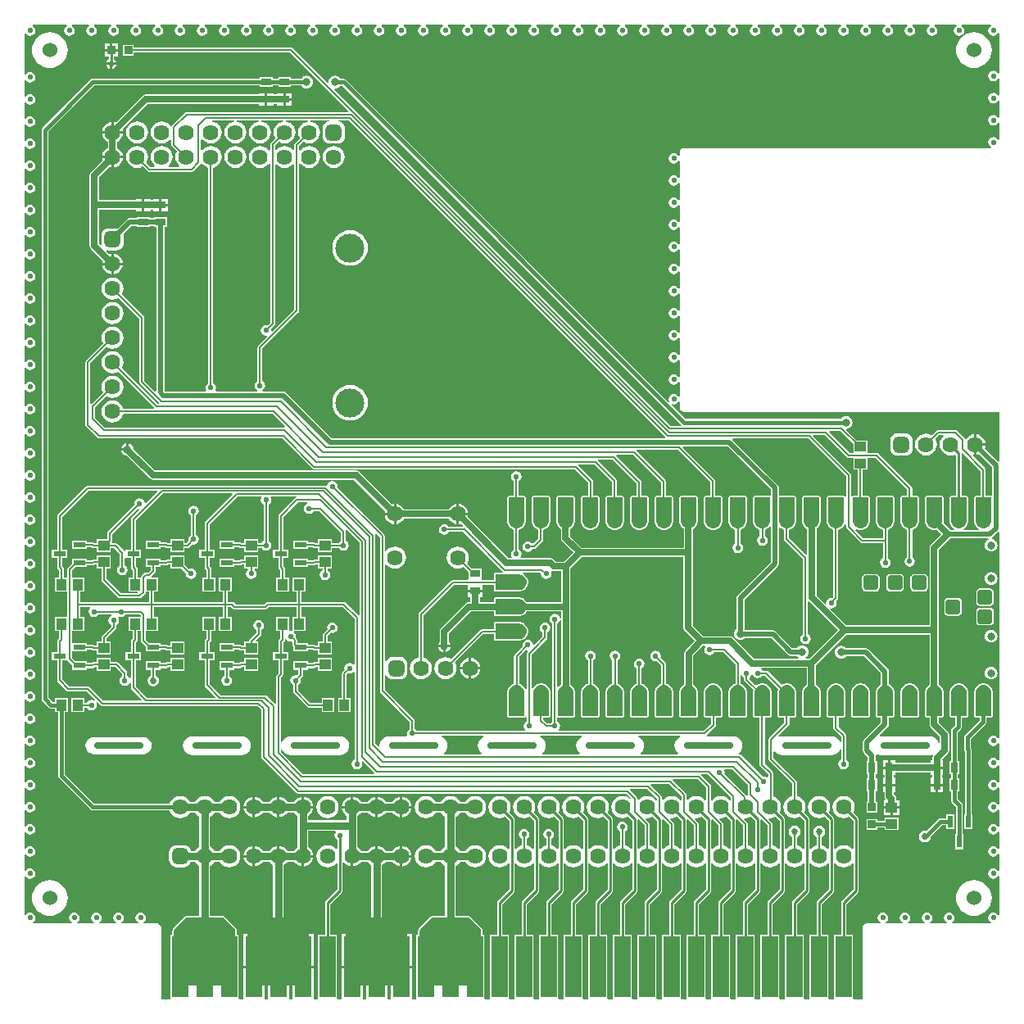
<source format=gtl>
G04*
G04 #@! TF.GenerationSoftware,Altium Limited,Altium Designer,21.6.4 (81)*
G04*
G04 Layer_Physical_Order=1*
G04 Layer_Color=255*
%FSLAX25Y25*%
%MOIN*%
G70*
G04*
G04 #@! TF.SameCoordinates,0CBDA3DA-19B2-4F21-B402-8426C952BD09*
G04*
G04*
G04 #@! TF.FilePolarity,Positive*
G04*
G01*
G75*
%ADD10C,0.01000*%
%ADD11C,0.02000*%
%ADD37C,0.06000*%
%ADD38R,0.03200X0.03200*%
%ADD39R,0.04500X0.04000*%
%ADD40R,0.03200X0.03200*%
%ADD41R,0.04000X0.03000*%
%ADD42R,0.06500X0.25000*%
%ADD43R,0.02200X0.05000*%
%ADD44R,0.03000X0.04000*%
%ADD45R,0.05000X0.02200*%
%ADD46R,0.04000X0.04500*%
G04:AMPARAMS|DCode=47|XSize=59.06mil|YSize=59.06mil|CornerRadius=8.86mil|HoleSize=0mil|Usage=FLASHONLY|Rotation=270.000|XOffset=0mil|YOffset=0mil|HoleType=Round|Shape=RoundedRectangle|*
%AMROUNDEDRECTD47*
21,1,0.05906,0.04134,0,0,270.0*
21,1,0.04134,0.05906,0,0,270.0*
1,1,0.01772,-0.02067,-0.02067*
1,1,0.01772,-0.02067,0.02067*
1,1,0.01772,0.02067,0.02067*
1,1,0.01772,0.02067,-0.02067*
%
%ADD47ROUNDEDRECTD47*%
%ADD48R,0.03937X0.09843*%
G04:AMPARAMS|DCode=49|XSize=98.43mil|YSize=39.37mil|CornerRadius=4.92mil|HoleSize=0mil|Usage=FLASHONLY|Rotation=270.000|XOffset=0mil|YOffset=0mil|HoleType=Round|Shape=RoundedRectangle|*
%AMROUNDEDRECTD49*
21,1,0.09843,0.02953,0,0,270.0*
21,1,0.08858,0.03937,0,0,270.0*
1,1,0.00984,-0.01476,-0.04429*
1,1,0.00984,-0.01476,0.04429*
1,1,0.00984,0.01476,0.04429*
1,1,0.00984,0.01476,-0.04429*
%
%ADD49ROUNDEDRECTD49*%
%ADD50R,0.09843X0.03937*%
%ADD51C,0.00800*%
%ADD52C,0.02500*%
%ADD53C,0.03000*%
%ADD54C,0.01500*%
G04:AMPARAMS|DCode=55|XSize=200mil|YSize=25mil|CornerRadius=6.25mil|HoleSize=0mil|Usage=FLASHONLY|Rotation=180.000|XOffset=0mil|YOffset=0mil|HoleType=Round|Shape=RoundedRectangle|*
%AMROUNDEDRECTD55*
21,1,0.20000,0.01250,0,0,180.0*
21,1,0.18750,0.02500,0,0,180.0*
1,1,0.01250,-0.09375,0.00625*
1,1,0.01250,0.09375,0.00625*
1,1,0.01250,0.09375,-0.00625*
1,1,0.01250,-0.09375,-0.00625*
%
%ADD55ROUNDEDRECTD55*%
G04:AMPARAMS|DCode=56|XSize=63.78mil|YSize=63.78mil|CornerRadius=15.95mil|HoleSize=0mil|Usage=FLASHONLY|Rotation=0.000|XOffset=0mil|YOffset=0mil|HoleType=Round|Shape=RoundedRectangle|*
%AMROUNDEDRECTD56*
21,1,0.06378,0.03189,0,0,0.0*
21,1,0.03189,0.06378,0,0,0.0*
1,1,0.03189,0.01595,-0.01595*
1,1,0.03189,-0.01595,-0.01595*
1,1,0.03189,-0.01595,0.01595*
1,1,0.03189,0.01595,0.01595*
%
%ADD56ROUNDEDRECTD56*%
%ADD57C,0.06378*%
G04:AMPARAMS|DCode=58|XSize=63.78mil|YSize=63.78mil|CornerRadius=15.95mil|HoleSize=0mil|Usage=FLASHONLY|Rotation=270.000|XOffset=0mil|YOffset=0mil|HoleType=Round|Shape=RoundedRectangle|*
%AMROUNDEDRECTD58*
21,1,0.06378,0.03189,0,0,270.0*
21,1,0.03189,0.06378,0,0,270.0*
1,1,0.03189,-0.01595,-0.01595*
1,1,0.03189,-0.01595,0.01595*
1,1,0.03189,0.01595,0.01595*
1,1,0.03189,0.01595,-0.01595*
%
%ADD58ROUNDEDRECTD58*%
%ADD59C,0.11811*%
%ADD60C,0.02200*%
%ADD61C,0.03200*%
%ADD62C,0.02700*%
%ADD63C,0.05200*%
G36*
X395017Y397869D02*
X394486Y397514D01*
X394022Y396819D01*
X393859Y396000D01*
X394022Y395181D01*
X394486Y394486D01*
X395181Y394022D01*
X396000Y393859D01*
X396819Y394022D01*
X397514Y394486D01*
X397869Y395017D01*
X398369Y394865D01*
Y378635D01*
X397869Y378483D01*
X397514Y379014D01*
X396819Y379478D01*
X396000Y379641D01*
X395181Y379478D01*
X394486Y379014D01*
X394022Y378319D01*
X393859Y377500D01*
X394022Y376681D01*
X394486Y375986D01*
X395181Y375522D01*
X396000Y375359D01*
X396819Y375522D01*
X397514Y375986D01*
X397869Y376517D01*
X398369Y376365D01*
Y369635D01*
X397869Y369483D01*
X397514Y370014D01*
X396819Y370478D01*
X396000Y370641D01*
X395181Y370478D01*
X394486Y370014D01*
X394022Y369319D01*
X393859Y368500D01*
X394022Y367681D01*
X394486Y366986D01*
X395181Y366522D01*
X396000Y366359D01*
X396819Y366522D01*
X397514Y366986D01*
X397869Y367517D01*
X398369Y367365D01*
Y360635D01*
X397869Y360483D01*
X397514Y361014D01*
X396819Y361478D01*
X396000Y361641D01*
X395181Y361478D01*
X394486Y361014D01*
X394022Y360319D01*
X393859Y359500D01*
X394022Y358681D01*
X394486Y357986D01*
X395181Y357522D01*
X396000Y357359D01*
X396819Y357522D01*
X397514Y357986D01*
X397869Y358517D01*
X398369Y358365D01*
Y351635D01*
X397869Y351483D01*
X397514Y352014D01*
X396819Y352478D01*
X396000Y352641D01*
X395181Y352478D01*
X394486Y352014D01*
X394022Y351319D01*
X393859Y350500D01*
X394022Y349681D01*
X394486Y348986D01*
X395017Y348631D01*
X394865Y348131D01*
X270000D01*
X269376Y348007D01*
X268847Y347654D01*
X268493Y347124D01*
X268369Y346500D01*
Y345135D01*
X267869Y344983D01*
X267514Y345514D01*
X266819Y345978D01*
X266000Y346141D01*
X265181Y345978D01*
X264486Y345514D01*
X264022Y344819D01*
X263859Y344000D01*
X264022Y343181D01*
X264486Y342486D01*
X265181Y342022D01*
X266000Y341859D01*
X266819Y342022D01*
X267514Y342486D01*
X267869Y343017D01*
X268369Y342865D01*
Y336135D01*
X267869Y335983D01*
X267514Y336514D01*
X266819Y336978D01*
X266000Y337141D01*
X265181Y336978D01*
X264486Y336514D01*
X264022Y335819D01*
X263859Y335000D01*
X264022Y334181D01*
X264486Y333486D01*
X265181Y333022D01*
X266000Y332859D01*
X266819Y333022D01*
X267514Y333486D01*
X267869Y334017D01*
X268369Y333865D01*
Y327135D01*
X267869Y326983D01*
X267514Y327514D01*
X266819Y327978D01*
X266000Y328141D01*
X265181Y327978D01*
X264486Y327514D01*
X264022Y326819D01*
X263859Y326000D01*
X264022Y325181D01*
X264486Y324486D01*
X265181Y324022D01*
X266000Y323859D01*
X266819Y324022D01*
X267514Y324486D01*
X267869Y325017D01*
X268369Y324865D01*
Y318135D01*
X267869Y317983D01*
X267514Y318514D01*
X266819Y318978D01*
X266000Y319141D01*
X265181Y318978D01*
X264486Y318514D01*
X264022Y317819D01*
X263859Y317000D01*
X264022Y316181D01*
X264486Y315486D01*
X265181Y315022D01*
X266000Y314859D01*
X266819Y315022D01*
X267514Y315486D01*
X267869Y316017D01*
X268369Y315865D01*
Y309135D01*
X267869Y308983D01*
X267514Y309514D01*
X266819Y309978D01*
X266000Y310141D01*
X265181Y309978D01*
X264486Y309514D01*
X264022Y308819D01*
X263859Y308000D01*
X264022Y307181D01*
X264486Y306486D01*
X265181Y306022D01*
X266000Y305859D01*
X266819Y306022D01*
X267514Y306486D01*
X267869Y307017D01*
X268369Y306865D01*
Y300135D01*
X267869Y299983D01*
X267514Y300514D01*
X266819Y300978D01*
X266000Y301141D01*
X265181Y300978D01*
X264486Y300514D01*
X264022Y299819D01*
X263859Y299000D01*
X264022Y298181D01*
X264486Y297486D01*
X265181Y297022D01*
X266000Y296859D01*
X266819Y297022D01*
X267514Y297486D01*
X267869Y298017D01*
X268369Y297865D01*
Y291135D01*
X267869Y290983D01*
X267514Y291514D01*
X266819Y291978D01*
X266000Y292141D01*
X265181Y291978D01*
X264486Y291514D01*
X264022Y290819D01*
X263859Y290000D01*
X264022Y289181D01*
X264486Y288486D01*
X265181Y288022D01*
X266000Y287859D01*
X266819Y288022D01*
X267514Y288486D01*
X267869Y289017D01*
X268369Y288865D01*
Y282135D01*
X267869Y281983D01*
X267514Y282514D01*
X266819Y282978D01*
X266000Y283141D01*
X265181Y282978D01*
X264486Y282514D01*
X264022Y281819D01*
X263859Y281000D01*
X264022Y280181D01*
X264486Y279486D01*
X265181Y279022D01*
X266000Y278859D01*
X266819Y279022D01*
X267514Y279486D01*
X267869Y280017D01*
X268369Y279865D01*
Y273135D01*
X267869Y272983D01*
X267514Y273514D01*
X266819Y273978D01*
X266000Y274141D01*
X265181Y273978D01*
X264486Y273514D01*
X264022Y272819D01*
X263859Y272000D01*
X264022Y271181D01*
X264486Y270486D01*
X265181Y270022D01*
X266000Y269859D01*
X266819Y270022D01*
X267514Y270486D01*
X267869Y271017D01*
X268369Y270865D01*
Y264135D01*
X267869Y263983D01*
X267514Y264514D01*
X266819Y264978D01*
X266000Y265141D01*
X265181Y264978D01*
X264486Y264514D01*
X264022Y263819D01*
X263859Y263000D01*
X264022Y262181D01*
X264486Y261486D01*
X265181Y261022D01*
X266000Y260859D01*
X266819Y261022D01*
X267514Y261486D01*
X267869Y262017D01*
X268369Y261865D01*
Y255135D01*
X267869Y254983D01*
X267514Y255514D01*
X266819Y255978D01*
X266000Y256141D01*
X265181Y255978D01*
X264486Y255514D01*
X264022Y254819D01*
X263859Y254000D01*
X264022Y253181D01*
X264486Y252486D01*
X265181Y252022D01*
X266000Y251859D01*
X266819Y252022D01*
X267514Y252486D01*
X267869Y253017D01*
X268369Y252865D01*
Y247135D01*
X267869Y246983D01*
X267514Y247514D01*
X266819Y247978D01*
X266000Y248141D01*
X265181Y247978D01*
X264486Y247514D01*
X264022Y246819D01*
X263859Y246000D01*
X264022Y245181D01*
X264120Y245034D01*
X263732Y244715D01*
X132573Y375873D01*
X132127Y376172D01*
X131600Y376276D01*
X130286D01*
X130271Y376311D01*
X129854Y376854D01*
X129311Y377271D01*
X128679Y377533D01*
X128000Y377622D01*
X127321Y377533D01*
X126689Y377271D01*
X126146Y376854D01*
X125729Y376311D01*
X125467Y375679D01*
X125378Y375000D01*
X125385Y374941D01*
X124912Y374707D01*
X110898Y388721D01*
X110567Y388942D01*
X110177Y389020D01*
X46200D01*
Y390200D01*
X41800D01*
Y385800D01*
X46200D01*
Y386980D01*
X109755D01*
X133404Y363332D01*
X133212Y362870D01*
X67796D01*
X67405Y362792D01*
X67075Y362571D01*
X61791Y357287D01*
X61725Y357189D01*
X61135Y357137D01*
X60702Y357702D01*
X59764Y358421D01*
X58672Y358873D01*
X57500Y359028D01*
X56328Y358873D01*
X55236Y358421D01*
X54298Y357702D01*
X53579Y356764D01*
X53127Y355672D01*
X52972Y354500D01*
X53127Y353328D01*
X53579Y352236D01*
X54298Y351298D01*
X55236Y350579D01*
X56328Y350127D01*
X57500Y349972D01*
X58672Y350127D01*
X59764Y350579D01*
X60702Y351298D01*
X60992Y351677D01*
X61492Y351507D01*
Y349488D01*
X61570Y349098D01*
X61791Y348767D01*
X63672Y346886D01*
X63579Y346764D01*
X63127Y345672D01*
X62972Y344500D01*
X63127Y343328D01*
X63579Y342236D01*
X64298Y341298D01*
X64646Y341031D01*
X64477Y340531D01*
X60523D01*
X60354Y341031D01*
X60702Y341298D01*
X61421Y342236D01*
X61873Y343328D01*
X62028Y344500D01*
X61873Y345672D01*
X61421Y346764D01*
X60702Y347702D01*
X59764Y348421D01*
X58672Y348873D01*
X57500Y349028D01*
X56328Y348873D01*
X55236Y348421D01*
X54298Y347702D01*
X53579Y346764D01*
X53127Y345672D01*
X52972Y344500D01*
X53127Y343328D01*
X53579Y342236D01*
X54298Y341298D01*
X54646Y341031D01*
X54477Y340531D01*
X52911D01*
X51328Y342114D01*
X51421Y342236D01*
X51873Y343328D01*
X52028Y344500D01*
X51873Y345672D01*
X51421Y346764D01*
X50702Y347702D01*
X49764Y348421D01*
X48672Y348873D01*
X47500Y349028D01*
X46328Y348873D01*
X45236Y348421D01*
X44298Y347702D01*
X43579Y346764D01*
X43127Y345672D01*
X42972Y344500D01*
X43127Y343328D01*
X43579Y342236D01*
X44298Y341298D01*
X45236Y340579D01*
X46328Y340127D01*
X47500Y339972D01*
X48672Y340127D01*
X49764Y340579D01*
X49886Y340672D01*
X51767Y338791D01*
X52098Y338570D01*
X52488Y338492D01*
X69566D01*
X69956Y338570D01*
X70287Y338791D01*
X73221Y341725D01*
X73277Y341808D01*
X73873Y341853D01*
X74298Y341298D01*
X75236Y340579D01*
X76328Y340127D01*
X76480Y340107D01*
Y252444D01*
X75986Y252114D01*
X75522Y251419D01*
X75359Y250600D01*
X75522Y249781D01*
X75661Y249572D01*
X75425Y249131D01*
X58847D01*
X58631Y249347D01*
Y315900D01*
X59600D01*
Y320100D01*
X54400D01*
Y319631D01*
X52600D01*
Y320100D01*
X47400D01*
Y319631D01*
X44500D01*
X43876Y319507D01*
X43347Y319153D01*
X39636Y315443D01*
X39094Y315514D01*
X35906D01*
X35150Y315415D01*
X34446Y315123D01*
X33841Y314659D01*
X33377Y314054D01*
X33086Y313350D01*
X32986Y312595D01*
Y309405D01*
X33064Y308810D01*
X32599Y308568D01*
X31886Y309281D01*
Y323114D01*
X47000D01*
Y322500D01*
X49500D01*
Y325000D01*
Y327500D01*
X47000D01*
Y326886D01*
X31886D01*
Y336219D01*
X36180Y340513D01*
X36406Y340419D01*
X37000Y340341D01*
Y344000D01*
X33341D01*
X33419Y343407D01*
X33513Y343180D01*
X28666Y338334D01*
X28257Y337722D01*
X28114Y337000D01*
Y325000D01*
Y308500D01*
X28257Y307778D01*
X28666Y307166D01*
X33513Y302320D01*
X33419Y302094D01*
X33341Y301500D01*
X37000D01*
Y305159D01*
X36406Y305081D01*
X36180Y304987D01*
X35068Y306099D01*
X35310Y306564D01*
X35906Y306486D01*
X39094D01*
X39850Y306586D01*
X40554Y306877D01*
X41159Y307341D01*
X41623Y307946D01*
X41914Y308650D01*
X42014Y309405D01*
Y312595D01*
X41943Y313136D01*
X45176Y316369D01*
X47400D01*
Y315900D01*
X52600D01*
Y316369D01*
X54400D01*
Y315900D01*
X55369D01*
Y249280D01*
X54869Y249073D01*
X50520Y253422D01*
Y279000D01*
X50442Y279390D01*
X50221Y279721D01*
X41328Y288614D01*
X41421Y288736D01*
X41873Y289828D01*
X42028Y291000D01*
X41873Y292172D01*
X41421Y293264D01*
X40702Y294202D01*
X39764Y294921D01*
X38672Y295373D01*
X37500Y295528D01*
X36328Y295373D01*
X35236Y294921D01*
X34298Y294202D01*
X33579Y293264D01*
X33127Y292172D01*
X32972Y291000D01*
X33127Y289828D01*
X33579Y288736D01*
X34298Y287798D01*
X35236Y287079D01*
X36328Y286627D01*
X37500Y286472D01*
X38672Y286627D01*
X39764Y287079D01*
X39886Y287172D01*
X48480Y278578D01*
Y253000D01*
X48558Y252610D01*
X48779Y252279D01*
X56477Y244581D01*
X56296Y244120D01*
X55869Y244073D01*
X41328Y258614D01*
X41421Y258736D01*
X41873Y259828D01*
X42028Y261000D01*
X41873Y262172D01*
X41421Y263264D01*
X40702Y264202D01*
X39764Y264921D01*
X38672Y265373D01*
X37500Y265528D01*
X36328Y265373D01*
X35236Y264921D01*
X34298Y264202D01*
X33579Y263264D01*
X33127Y262172D01*
X32972Y261000D01*
X33127Y259828D01*
X33579Y258736D01*
X34298Y257798D01*
X35236Y257079D01*
X36328Y256627D01*
X37500Y256472D01*
X38672Y256627D01*
X39764Y257079D01*
X39886Y257172D01*
X54539Y242520D01*
X54331Y242020D01*
X41894D01*
X41873Y242172D01*
X41421Y243264D01*
X40702Y244202D01*
X39764Y244921D01*
X38672Y245373D01*
X37500Y245528D01*
X36328Y245373D01*
X35236Y244921D01*
X34298Y244202D01*
X33579Y243264D01*
X33127Y242172D01*
X32972Y241000D01*
X33127Y239828D01*
X33579Y238736D01*
X34298Y237798D01*
X35236Y237079D01*
X36328Y236627D01*
X37500Y236472D01*
X38672Y236627D01*
X39764Y237079D01*
X40702Y237798D01*
X41421Y238736D01*
X41873Y239828D01*
X41894Y239980D01*
X102578D01*
X107556Y235002D01*
X107552Y234965D01*
X107331Y234520D01*
X34422D01*
X30520Y238422D01*
Y242578D01*
X35114Y247172D01*
X35236Y247079D01*
X36328Y246627D01*
X37500Y246472D01*
X38672Y246627D01*
X39764Y247079D01*
X40702Y247798D01*
X41421Y248736D01*
X41873Y249828D01*
X42028Y251000D01*
X41873Y252172D01*
X41421Y253264D01*
X40702Y254202D01*
X39764Y254921D01*
X38672Y255373D01*
X37500Y255528D01*
X36328Y255373D01*
X35236Y254921D01*
X34298Y254202D01*
X33579Y253264D01*
X33127Y252172D01*
X32972Y251000D01*
X33127Y249828D01*
X33579Y248736D01*
X33672Y248614D01*
X29020Y243962D01*
X28520Y244169D01*
Y260578D01*
X35114Y267172D01*
X35236Y267079D01*
X36328Y266627D01*
X37500Y266472D01*
X38672Y266627D01*
X39764Y267079D01*
X40702Y267798D01*
X41421Y268736D01*
X41873Y269828D01*
X42028Y271000D01*
X41873Y272172D01*
X41421Y273264D01*
X40702Y274202D01*
X39764Y274921D01*
X38672Y275373D01*
X37500Y275528D01*
X36328Y275373D01*
X35236Y274921D01*
X34298Y274202D01*
X33579Y273264D01*
X33127Y272172D01*
X32972Y271000D01*
X33127Y269828D01*
X33579Y268736D01*
X33672Y268614D01*
X26779Y261721D01*
X26558Y261390D01*
X26480Y261000D01*
Y235500D01*
X26558Y235110D01*
X26779Y234779D01*
X31279Y230279D01*
X31610Y230058D01*
X32000Y229980D01*
X106578D01*
X118779Y217779D01*
X119110Y217558D01*
X119500Y217480D01*
X225578D01*
X230980Y212078D01*
Y206582D01*
X228716D01*
X228256Y206392D01*
X228066Y205933D01*
Y196069D01*
X228100Y195988D01*
X228088Y195901D01*
X228303Y195100D01*
X228356Y195030D01*
X228368Y194943D01*
X228783Y194225D01*
X228852Y194172D01*
X228886Y194091D01*
X229472Y193504D01*
X229553Y193471D01*
X229607Y193401D01*
X230325Y192987D01*
X230412Y192975D01*
X230481Y192922D01*
X231282Y192707D01*
X231369Y192719D01*
X231451Y192685D01*
X232280D01*
X232361Y192719D01*
X232448Y192707D01*
X233249Y192922D01*
X233319Y192975D01*
X233406Y192987D01*
X234124Y193401D01*
X234177Y193471D01*
X234258Y193504D01*
X234845Y194091D01*
X234878Y194172D01*
X234948Y194225D01*
X235363Y194943D01*
X235374Y195030D01*
X235427Y195100D01*
X235642Y195901D01*
X235631Y195988D01*
X235664Y196069D01*
X235664Y196484D01*
Y205933D01*
X235474Y206392D01*
X235015Y206582D01*
X233020D01*
Y212500D01*
X232942Y212890D01*
X232721Y213221D01*
X226961Y218980D01*
X227169Y219480D01*
X233578D01*
X240783Y212275D01*
Y206582D01*
X238716D01*
X238256Y206392D01*
X238066Y205933D01*
Y196069D01*
X238100Y195988D01*
X238088Y195901D01*
X238303Y195100D01*
X238356Y195030D01*
X238368Y194943D01*
X238783Y194225D01*
X238852Y194172D01*
X238886Y194091D01*
X239472Y193504D01*
X239553Y193471D01*
X239607Y193401D01*
X240325Y192987D01*
X240412Y192975D01*
X240481Y192922D01*
X241283Y192707D01*
X241370Y192719D01*
X241451Y192685D01*
X242280D01*
X242361Y192719D01*
X242448Y192707D01*
X243249Y192922D01*
X243319Y192975D01*
X243406Y192987D01*
X244124Y193401D01*
X244177Y193471D01*
X244258Y193504D01*
X244845Y194091D01*
X244878Y194172D01*
X244948Y194225D01*
X245363Y194943D01*
X245374Y195030D01*
X245427Y195100D01*
X245642Y195901D01*
X245631Y195988D01*
X245664Y196069D01*
X245664Y196484D01*
Y205933D01*
X245474Y206392D01*
X245015Y206582D01*
X242822D01*
Y212698D01*
X242744Y213088D01*
X242523Y213419D01*
X234962Y220980D01*
X235169Y221480D01*
X241078D01*
X250783Y211775D01*
Y206582D01*
X248716D01*
X248256Y206392D01*
X248066Y205933D01*
Y196069D01*
X248100Y195988D01*
X248088Y195901D01*
X248303Y195100D01*
X248356Y195030D01*
X248368Y194943D01*
X248782Y194225D01*
X248852Y194172D01*
X248886Y194091D01*
X249472Y193504D01*
X249553Y193471D01*
X249607Y193401D01*
X250325Y192987D01*
X250412Y192975D01*
X250481Y192922D01*
X251283Y192707D01*
X251370Y192719D01*
X251451Y192685D01*
X252280D01*
X252361Y192719D01*
X252448Y192707D01*
X253249Y192922D01*
X253319Y192975D01*
X253406Y192987D01*
X254124Y193401D01*
X254177Y193471D01*
X254258Y193504D01*
X254845Y194091D01*
X254878Y194172D01*
X254948Y194225D01*
X255363Y194943D01*
X255374Y195030D01*
X255428Y195100D01*
X255642Y195901D01*
X255631Y195988D01*
X255664Y196069D01*
X255664Y196484D01*
Y205933D01*
X255474Y206392D01*
X255015Y206582D01*
X252822D01*
Y212198D01*
X252744Y212588D01*
X252523Y212919D01*
X242461Y222980D01*
X242669Y223480D01*
X249182D01*
X260783Y211880D01*
Y206582D01*
X258716D01*
X258256Y206392D01*
X258066Y205933D01*
Y196069D01*
X258100Y195988D01*
X258088Y195901D01*
X258303Y195100D01*
X258356Y195030D01*
X258368Y194943D01*
X258783Y194225D01*
X258852Y194172D01*
X258886Y194091D01*
X259472Y193504D01*
X259553Y193471D01*
X259607Y193401D01*
X260325Y192987D01*
X260412Y192975D01*
X260481Y192922D01*
X261282Y192707D01*
X261369Y192719D01*
X261451Y192685D01*
X262280D01*
X262361Y192719D01*
X262448Y192707D01*
X263249Y192922D01*
X263319Y192975D01*
X263406Y192987D01*
X264124Y193401D01*
X264177Y193471D01*
X264258Y193504D01*
X264845Y194091D01*
X264878Y194172D01*
X264948Y194225D01*
X265363Y194943D01*
X265374Y195030D01*
X265427Y195100D01*
X265642Y195901D01*
X265631Y195988D01*
X265664Y196069D01*
X265664Y196484D01*
Y205933D01*
X265474Y206392D01*
X265015Y206582D01*
X262822D01*
Y212302D01*
X262744Y212692D01*
X262523Y213023D01*
X250566Y224980D01*
X250773Y225480D01*
X267578D01*
X280783Y212275D01*
Y206582D01*
X278716D01*
X278256Y206392D01*
X278066Y205933D01*
Y196069D01*
X278100Y195988D01*
X278088Y195901D01*
X278303Y195100D01*
X278356Y195030D01*
X278368Y194943D01*
X278783Y194225D01*
X278852Y194172D01*
X278886Y194091D01*
X279472Y193504D01*
X279553Y193471D01*
X279607Y193401D01*
X280325Y192987D01*
X280412Y192975D01*
X280481Y192922D01*
X281282Y192707D01*
X281369Y192719D01*
X281451Y192685D01*
X282280D01*
X282361Y192719D01*
X282448Y192707D01*
X283249Y192922D01*
X283319Y192975D01*
X283406Y192987D01*
X284124Y193401D01*
X284177Y193471D01*
X284258Y193504D01*
X284845Y194091D01*
X284878Y194172D01*
X284948Y194225D01*
X285363Y194943D01*
X285374Y195030D01*
X285427Y195100D01*
X285642Y195901D01*
X285631Y195988D01*
X285664Y196069D01*
X285664Y196484D01*
Y205933D01*
X285474Y206392D01*
X285015Y206582D01*
X282822D01*
Y212698D01*
X282744Y213088D01*
X282523Y213419D01*
X269535Y226407D01*
X269727Y226869D01*
X287824D01*
X305369Y209324D01*
Y206819D01*
X305015Y206582D01*
X298716D01*
X298256Y206392D01*
X298066Y205933D01*
Y196069D01*
X298100Y195988D01*
X298088Y195901D01*
X298303Y195100D01*
X298356Y195030D01*
X298368Y194943D01*
X298782Y194225D01*
X298852Y194172D01*
X298886Y194091D01*
X299472Y193504D01*
X299553Y193471D01*
X299607Y193401D01*
X300325Y192987D01*
X300412Y192975D01*
X300481Y192922D01*
X300861Y192820D01*
Y190265D01*
X300486Y190014D01*
X300022Y189319D01*
X299859Y188500D01*
X300022Y187681D01*
X300486Y186986D01*
X301181Y186522D01*
X302000Y186359D01*
X302819Y186522D01*
X303514Y186986D01*
X303978Y187681D01*
X304141Y188500D01*
X303978Y189319D01*
X303514Y190014D01*
X302901Y190424D01*
Y192828D01*
X303249Y192922D01*
X303319Y192975D01*
X303406Y192987D01*
X304124Y193401D01*
X304177Y193471D01*
X304258Y193504D01*
X304845Y194091D01*
X305340Y193983D01*
X305369Y193966D01*
Y179676D01*
X291846Y166154D01*
X291493Y165624D01*
X291369Y165000D01*
Y152525D01*
X291146Y152354D01*
X290729Y151811D01*
X290467Y151179D01*
X290378Y150500D01*
X290467Y149821D01*
X290729Y149189D01*
X291146Y148646D01*
X291689Y148229D01*
X292321Y147967D01*
X293000Y147878D01*
X293679Y147967D01*
X294311Y148229D01*
X294846Y148639D01*
X305554D01*
X312246Y141946D01*
X312776Y141593D01*
X313400Y141469D01*
X315985D01*
X316192Y141199D01*
X316600Y140886D01*
X316430Y140386D01*
X298447D01*
X289933Y148901D01*
X289321Y149310D01*
X288599Y149453D01*
X277880D01*
X273622Y153712D01*
Y183163D01*
X273689Y183500D01*
Y193150D01*
X274124Y193401D01*
X274177Y193471D01*
X274258Y193504D01*
X274845Y194091D01*
X274878Y194172D01*
X274948Y194225D01*
X275363Y194943D01*
X275374Y195030D01*
X275428Y195100D01*
X275642Y195901D01*
X275631Y195988D01*
X275664Y196069D01*
X275664Y196484D01*
Y205933D01*
X275474Y206392D01*
X275015Y206582D01*
X268716D01*
X268256Y206392D01*
X268066Y205933D01*
Y196069D01*
X268100Y195988D01*
X268088Y195901D01*
X268303Y195100D01*
X268356Y195030D01*
X268368Y194943D01*
X268782Y194225D01*
X268852Y194172D01*
X268886Y194091D01*
X269472Y193504D01*
X269553Y193471D01*
X269607Y193401D01*
X269916Y193222D01*
Y185453D01*
X228380D01*
X223751Y190082D01*
Y193186D01*
X224124Y193401D01*
X224177Y193471D01*
X224258Y193504D01*
X224845Y194091D01*
X224878Y194172D01*
X224948Y194225D01*
X225363Y194943D01*
X225374Y195030D01*
X225428Y195100D01*
X225642Y195901D01*
X225631Y195988D01*
X225664Y196069D01*
X225664Y196484D01*
Y205933D01*
X225474Y206392D01*
X225015Y206582D01*
X218716D01*
X218256Y206392D01*
X218066Y205933D01*
Y196069D01*
X218100Y195988D01*
X218088Y195901D01*
X218303Y195100D01*
X218356Y195030D01*
X218368Y194943D01*
X218782Y194225D01*
X218852Y194172D01*
X218886Y194091D01*
X219472Y193504D01*
X219553Y193471D01*
X219607Y193401D01*
X219979Y193186D01*
Y189301D01*
X220123Y188579D01*
X220532Y187967D01*
X224931Y183567D01*
X221183Y179818D01*
X217880D01*
X217014Y180684D01*
X216402Y181093D01*
X215681Y181236D01*
X203751D01*
X203484Y181736D01*
X203781Y182181D01*
X203943Y183000D01*
X203781Y183819D01*
X203316Y184514D01*
X202822Y184844D01*
Y192807D01*
X203249Y192922D01*
X203319Y192975D01*
X203406Y192987D01*
X204124Y193401D01*
X204177Y193471D01*
X204258Y193504D01*
X204845Y194091D01*
X204878Y194172D01*
X204948Y194225D01*
X205363Y194943D01*
X205374Y195030D01*
X205428Y195100D01*
X205642Y195901D01*
X205631Y195988D01*
X205664Y196069D01*
X205664Y196484D01*
Y205933D01*
X205474Y206392D01*
X205015Y206582D01*
X202822D01*
Y212656D01*
X203316Y212986D01*
X203781Y213681D01*
X203943Y214500D01*
X203781Y215319D01*
X203316Y216014D01*
X202622Y216478D01*
X201802Y216641D01*
X200983Y216478D01*
X200288Y216014D01*
X199824Y215319D01*
X199661Y214500D01*
X199824Y213681D01*
X200288Y212986D01*
X200783Y212656D01*
Y206582D01*
X198716D01*
X198256Y206392D01*
X198066Y205933D01*
Y196069D01*
X198100Y195988D01*
X198088Y195901D01*
X198303Y195100D01*
X198356Y195030D01*
X198368Y194943D01*
X198783Y194225D01*
X198852Y194172D01*
X198886Y194091D01*
X199472Y193504D01*
X199553Y193471D01*
X199607Y193401D01*
X200325Y192987D01*
X200412Y192975D01*
X200481Y192922D01*
X200783Y192841D01*
Y184844D01*
X200288Y184514D01*
X199824Y183819D01*
X199661Y183000D01*
X199824Y182181D01*
X200121Y181736D01*
X199854Y181236D01*
X198648D01*
X181987Y197897D01*
X182081Y198123D01*
X182159Y198716D01*
X178500D01*
Y195057D01*
X179094Y195135D01*
X179320Y195229D01*
X180129Y194420D01*
X179922Y193920D01*
X174411D01*
X174014Y194514D01*
X173319Y194978D01*
X172500Y195141D01*
X171681Y194978D01*
X170986Y194514D01*
X170522Y193819D01*
X170359Y193000D01*
X170522Y192181D01*
X170986Y191486D01*
X171681Y191022D01*
X172500Y190859D01*
X173319Y191022D01*
X174014Y191486D01*
X174278Y191880D01*
X180178D01*
X196283Y175775D01*
X196236Y175516D01*
X196100Y175275D01*
X193322D01*
X192863Y175085D01*
X192673Y174626D01*
Y172496D01*
X187831D01*
X187600Y172900D01*
X187600Y172996D01*
Y177100D01*
X183842D01*
X181828Y179114D01*
X181921Y179236D01*
X182373Y180328D01*
X182528Y181500D01*
X182373Y182672D01*
X181921Y183764D01*
X181202Y184702D01*
X180264Y185421D01*
X179172Y185873D01*
X178000Y186028D01*
X176828Y185873D01*
X175736Y185421D01*
X174798Y184702D01*
X174079Y183764D01*
X173627Y182672D01*
X173472Y181500D01*
X173627Y180328D01*
X174079Y179236D01*
X174798Y178298D01*
X175736Y177579D01*
X176828Y177127D01*
X178000Y176972D01*
X179172Y177127D01*
X180264Y177579D01*
X180386Y177672D01*
X182400Y175658D01*
Y172996D01*
X182400Y172900D01*
X182169Y172496D01*
X175976D01*
X175586Y172418D01*
X175255Y172197D01*
X162279Y159221D01*
X162058Y158890D01*
X161980Y158500D01*
Y140893D01*
X161828Y140873D01*
X160736Y140421D01*
X159798Y139702D01*
X159079Y138764D01*
X158627Y137672D01*
X158472Y136500D01*
X158627Y135328D01*
X159079Y134236D01*
X159798Y133298D01*
X160736Y132579D01*
X161828Y132127D01*
X163000Y131972D01*
X164172Y132127D01*
X165264Y132579D01*
X166202Y133298D01*
X166921Y134236D01*
X167373Y135328D01*
X167528Y136500D01*
X167373Y137672D01*
X166921Y138764D01*
X166202Y139702D01*
X165264Y140421D01*
X164172Y140873D01*
X164020Y140893D01*
Y158078D01*
X176398Y170457D01*
X182000D01*
Y168500D01*
X185000D01*
X188000D01*
Y170457D01*
X192673D01*
Y168326D01*
X192863Y167867D01*
X193322Y167677D01*
X203185D01*
X203267Y167711D01*
X203354Y167699D01*
X204154Y167914D01*
X204224Y167967D01*
X204311Y167979D01*
X205029Y168393D01*
X205083Y168463D01*
X205164Y168497D01*
X205750Y169083D01*
X205784Y169164D01*
X205854Y169218D01*
X206268Y169936D01*
X206280Y170023D01*
X206333Y170092D01*
X206548Y170893D01*
X206536Y170980D01*
X206570Y171061D01*
Y171891D01*
X206536Y171972D01*
X206548Y172059D01*
X206333Y172860D01*
X206280Y172930D01*
X206268Y173017D01*
X205854Y173735D01*
X205784Y173788D01*
X205750Y173869D01*
X205164Y174456D01*
X205083Y174489D01*
X205029Y174559D01*
X204416Y174913D01*
X204514Y175413D01*
X211454D01*
X211859Y175000D01*
X212022Y174181D01*
X212486Y173486D01*
X213181Y173022D01*
X214000Y172859D01*
X214819Y173022D01*
X215514Y173486D01*
X215978Y174181D01*
X216141Y175000D01*
X215978Y175819D01*
X215936Y175883D01*
X216296Y176243D01*
X216376Y176190D01*
X217098Y176046D01*
X220078D01*
Y163386D01*
X206055D01*
X205854Y163735D01*
X205784Y163788D01*
X205750Y163869D01*
X205164Y164456D01*
X205083Y164489D01*
X205029Y164559D01*
X204311Y164973D01*
X204224Y164985D01*
X204154Y165038D01*
X203354Y165253D01*
X203267Y165242D01*
X203185Y165275D01*
X202771Y165275D01*
X193322D01*
X192863Y165085D01*
X192673Y164626D01*
Y164445D01*
X192653D01*
Y163362D01*
X186886D01*
Y165500D01*
X188000D01*
Y167500D01*
X185000D01*
X182000D01*
Y165500D01*
X183114D01*
Y163362D01*
X182476D01*
X181754Y163219D01*
X181142Y162810D01*
X171166Y152834D01*
X170757Y152222D01*
X170614Y151500D01*
Y147313D01*
X170229Y146811D01*
X169967Y146179D01*
X169943Y146000D01*
X175057D01*
X175033Y146179D01*
X174771Y146811D01*
X174386Y147313D01*
Y150719D01*
X183257Y159590D01*
X192653D01*
Y158508D01*
X192673D01*
Y158326D01*
X192863Y157867D01*
X193322Y157677D01*
X203185D01*
X203267Y157711D01*
X203354Y157699D01*
X204154Y157914D01*
X204224Y157967D01*
X204311Y157979D01*
X205029Y158393D01*
X205083Y158463D01*
X205164Y158496D01*
X205750Y159083D01*
X205784Y159164D01*
X205854Y159218D01*
X206082Y159614D01*
X220078D01*
Y156867D01*
X219578Y156818D01*
X219478Y157319D01*
X219014Y158014D01*
X218319Y158478D01*
X217500Y158641D01*
X216681Y158478D01*
X215986Y158014D01*
X215522Y157319D01*
X215359Y156500D01*
X215522Y155681D01*
X215986Y154986D01*
X216480Y154656D01*
Y114844D01*
X215986Y114514D01*
X215656Y114020D01*
X214422D01*
X212822Y115620D01*
Y116370D01*
X215015D01*
X215474Y116560D01*
X215664Y117019D01*
Y126468D01*
X215664Y126883D01*
X215631Y126964D01*
X215642Y127051D01*
X215427Y127852D01*
X215374Y127922D01*
X215363Y128009D01*
X214948Y128727D01*
X214878Y128780D01*
X214845Y128861D01*
X214258Y129448D01*
X214177Y129481D01*
X214124Y129551D01*
X213406Y129966D01*
X213319Y129977D01*
X213249Y130030D01*
X212448Y130245D01*
X212361Y130234D01*
X212280Y130267D01*
X211451D01*
X211369Y130234D01*
X211282Y130245D01*
X210481Y130030D01*
X210412Y129977D01*
X210325Y129966D01*
X209607Y129551D01*
X209553Y129481D01*
X209472Y129448D01*
X208886Y128861D01*
X208852Y128780D01*
X208783Y128727D01*
X208520Y128271D01*
X208020Y128405D01*
Y142042D01*
X209721Y143744D01*
X209792Y143851D01*
X214221Y148279D01*
X214442Y148610D01*
X214520Y149000D01*
Y151156D01*
X215014Y151486D01*
X215478Y152181D01*
X215641Y153000D01*
X215478Y153819D01*
X215014Y154514D01*
X214319Y154978D01*
X213500Y155141D01*
X212681Y154978D01*
X211986Y154514D01*
X211522Y153819D01*
X211359Y153000D01*
X211522Y152181D01*
X211986Y151486D01*
X212480Y151156D01*
Y149422D01*
X209126Y146068D01*
X208593Y146242D01*
X208478Y146819D01*
X208014Y147514D01*
X207319Y147978D01*
X206500Y148141D01*
X205681Y147978D01*
X204986Y147514D01*
X204522Y146819D01*
X204359Y146000D01*
X204475Y145417D01*
X201160Y142102D01*
X200939Y141771D01*
X200861Y141381D01*
Y130132D01*
X200481Y130030D01*
X200412Y129977D01*
X200325Y129966D01*
X199607Y129551D01*
X199553Y129481D01*
X199472Y129448D01*
X198886Y128861D01*
X198852Y128780D01*
X198783Y128727D01*
X198368Y128009D01*
X198356Y127922D01*
X198303Y127852D01*
X198088Y127051D01*
X198100Y126964D01*
X198066Y126883D01*
Y117019D01*
X198256Y116560D01*
X198716Y116370D01*
X205015D01*
X205474Y116560D01*
X205480Y116575D01*
X205980Y116476D01*
Y114844D01*
X205486Y114514D01*
X205022Y113819D01*
X204859Y113000D01*
X205022Y112181D01*
X205464Y111520D01*
X205425Y111344D01*
X205284Y111020D01*
X161344D01*
X161014Y111514D01*
X160520Y111844D01*
Y115000D01*
X160442Y115390D01*
X160221Y115721D01*
X148270Y127672D01*
Y133606D01*
X148770Y133705D01*
X148877Y133446D01*
X149341Y132841D01*
X149946Y132377D01*
X150650Y132086D01*
X151406Y131986D01*
X154595D01*
X155350Y132086D01*
X156054Y132377D01*
X156659Y132841D01*
X157123Y133446D01*
X157414Y134150D01*
X157514Y134906D01*
Y138094D01*
X157414Y138850D01*
X157123Y139554D01*
X156659Y140159D01*
X156054Y140623D01*
X155350Y140914D01*
X154595Y141014D01*
X151406D01*
X150650Y140914D01*
X149946Y140623D01*
X149341Y140159D01*
X148877Y139554D01*
X148770Y139295D01*
X148270Y139394D01*
Y178700D01*
X148770Y178870D01*
X149208Y178298D01*
X150146Y177579D01*
X151238Y177127D01*
X152409Y176972D01*
X153581Y177127D01*
X154673Y177579D01*
X155611Y178298D01*
X156331Y179236D01*
X156783Y180328D01*
X156937Y181500D01*
X156783Y182672D01*
X156331Y183764D01*
X155611Y184702D01*
X154673Y185421D01*
X153581Y185873D01*
X152409Y186028D01*
X151238Y185873D01*
X150146Y185421D01*
X149208Y184702D01*
X148770Y184130D01*
X148270Y184300D01*
Y190250D01*
X148192Y190640D01*
X147971Y190971D01*
X129025Y209917D01*
X129141Y210500D01*
X128978Y211319D01*
X128514Y212014D01*
X127819Y212478D01*
X127138Y212614D01*
X127187Y213114D01*
X135845D01*
X148422Y200536D01*
X148328Y200310D01*
X148250Y199716D01*
X151909D01*
Y203376D01*
X151316Y203298D01*
X151090Y203204D01*
X137960Y216334D01*
X137348Y216743D01*
X136626Y216886D01*
X63500Y216886D01*
X54781D01*
X46116Y225552D01*
X46033Y226179D01*
X45771Y226811D01*
X45354Y227354D01*
X44811Y227771D01*
X44179Y228033D01*
X44000Y228057D01*
Y225500D01*
X43500D01*
Y225000D01*
X40943D01*
X40967Y224821D01*
X41229Y224189D01*
X41646Y223646D01*
X42189Y223229D01*
X42821Y222967D01*
X43448Y222884D01*
X52666Y213666D01*
X53278Y213257D01*
X54000Y213114D01*
X63500D01*
X126813Y213114D01*
X126862Y212614D01*
X126181Y212478D01*
X125486Y212014D01*
X125022Y211319D01*
X124963Y211025D01*
X124403Y210772D01*
X124164Y210820D01*
X27300D01*
X26910Y210742D01*
X26579Y210521D01*
X15179Y199121D01*
X14958Y198790D01*
X14880Y198400D01*
Y184758D01*
X12800D01*
Y181358D01*
X14880D01*
Y177600D01*
X14958Y177210D01*
X15179Y176879D01*
X15630Y176428D01*
Y173350D01*
X14050D01*
Y167650D01*
X18980D01*
Y157350D01*
X14050D01*
Y151650D01*
X15630D01*
Y148572D01*
X15179Y148121D01*
X14958Y147790D01*
X14880Y147400D01*
Y143008D01*
X12800D01*
Y139608D01*
X14880D01*
Y131600D01*
X14958Y131210D01*
X15179Y130879D01*
X18779Y127279D01*
X19110Y127058D01*
X19500Y126980D01*
X27078D01*
X30299Y123759D01*
X29980Y123371D01*
X29819Y123478D01*
X29000Y123641D01*
X28181Y123478D01*
X27486Y123014D01*
X27156Y122520D01*
X25950D01*
Y124350D01*
X20750D01*
Y118650D01*
X25950D01*
Y120480D01*
X27156D01*
X27486Y119986D01*
X28181Y119522D01*
X29000Y119359D01*
X29819Y119522D01*
X30514Y119986D01*
X30978Y120681D01*
X31141Y121500D01*
X30978Y122319D01*
X30871Y122480D01*
X31259Y122799D01*
X32579Y121479D01*
X32910Y121258D01*
X33300Y121180D01*
X96378D01*
X97980Y119578D01*
Y100500D01*
X98058Y100110D01*
X98279Y99779D01*
X112279Y85779D01*
X112610Y85558D01*
X113000Y85480D01*
X246578D01*
X248308Y83750D01*
X247977Y83374D01*
X247264Y83921D01*
X246172Y84373D01*
X245000Y84528D01*
X243828Y84373D01*
X242736Y83921D01*
X241798Y83202D01*
X241079Y82264D01*
X240627Y81172D01*
X240472Y80000D01*
X240627Y78828D01*
X241079Y77736D01*
X241798Y76798D01*
X242736Y76079D01*
X243828Y75627D01*
X245000Y75472D01*
X246172Y75627D01*
X247264Y76079D01*
X247304Y76110D01*
X248879Y74536D01*
Y63097D01*
X248405Y62937D01*
X248202Y63202D01*
X247264Y63921D01*
X246172Y64373D01*
X246020Y64394D01*
Y70156D01*
X246514Y70486D01*
X246978Y71181D01*
X247141Y72000D01*
X246978Y72819D01*
X246514Y73514D01*
X245819Y73978D01*
X245000Y74141D01*
X244181Y73978D01*
X243486Y73514D01*
X243022Y72819D01*
X242859Y72000D01*
X243022Y71181D01*
X243486Y70486D01*
X243980Y70156D01*
Y64394D01*
X243828Y64373D01*
X242736Y63921D01*
X241798Y63202D01*
X241595Y62937D01*
X241122Y63097D01*
Y75000D01*
X241122Y75000D01*
X241036Y75429D01*
X240793Y75793D01*
X240793Y75793D01*
X238890Y77696D01*
X238921Y77736D01*
X239373Y78828D01*
X239528Y80000D01*
X239373Y81172D01*
X238921Y82264D01*
X238202Y83202D01*
X237264Y83921D01*
X236172Y84373D01*
X235000Y84528D01*
X233828Y84373D01*
X232736Y83921D01*
X231799Y83202D01*
X231079Y82264D01*
X230627Y81172D01*
X230472Y80000D01*
X230627Y78828D01*
X231079Y77736D01*
X231799Y76798D01*
X232736Y76079D01*
X233828Y75627D01*
X235000Y75472D01*
X236172Y75627D01*
X237264Y76079D01*
X237304Y76110D01*
X238878Y74536D01*
Y63097D01*
X238405Y62937D01*
X238202Y63202D01*
X237264Y63921D01*
X236172Y64373D01*
X235000Y64528D01*
X233828Y64373D01*
X232736Y63921D01*
X231798Y63202D01*
X231595Y62937D01*
X231121Y63097D01*
Y75000D01*
X231122Y75000D01*
X231036Y75429D01*
X230793Y75793D01*
X230793Y75793D01*
X228890Y77696D01*
X228921Y77736D01*
X229374Y78828D01*
X229528Y80000D01*
X229374Y81172D01*
X228921Y82264D01*
X228202Y83202D01*
X227264Y83921D01*
X226172Y84373D01*
X225000Y84528D01*
X223828Y84373D01*
X222736Y83921D01*
X221798Y83202D01*
X221079Y82264D01*
X220627Y81172D01*
X220472Y80000D01*
X220627Y78828D01*
X221079Y77736D01*
X221798Y76798D01*
X222736Y76079D01*
X223828Y75627D01*
X225000Y75472D01*
X226172Y75627D01*
X227264Y76079D01*
X227304Y76110D01*
X228878Y74536D01*
Y63097D01*
X228405Y62937D01*
X228202Y63202D01*
X227264Y63921D01*
X226172Y64373D01*
X225000Y64528D01*
X223828Y64373D01*
X222736Y63921D01*
X221798Y63202D01*
X221595Y62937D01*
X221122Y63097D01*
Y75000D01*
X221122Y75000D01*
X221036Y75429D01*
X220793Y75793D01*
X220793Y75793D01*
X218890Y77696D01*
X218921Y77736D01*
X219373Y78828D01*
X219528Y80000D01*
X219373Y81172D01*
X218921Y82264D01*
X218202Y83202D01*
X217264Y83921D01*
X216172Y84373D01*
X215000Y84528D01*
X213828Y84373D01*
X212736Y83921D01*
X211799Y83202D01*
X211079Y82264D01*
X210627Y81172D01*
X210472Y80000D01*
X210627Y78828D01*
X211079Y77736D01*
X211799Y76798D01*
X212736Y76079D01*
X213828Y75627D01*
X215000Y75472D01*
X216172Y75627D01*
X217264Y76079D01*
X217304Y76110D01*
X218879Y74536D01*
Y63097D01*
X218405Y62937D01*
X218202Y63202D01*
X217264Y63921D01*
X216172Y64373D01*
X216020Y64394D01*
Y67156D01*
X216514Y67486D01*
X216978Y68181D01*
X217141Y69000D01*
X216978Y69819D01*
X216514Y70514D01*
X215819Y70978D01*
X215000Y71141D01*
X214181Y70978D01*
X213486Y70514D01*
X213022Y69819D01*
X212859Y69000D01*
X213022Y68181D01*
X213486Y67486D01*
X213980Y67156D01*
Y64394D01*
X213828Y64373D01*
X212736Y63921D01*
X211798Y63202D01*
X211595Y62937D01*
X211122Y63097D01*
Y75000D01*
X211122Y75000D01*
X211036Y75429D01*
X210793Y75793D01*
X210793Y75793D01*
X208890Y77696D01*
X208921Y77736D01*
X209373Y78828D01*
X209528Y80000D01*
X209373Y81172D01*
X208921Y82264D01*
X208202Y83202D01*
X207264Y83921D01*
X206172Y84373D01*
X205000Y84528D01*
X203828Y84373D01*
X202736Y83921D01*
X201799Y83202D01*
X201079Y82264D01*
X200627Y81172D01*
X200472Y80000D01*
X200627Y78828D01*
X201079Y77736D01*
X201799Y76798D01*
X202736Y76079D01*
X203828Y75627D01*
X205000Y75472D01*
X206172Y75627D01*
X207264Y76079D01*
X207304Y76110D01*
X208878Y74536D01*
Y63097D01*
X208405Y62937D01*
X208202Y63202D01*
X207264Y63921D01*
X206172Y64373D01*
X206020Y64394D01*
Y67156D01*
X206514Y67486D01*
X206978Y68181D01*
X207141Y69000D01*
X206978Y69819D01*
X206514Y70514D01*
X205819Y70978D01*
X205000Y71141D01*
X204181Y70978D01*
X203486Y70514D01*
X203022Y69819D01*
X202859Y69000D01*
X203022Y68181D01*
X203486Y67486D01*
X203980Y67156D01*
Y64394D01*
X203828Y64373D01*
X202736Y63921D01*
X201798Y63202D01*
X201595Y62937D01*
X201122Y63097D01*
Y75000D01*
X201122Y75000D01*
X201036Y75429D01*
X200793Y75793D01*
X200793Y75793D01*
X198890Y77696D01*
X198921Y77736D01*
X199373Y78828D01*
X199528Y80000D01*
X199373Y81172D01*
X198921Y82264D01*
X198202Y83202D01*
X197264Y83921D01*
X196172Y84373D01*
X195000Y84528D01*
X193828Y84373D01*
X192736Y83921D01*
X191798Y83202D01*
X191079Y82264D01*
X190627Y81172D01*
X190472Y80000D01*
X190627Y78828D01*
X191079Y77736D01*
X191798Y76798D01*
X192736Y76079D01*
X193828Y75627D01*
X195000Y75472D01*
X196172Y75627D01*
X197264Y76079D01*
X197304Y76110D01*
X198878Y74536D01*
Y63097D01*
X198405Y62937D01*
X198202Y63202D01*
X197264Y63921D01*
X196172Y64373D01*
X195000Y64528D01*
X193828Y64373D01*
X192736Y63921D01*
X191798Y63202D01*
X191079Y62264D01*
X190627Y61172D01*
X190472Y60000D01*
X190627Y58828D01*
X191079Y57736D01*
X191798Y56798D01*
X192736Y56079D01*
X193828Y55627D01*
X195000Y55472D01*
X196172Y55627D01*
X197264Y56079D01*
X198202Y56798D01*
X198405Y57064D01*
X198878Y56903D01*
Y46465D01*
X194207Y41793D01*
X193964Y41429D01*
X193878Y41000D01*
X193878Y41000D01*
Y28100D01*
X191150D01*
Y1900D01*
X190761Y1631D01*
X189239D01*
X188850Y1900D01*
X188850Y2131D01*
Y28100D01*
X188149D01*
Y29871D01*
X188100Y29990D01*
Y30119D01*
X188009Y30340D01*
X187917Y30431D01*
X187868Y30551D01*
X183051Y35368D01*
X182931Y35417D01*
X182840Y35509D01*
X182619Y35600D01*
X182490D01*
X182371Y35649D01*
X177141D01*
Y56028D01*
X177264Y56079D01*
X178202Y56798D01*
X178921Y57736D01*
X178972Y57859D01*
X181028D01*
X181079Y57736D01*
X181798Y56798D01*
X182736Y56079D01*
X183828Y55627D01*
X185000Y55472D01*
X186172Y55627D01*
X187264Y56079D01*
X188202Y56798D01*
X188921Y57736D01*
X189373Y58828D01*
X189528Y60000D01*
X189373Y61172D01*
X188921Y62264D01*
X188202Y63202D01*
X187264Y63921D01*
X186172Y64373D01*
X185000Y64528D01*
X183828Y64373D01*
X182736Y63921D01*
X181798Y63202D01*
X181079Y62264D01*
X181028Y62141D01*
X178972D01*
X178921Y62264D01*
X178202Y63202D01*
X177264Y63921D01*
X177141Y63972D01*
Y76028D01*
X177264Y76079D01*
X178202Y76798D01*
X178921Y77736D01*
X178972Y77859D01*
X181028D01*
X181079Y77736D01*
X181799Y76798D01*
X182736Y76079D01*
X183828Y75627D01*
X185000Y75472D01*
X186172Y75627D01*
X187264Y76079D01*
X188202Y76798D01*
X188921Y77736D01*
X189374Y78828D01*
X189528Y80000D01*
X189374Y81172D01*
X188921Y82264D01*
X188202Y83202D01*
X187264Y83921D01*
X186172Y84373D01*
X185000Y84528D01*
X183828Y84373D01*
X182736Y83921D01*
X181799Y83202D01*
X181079Y82264D01*
X181028Y82141D01*
X178972D01*
X178921Y82264D01*
X178202Y83202D01*
X177264Y83921D01*
X176172Y84373D01*
X175000Y84528D01*
X173828Y84373D01*
X172736Y83921D01*
X171799Y83202D01*
X171079Y82264D01*
X171028Y82141D01*
X168972D01*
X168921Y82264D01*
X168202Y83202D01*
X167264Y83921D01*
X166172Y84373D01*
X165000Y84528D01*
X163828Y84373D01*
X162736Y83921D01*
X161799Y83202D01*
X161079Y82264D01*
X160627Y81172D01*
X160472Y80000D01*
X160627Y78828D01*
X161079Y77736D01*
X161799Y76798D01*
X162736Y76079D01*
X163828Y75627D01*
X165000Y75472D01*
X166172Y75627D01*
X167264Y76079D01*
X168202Y76798D01*
X168921Y77736D01*
X168972Y77859D01*
X171028D01*
X171079Y77736D01*
X171799Y76798D01*
X172736Y76079D01*
X172859Y76028D01*
Y63972D01*
X172736Y63921D01*
X171798Y63202D01*
X171079Y62264D01*
X171028Y62141D01*
X168972D01*
X168921Y62264D01*
X168202Y63202D01*
X167264Y63921D01*
X166172Y64373D01*
X165000Y64528D01*
X163828Y64373D01*
X162736Y63921D01*
X161798Y63202D01*
X161079Y62264D01*
X160627Y61172D01*
X160472Y60000D01*
X160627Y58828D01*
X161079Y57736D01*
X161798Y56798D01*
X162736Y56079D01*
X163828Y55627D01*
X165000Y55472D01*
X166172Y55627D01*
X167264Y56079D01*
X168202Y56798D01*
X168921Y57736D01*
X168972Y57859D01*
X171028D01*
X171079Y57736D01*
X171798Y56798D01*
X172736Y56079D01*
X172859Y56028D01*
Y35649D01*
X167629D01*
X167510Y35600D01*
X167381D01*
X167160Y35509D01*
X167069Y35417D01*
X166949Y35368D01*
X162132Y30551D01*
X162083Y30431D01*
X161991Y30340D01*
X161900Y30119D01*
Y29990D01*
X161851Y29871D01*
Y28100D01*
X161150D01*
Y2131D01*
X161150Y1900D01*
X160761Y1631D01*
X159250D01*
Y14500D01*
X157500D01*
Y7500D01*
X150750D01*
Y1631D01*
X149250D01*
Y7500D01*
X140750D01*
Y1631D01*
X139250D01*
Y7500D01*
X132500D01*
Y14500D01*
X130750D01*
Y1631D01*
X129239D01*
X128850Y1900D01*
Y28100D01*
X126122D01*
Y40535D01*
X130793Y45207D01*
X130793Y45207D01*
X131036Y45571D01*
X131122Y46000D01*
X131122Y46000D01*
Y57352D01*
X131622Y57522D01*
X132012Y57012D01*
X132887Y56341D01*
X133906Y55919D01*
X134500Y55841D01*
Y60000D01*
X135500D01*
Y55841D01*
X136093Y55919D01*
X137113Y56341D01*
X137988Y57012D01*
X138637Y57859D01*
X141363D01*
X142012Y57012D01*
X142859Y56363D01*
Y35000D01*
X147141D01*
Y56363D01*
X147988Y57012D01*
X148637Y57859D01*
X151363D01*
X152012Y57012D01*
X152887Y56341D01*
X153907Y55919D01*
X154500Y55841D01*
Y60000D01*
Y64159D01*
X153907Y64081D01*
X152887Y63659D01*
X152012Y62988D01*
X151363Y62141D01*
X148637D01*
X147988Y62988D01*
X147113Y63659D01*
X146093Y64081D01*
X145500Y64159D01*
Y60000D01*
X144500D01*
Y64159D01*
X143906Y64081D01*
X142887Y63659D01*
X142012Y62988D01*
X141363Y62141D01*
X138637D01*
X137988Y62988D01*
X137141Y63637D01*
Y72500D01*
Y76363D01*
X137988Y77012D01*
X138637Y77859D01*
X141363D01*
X142012Y77012D01*
X142887Y76341D01*
X143906Y75919D01*
X144500Y75841D01*
Y80000D01*
Y84159D01*
X143906Y84081D01*
X142887Y83659D01*
X142012Y82988D01*
X141363Y82141D01*
X138637D01*
X137988Y82988D01*
X137113Y83659D01*
X136094Y84081D01*
X135500Y84159D01*
Y80000D01*
X135000D01*
Y79500D01*
X130841D01*
X130919Y78907D01*
X131341Y77887D01*
X132012Y77012D01*
X132859Y76363D01*
Y74641D01*
X117141D01*
Y76363D01*
X117988Y77012D01*
X118659Y77887D01*
X119081Y78907D01*
X119159Y79500D01*
X115000D01*
Y80000D01*
X114500D01*
Y84159D01*
X113907Y84081D01*
X112888Y83659D01*
X112012Y82988D01*
X111363Y82141D01*
X108637D01*
X107988Y82988D01*
X107113Y83659D01*
X106094Y84081D01*
X105500Y84159D01*
Y80000D01*
Y75841D01*
X106094Y75919D01*
X107113Y76341D01*
X107988Y77012D01*
X108637Y77859D01*
X111363D01*
X112012Y77012D01*
X112859Y76363D01*
Y72500D01*
Y63637D01*
X112012Y62988D01*
X111363Y62141D01*
X108637D01*
X107988Y62988D01*
X107113Y63659D01*
X106094Y64081D01*
X105500Y64159D01*
Y60000D01*
X104500D01*
Y64159D01*
X103907Y64081D01*
X102887Y63659D01*
X102012Y62988D01*
X101363Y62141D01*
X98637D01*
X97988Y62988D01*
X97113Y63659D01*
X96093Y64081D01*
X95500Y64159D01*
Y60000D01*
Y55841D01*
X96093Y55919D01*
X97113Y56341D01*
X97988Y57012D01*
X98637Y57859D01*
X101363D01*
X102012Y57012D01*
X102859Y56363D01*
Y35000D01*
X107141D01*
Y56363D01*
X107988Y57012D01*
X108637Y57859D01*
X111363D01*
X112012Y57012D01*
X112887Y56341D01*
X113907Y55919D01*
X114500Y55841D01*
Y60000D01*
X115000D01*
Y60500D01*
X119159D01*
X119081Y61093D01*
X118659Y62113D01*
X117988Y62988D01*
X117141Y63637D01*
Y70359D01*
X128171D01*
X128382Y69859D01*
X128022Y69319D01*
X127859Y68500D01*
X128022Y67681D01*
X128486Y66986D01*
X128878Y66724D01*
Y63097D01*
X128405Y62937D01*
X128202Y63202D01*
X127264Y63921D01*
X126172Y64373D01*
X125000Y64528D01*
X123828Y64373D01*
X122736Y63921D01*
X121798Y63202D01*
X121079Y62264D01*
X120627Y61172D01*
X120472Y60000D01*
X120627Y58828D01*
X121079Y57736D01*
X121798Y56798D01*
X122736Y56079D01*
X123828Y55627D01*
X125000Y55472D01*
X126172Y55627D01*
X127264Y56079D01*
X128202Y56798D01*
X128405Y57064D01*
X128878Y56903D01*
Y46465D01*
X124207Y41793D01*
X123964Y41429D01*
X123878Y41000D01*
X123878Y41000D01*
Y28100D01*
X121150D01*
Y1900D01*
X120761Y1631D01*
X119250D01*
Y14500D01*
X117500D01*
Y7500D01*
X110750D01*
Y1631D01*
X109250D01*
Y7500D01*
X100750D01*
Y1631D01*
X99250D01*
Y7500D01*
X92500D01*
Y14500D01*
X90750D01*
Y1631D01*
X89239D01*
X88850Y1900D01*
X88850Y2131D01*
Y28100D01*
X88149D01*
Y29871D01*
X88100Y29990D01*
Y30119D01*
X88009Y30340D01*
X87917Y30431D01*
X87868Y30551D01*
X83051Y35368D01*
X82931Y35417D01*
X82840Y35509D01*
X82619Y35600D01*
X82490D01*
X82371Y35649D01*
X77141D01*
Y56028D01*
X77264Y56079D01*
X78202Y56798D01*
X78921Y57736D01*
X78972Y57859D01*
X81028D01*
X81079Y57736D01*
X81798Y56798D01*
X82736Y56079D01*
X83828Y55627D01*
X85000Y55472D01*
X86172Y55627D01*
X87264Y56079D01*
X88202Y56798D01*
X88921Y57736D01*
X89373Y58828D01*
X89528Y60000D01*
X89373Y61172D01*
X88921Y62264D01*
X88202Y63202D01*
X87264Y63921D01*
X86172Y64373D01*
X85000Y64528D01*
X83828Y64373D01*
X82736Y63921D01*
X81798Y63202D01*
X81079Y62264D01*
X81028Y62141D01*
X78972D01*
X78921Y62264D01*
X78202Y63202D01*
X77264Y63921D01*
X77141Y63972D01*
Y76028D01*
X77264Y76079D01*
X78202Y76798D01*
X78921Y77736D01*
X78972Y77859D01*
X81028D01*
X81079Y77736D01*
X81798Y76798D01*
X82736Y76079D01*
X83828Y75627D01*
X85000Y75472D01*
X86172Y75627D01*
X87264Y76079D01*
X88202Y76798D01*
X88921Y77736D01*
X89373Y78828D01*
X89528Y80000D01*
X89373Y81172D01*
X88921Y82264D01*
X88202Y83202D01*
X87264Y83921D01*
X86172Y84373D01*
X85000Y84528D01*
X83828Y84373D01*
X82736Y83921D01*
X81798Y83202D01*
X81079Y82264D01*
X81028Y82141D01*
X78972D01*
X78921Y82264D01*
X78202Y83202D01*
X77264Y83921D01*
X76172Y84373D01*
X75000Y84528D01*
X73828Y84373D01*
X72736Y83921D01*
X71798Y83202D01*
X71079Y82264D01*
X71028Y82141D01*
X68972D01*
X68921Y82264D01*
X68202Y83202D01*
X67264Y83921D01*
X66172Y84373D01*
X65000Y84528D01*
X63828Y84373D01*
X62736Y83921D01*
X61799Y83202D01*
X61079Y82264D01*
X60711Y81376D01*
X30070D01*
X18026Y93420D01*
Y118650D01*
X19250D01*
Y124350D01*
X14050D01*
Y122876D01*
X13070D01*
X11376Y124570D01*
Y354930D01*
X30070Y373623D01*
X97400D01*
Y372900D01*
X102600D01*
Y373623D01*
X104900D01*
Y372900D01*
X110100D01*
Y373623D01*
X114279D01*
X114646Y373146D01*
X115189Y372729D01*
X115821Y372467D01*
X116500Y372378D01*
X117179Y372467D01*
X117811Y372729D01*
X118354Y373146D01*
X118771Y373689D01*
X119033Y374321D01*
X119122Y375000D01*
X119033Y375679D01*
X118771Y376311D01*
X118354Y376854D01*
X117811Y377271D01*
X117179Y377533D01*
X116500Y377622D01*
X115821Y377533D01*
X115189Y377271D01*
X114646Y376854D01*
X114279Y376377D01*
X110100D01*
Y377100D01*
X104900D01*
Y376377D01*
X102600D01*
Y377100D01*
X97400D01*
Y376377D01*
X29500D01*
X28973Y376272D01*
X28527Y375973D01*
X28527Y375973D01*
X9027Y356473D01*
X8728Y356027D01*
X8624Y355500D01*
Y124000D01*
X8728Y123473D01*
X9027Y123027D01*
X11527Y120527D01*
X11527Y120527D01*
X11973Y120228D01*
X12500Y120124D01*
X14050D01*
Y118650D01*
X15274D01*
Y92850D01*
X15378Y92323D01*
X15677Y91877D01*
X28527Y79027D01*
X28527Y79027D01*
X28973Y78728D01*
X29500Y78624D01*
X60711D01*
X61079Y77736D01*
X61799Y76798D01*
X62736Y76079D01*
X63828Y75627D01*
X65000Y75472D01*
X66172Y75627D01*
X67264Y76079D01*
X68202Y76798D01*
X68921Y77736D01*
X68972Y77859D01*
X71028D01*
X71079Y77736D01*
X71798Y76798D01*
X72736Y76079D01*
X72859Y76028D01*
Y63972D01*
X72736Y63921D01*
X71798Y63202D01*
X71079Y62264D01*
X71028Y62141D01*
X69442D01*
X69415Y62350D01*
X69123Y63054D01*
X68659Y63659D01*
X68054Y64123D01*
X67350Y64415D01*
X66594Y64514D01*
X63406D01*
X62650Y64415D01*
X61946Y64123D01*
X61341Y63659D01*
X60877Y63054D01*
X60585Y62350D01*
X60486Y61594D01*
Y58406D01*
X60585Y57650D01*
X60877Y56946D01*
X61341Y56341D01*
X61946Y55877D01*
X62650Y55585D01*
X63406Y55486D01*
X66594D01*
X67350Y55585D01*
X68054Y55877D01*
X68659Y56341D01*
X69123Y56946D01*
X69415Y57650D01*
X69442Y57859D01*
X71028D01*
X71079Y57736D01*
X71798Y56798D01*
X72736Y56079D01*
X72859Y56028D01*
Y35649D01*
X67629D01*
X67510Y35600D01*
X67381D01*
X67160Y35509D01*
X67069Y35417D01*
X66949Y35368D01*
X62132Y30551D01*
X62083Y30431D01*
X61991Y30340D01*
X61900Y30119D01*
Y29990D01*
X61851Y29871D01*
Y28100D01*
X61150D01*
Y2131D01*
X61150Y1900D01*
X60761Y1631D01*
X57331D01*
Y31000D01*
X57207Y31624D01*
X56853Y32153D01*
X56324Y32507D01*
X55700Y32631D01*
X50135D01*
X49983Y33131D01*
X50514Y33486D01*
X50978Y34181D01*
X51141Y35000D01*
X50978Y35819D01*
X50514Y36514D01*
X49819Y36978D01*
X49000Y37141D01*
X48181Y36978D01*
X47486Y36514D01*
X47022Y35819D01*
X46859Y35000D01*
X47022Y34181D01*
X47486Y33486D01*
X48017Y33131D01*
X47865Y32631D01*
X41135D01*
X40983Y33131D01*
X41514Y33486D01*
X41978Y34181D01*
X42141Y35000D01*
X41978Y35819D01*
X41514Y36514D01*
X40819Y36978D01*
X40000Y37141D01*
X39181Y36978D01*
X38486Y36514D01*
X38022Y35819D01*
X37859Y35000D01*
X38022Y34181D01*
X38486Y33486D01*
X39017Y33131D01*
X38865Y32631D01*
X32135D01*
X31983Y33131D01*
X32514Y33486D01*
X32978Y34181D01*
X33141Y35000D01*
X32978Y35819D01*
X32514Y36514D01*
X31819Y36978D01*
X31000Y37141D01*
X30181Y36978D01*
X29486Y36514D01*
X29022Y35819D01*
X28859Y35000D01*
X29022Y34181D01*
X29486Y33486D01*
X30017Y33131D01*
X29865Y32631D01*
X23135D01*
X22983Y33131D01*
X23514Y33486D01*
X23978Y34181D01*
X24141Y35000D01*
X23978Y35819D01*
X23514Y36514D01*
X22819Y36978D01*
X22000Y37141D01*
X21181Y36978D01*
X20486Y36514D01*
X20022Y35819D01*
X19859Y35000D01*
X20022Y34181D01*
X20486Y33486D01*
X21017Y33131D01*
X20865Y32631D01*
X5135D01*
X4983Y33131D01*
X5514Y33486D01*
X5978Y34181D01*
X6141Y35000D01*
X5978Y35819D01*
X5514Y36514D01*
X4819Y36978D01*
X4000Y37141D01*
X3181Y36978D01*
X2486Y36514D01*
X2131Y35983D01*
X1631Y36135D01*
Y51865D01*
X2131Y52017D01*
X2486Y51486D01*
X3181Y51022D01*
X4000Y50859D01*
X4819Y51022D01*
X5514Y51486D01*
X5978Y52181D01*
X6141Y53000D01*
X5978Y53819D01*
X5514Y54514D01*
X4819Y54978D01*
X4000Y55141D01*
X3181Y54978D01*
X2486Y54514D01*
X2131Y53983D01*
X1631Y54135D01*
Y60865D01*
X2131Y61017D01*
X2486Y60486D01*
X3181Y60022D01*
X4000Y59859D01*
X4819Y60022D01*
X5514Y60486D01*
X5978Y61181D01*
X6141Y62000D01*
X5978Y62819D01*
X5514Y63514D01*
X4819Y63978D01*
X4000Y64141D01*
X3181Y63978D01*
X2486Y63514D01*
X2131Y62983D01*
X1631Y63135D01*
Y69865D01*
X2131Y70017D01*
X2486Y69486D01*
X3181Y69022D01*
X4000Y68859D01*
X4819Y69022D01*
X5514Y69486D01*
X5978Y70181D01*
X6141Y71000D01*
X5978Y71819D01*
X5514Y72514D01*
X4819Y72978D01*
X4000Y73141D01*
X3181Y72978D01*
X2486Y72514D01*
X2131Y71983D01*
X1631Y72135D01*
Y78865D01*
X2131Y79017D01*
X2486Y78486D01*
X3181Y78022D01*
X4000Y77859D01*
X4819Y78022D01*
X5514Y78486D01*
X5978Y79181D01*
X6141Y80000D01*
X5978Y80819D01*
X5514Y81514D01*
X4819Y81978D01*
X4000Y82141D01*
X3181Y81978D01*
X2486Y81514D01*
X2131Y80983D01*
X1631Y81135D01*
Y87865D01*
X2131Y88017D01*
X2486Y87486D01*
X3181Y87022D01*
X4000Y86859D01*
X4819Y87022D01*
X5514Y87486D01*
X5978Y88181D01*
X6141Y89000D01*
X5978Y89819D01*
X5514Y90514D01*
X4819Y90978D01*
X4000Y91141D01*
X3181Y90978D01*
X2486Y90514D01*
X2131Y89983D01*
X1631Y90135D01*
Y96865D01*
X2131Y97017D01*
X2486Y96486D01*
X3181Y96022D01*
X4000Y95859D01*
X4819Y96022D01*
X5514Y96486D01*
X5978Y97181D01*
X6141Y98000D01*
X5978Y98819D01*
X5514Y99514D01*
X4819Y99978D01*
X4000Y100141D01*
X3181Y99978D01*
X2486Y99514D01*
X2131Y98983D01*
X1631Y99135D01*
Y105865D01*
X2131Y106017D01*
X2486Y105486D01*
X3181Y105022D01*
X4000Y104859D01*
X4819Y105022D01*
X5514Y105486D01*
X5978Y106181D01*
X6141Y107000D01*
X5978Y107819D01*
X5514Y108514D01*
X4819Y108978D01*
X4000Y109141D01*
X3181Y108978D01*
X2486Y108514D01*
X2131Y107983D01*
X1631Y108135D01*
Y114865D01*
X2131Y115017D01*
X2486Y114486D01*
X3181Y114022D01*
X4000Y113859D01*
X4819Y114022D01*
X5514Y114486D01*
X5978Y115181D01*
X6141Y116000D01*
X5978Y116819D01*
X5514Y117514D01*
X4819Y117978D01*
X4000Y118141D01*
X3181Y117978D01*
X2486Y117514D01*
X2131Y116983D01*
X1631Y117135D01*
Y123865D01*
X2131Y124017D01*
X2486Y123486D01*
X3181Y123022D01*
X4000Y122859D01*
X4819Y123022D01*
X5514Y123486D01*
X5978Y124181D01*
X6141Y125000D01*
X5978Y125819D01*
X5514Y126514D01*
X4819Y126978D01*
X4000Y127141D01*
X3181Y126978D01*
X2486Y126514D01*
X2131Y125983D01*
X1631Y126135D01*
Y132865D01*
X2131Y133017D01*
X2486Y132486D01*
X3181Y132022D01*
X4000Y131859D01*
X4819Y132022D01*
X5514Y132486D01*
X5978Y133181D01*
X6141Y134000D01*
X5978Y134819D01*
X5514Y135514D01*
X4819Y135978D01*
X4000Y136141D01*
X3181Y135978D01*
X2486Y135514D01*
X2131Y134983D01*
X1631Y135135D01*
Y141865D01*
X2131Y142017D01*
X2486Y141486D01*
X3181Y141022D01*
X4000Y140859D01*
X4819Y141022D01*
X5514Y141486D01*
X5978Y142181D01*
X6141Y143000D01*
X5978Y143819D01*
X5514Y144514D01*
X4819Y144978D01*
X4000Y145141D01*
X3181Y144978D01*
X2486Y144514D01*
X2131Y143983D01*
X1631Y144135D01*
Y150865D01*
X2131Y151017D01*
X2486Y150486D01*
X3181Y150022D01*
X4000Y149859D01*
X4819Y150022D01*
X5514Y150486D01*
X5978Y151181D01*
X6141Y152000D01*
X5978Y152819D01*
X5514Y153514D01*
X4819Y153978D01*
X4000Y154141D01*
X3181Y153978D01*
X2486Y153514D01*
X2131Y152983D01*
X1631Y153135D01*
Y159865D01*
X2131Y160017D01*
X2486Y159486D01*
X3181Y159022D01*
X4000Y158859D01*
X4819Y159022D01*
X5514Y159486D01*
X5978Y160181D01*
X6141Y161000D01*
X5978Y161819D01*
X5514Y162514D01*
X4819Y162978D01*
X4000Y163141D01*
X3181Y162978D01*
X2486Y162514D01*
X2131Y161983D01*
X1631Y162135D01*
Y168865D01*
X2131Y169017D01*
X2486Y168486D01*
X3181Y168022D01*
X4000Y167859D01*
X4819Y168022D01*
X5514Y168486D01*
X5978Y169181D01*
X6141Y170000D01*
X5978Y170819D01*
X5514Y171514D01*
X4819Y171978D01*
X4000Y172141D01*
X3181Y171978D01*
X2486Y171514D01*
X2131Y170983D01*
X1631Y171135D01*
Y177865D01*
X2131Y178017D01*
X2486Y177486D01*
X3181Y177022D01*
X4000Y176859D01*
X4819Y177022D01*
X5514Y177486D01*
X5978Y178181D01*
X6141Y179000D01*
X5978Y179819D01*
X5514Y180514D01*
X4819Y180978D01*
X4000Y181141D01*
X3181Y180978D01*
X2486Y180514D01*
X2131Y179983D01*
X1631Y180135D01*
Y186865D01*
X2131Y187017D01*
X2486Y186486D01*
X3181Y186022D01*
X4000Y185859D01*
X4819Y186022D01*
X5514Y186486D01*
X5978Y187181D01*
X6141Y188000D01*
X5978Y188819D01*
X5514Y189514D01*
X4819Y189978D01*
X4000Y190141D01*
X3181Y189978D01*
X2486Y189514D01*
X2131Y188983D01*
X1631Y189135D01*
Y195865D01*
X2131Y196017D01*
X2486Y195486D01*
X3181Y195022D01*
X4000Y194859D01*
X4819Y195022D01*
X5514Y195486D01*
X5978Y196181D01*
X6141Y197000D01*
X5978Y197819D01*
X5514Y198514D01*
X4819Y198978D01*
X4000Y199141D01*
X3181Y198978D01*
X2486Y198514D01*
X2131Y197983D01*
X1631Y198135D01*
Y204865D01*
X2131Y205017D01*
X2486Y204486D01*
X3181Y204022D01*
X4000Y203859D01*
X4819Y204022D01*
X5514Y204486D01*
X5978Y205181D01*
X6141Y206000D01*
X5978Y206819D01*
X5514Y207514D01*
X4819Y207978D01*
X4000Y208141D01*
X3181Y207978D01*
X2486Y207514D01*
X2131Y206983D01*
X1631Y207135D01*
Y213865D01*
X2131Y214017D01*
X2486Y213486D01*
X3181Y213022D01*
X4000Y212859D01*
X4819Y213022D01*
X5514Y213486D01*
X5978Y214181D01*
X6141Y215000D01*
X5978Y215819D01*
X5514Y216514D01*
X4819Y216978D01*
X4000Y217141D01*
X3181Y216978D01*
X2486Y216514D01*
X2131Y215983D01*
X1631Y216135D01*
Y222865D01*
X2131Y223017D01*
X2486Y222486D01*
X3181Y222022D01*
X4000Y221859D01*
X4819Y222022D01*
X5514Y222486D01*
X5978Y223181D01*
X6141Y224000D01*
X5978Y224819D01*
X5514Y225514D01*
X4819Y225978D01*
X4000Y226141D01*
X3181Y225978D01*
X2486Y225514D01*
X2131Y224983D01*
X1631Y225135D01*
Y231865D01*
X2131Y232017D01*
X2486Y231486D01*
X3181Y231022D01*
X4000Y230859D01*
X4819Y231022D01*
X5514Y231486D01*
X5978Y232181D01*
X6141Y233000D01*
X5978Y233819D01*
X5514Y234514D01*
X4819Y234978D01*
X4000Y235141D01*
X3181Y234978D01*
X2486Y234514D01*
X2131Y233983D01*
X1631Y234135D01*
Y240865D01*
X2131Y241017D01*
X2486Y240486D01*
X3181Y240022D01*
X4000Y239859D01*
X4819Y240022D01*
X5514Y240486D01*
X5978Y241181D01*
X6141Y242000D01*
X5978Y242819D01*
X5514Y243514D01*
X4819Y243978D01*
X4000Y244141D01*
X3181Y243978D01*
X2486Y243514D01*
X2131Y242983D01*
X1631Y243135D01*
Y249865D01*
X2131Y250017D01*
X2486Y249486D01*
X3181Y249022D01*
X4000Y248859D01*
X4819Y249022D01*
X5514Y249486D01*
X5978Y250181D01*
X6141Y251000D01*
X5978Y251819D01*
X5514Y252514D01*
X4819Y252978D01*
X4000Y253141D01*
X3181Y252978D01*
X2486Y252514D01*
X2131Y251983D01*
X1631Y252135D01*
Y258865D01*
X2131Y259017D01*
X2486Y258486D01*
X3181Y258022D01*
X4000Y257859D01*
X4819Y258022D01*
X5514Y258486D01*
X5978Y259181D01*
X6141Y260000D01*
X5978Y260819D01*
X5514Y261514D01*
X4819Y261978D01*
X4000Y262141D01*
X3181Y261978D01*
X2486Y261514D01*
X2131Y260983D01*
X1631Y261135D01*
Y267865D01*
X2131Y268017D01*
X2486Y267486D01*
X3181Y267022D01*
X4000Y266859D01*
X4819Y267022D01*
X5514Y267486D01*
X5978Y268181D01*
X6141Y269000D01*
X5978Y269819D01*
X5514Y270514D01*
X4819Y270978D01*
X4000Y271141D01*
X3181Y270978D01*
X2486Y270514D01*
X2131Y269983D01*
X1631Y270135D01*
Y276865D01*
X2131Y277017D01*
X2486Y276486D01*
X3181Y276022D01*
X4000Y275859D01*
X4819Y276022D01*
X5514Y276486D01*
X5978Y277181D01*
X6141Y278000D01*
X5978Y278819D01*
X5514Y279514D01*
X4819Y279978D01*
X4000Y280141D01*
X3181Y279978D01*
X2486Y279514D01*
X2131Y278983D01*
X1631Y279135D01*
Y285865D01*
X2131Y286017D01*
X2486Y285486D01*
X3181Y285022D01*
X4000Y284859D01*
X4819Y285022D01*
X5514Y285486D01*
X5978Y286181D01*
X6141Y287000D01*
X5978Y287819D01*
X5514Y288514D01*
X4819Y288978D01*
X4000Y289141D01*
X3181Y288978D01*
X2486Y288514D01*
X2131Y287983D01*
X1631Y288135D01*
Y294865D01*
X2131Y295017D01*
X2486Y294486D01*
X3181Y294022D01*
X4000Y293859D01*
X4819Y294022D01*
X5514Y294486D01*
X5978Y295181D01*
X6141Y296000D01*
X5978Y296819D01*
X5514Y297514D01*
X4819Y297978D01*
X4000Y298141D01*
X3181Y297978D01*
X2486Y297514D01*
X2131Y296983D01*
X1631Y297135D01*
Y303865D01*
X2131Y304017D01*
X2486Y303486D01*
X3181Y303022D01*
X4000Y302859D01*
X4819Y303022D01*
X5514Y303486D01*
X5978Y304181D01*
X6141Y305000D01*
X5978Y305819D01*
X5514Y306514D01*
X4819Y306978D01*
X4000Y307141D01*
X3181Y306978D01*
X2486Y306514D01*
X2131Y305983D01*
X1631Y306135D01*
Y312865D01*
X2131Y313017D01*
X2486Y312486D01*
X3181Y312022D01*
X4000Y311859D01*
X4819Y312022D01*
X5514Y312486D01*
X5978Y313181D01*
X6141Y314000D01*
X5978Y314819D01*
X5514Y315514D01*
X4819Y315978D01*
X4000Y316141D01*
X3181Y315978D01*
X2486Y315514D01*
X2131Y314983D01*
X1631Y315135D01*
Y321865D01*
X2131Y322017D01*
X2486Y321486D01*
X3181Y321022D01*
X4000Y320859D01*
X4819Y321022D01*
X5514Y321486D01*
X5978Y322181D01*
X6141Y323000D01*
X5978Y323819D01*
X5514Y324514D01*
X4819Y324978D01*
X4000Y325141D01*
X3181Y324978D01*
X2486Y324514D01*
X2131Y323983D01*
X1631Y324135D01*
Y330865D01*
X2131Y331017D01*
X2486Y330486D01*
X3181Y330022D01*
X4000Y329859D01*
X4819Y330022D01*
X5514Y330486D01*
X5978Y331181D01*
X6141Y332000D01*
X5978Y332819D01*
X5514Y333514D01*
X4819Y333978D01*
X4000Y334141D01*
X3181Y333978D01*
X2486Y333514D01*
X2131Y332983D01*
X1631Y333135D01*
Y339865D01*
X2131Y340017D01*
X2486Y339486D01*
X3181Y339022D01*
X4000Y338859D01*
X4819Y339022D01*
X5514Y339486D01*
X5978Y340181D01*
X6141Y341000D01*
X5978Y341819D01*
X5514Y342514D01*
X4819Y342978D01*
X4000Y343141D01*
X3181Y342978D01*
X2486Y342514D01*
X2131Y341983D01*
X1631Y342135D01*
Y348865D01*
X2131Y349017D01*
X2486Y348486D01*
X3181Y348022D01*
X4000Y347859D01*
X4819Y348022D01*
X5514Y348486D01*
X5978Y349181D01*
X6141Y350000D01*
X5978Y350819D01*
X5514Y351514D01*
X4819Y351978D01*
X4000Y352141D01*
X3181Y351978D01*
X2486Y351514D01*
X2131Y350983D01*
X1631Y351135D01*
Y357865D01*
X2131Y358017D01*
X2486Y357486D01*
X3181Y357022D01*
X4000Y356859D01*
X4819Y357022D01*
X5514Y357486D01*
X5978Y358181D01*
X6141Y359000D01*
X5978Y359819D01*
X5514Y360514D01*
X4819Y360978D01*
X4000Y361141D01*
X3181Y360978D01*
X2486Y360514D01*
X2131Y359983D01*
X1631Y360135D01*
Y366865D01*
X2131Y367017D01*
X2486Y366486D01*
X3181Y366022D01*
X4000Y365859D01*
X4819Y366022D01*
X5514Y366486D01*
X5978Y367181D01*
X6141Y368000D01*
X5978Y368819D01*
X5514Y369514D01*
X4819Y369978D01*
X4000Y370141D01*
X3181Y369978D01*
X2486Y369514D01*
X2131Y368983D01*
X1631Y369135D01*
Y375865D01*
X2131Y376017D01*
X2486Y375486D01*
X3181Y375022D01*
X4000Y374859D01*
X4819Y375022D01*
X5514Y375486D01*
X5978Y376181D01*
X6141Y377000D01*
X5978Y377819D01*
X5514Y378514D01*
X4819Y378978D01*
X4000Y379141D01*
X3181Y378978D01*
X2486Y378514D01*
X2131Y377983D01*
X1631Y378135D01*
Y394865D01*
X2131Y395017D01*
X2486Y394486D01*
X3181Y394022D01*
X4000Y393859D01*
X4819Y394022D01*
X5514Y394486D01*
X5978Y395181D01*
X6141Y396000D01*
X5978Y396819D01*
X5514Y397514D01*
X4983Y397869D01*
X5135Y398369D01*
X18865D01*
X19017Y397869D01*
X18486Y397514D01*
X18022Y396819D01*
X17859Y396000D01*
X18022Y395181D01*
X18486Y394486D01*
X19181Y394022D01*
X20000Y393859D01*
X20819Y394022D01*
X21514Y394486D01*
X21978Y395181D01*
X22141Y396000D01*
X21978Y396819D01*
X21514Y397514D01*
X20983Y397869D01*
X21135Y398369D01*
X27865D01*
X28017Y397869D01*
X27486Y397514D01*
X27022Y396819D01*
X26859Y396000D01*
X27022Y395181D01*
X27486Y394486D01*
X28181Y394022D01*
X29000Y393859D01*
X29819Y394022D01*
X30514Y394486D01*
X30978Y395181D01*
X31141Y396000D01*
X30978Y396819D01*
X30514Y397514D01*
X29983Y397869D01*
X30135Y398369D01*
X36865D01*
X37017Y397869D01*
X36486Y397514D01*
X36022Y396819D01*
X35859Y396000D01*
X36022Y395181D01*
X36486Y394486D01*
X37181Y394022D01*
X38000Y393859D01*
X38819Y394022D01*
X39514Y394486D01*
X39978Y395181D01*
X40141Y396000D01*
X39978Y396819D01*
X39514Y397514D01*
X38983Y397869D01*
X39135Y398369D01*
X45865D01*
X46017Y397869D01*
X45486Y397514D01*
X45022Y396819D01*
X44859Y396000D01*
X45022Y395181D01*
X45486Y394486D01*
X46181Y394022D01*
X47000Y393859D01*
X47819Y394022D01*
X48514Y394486D01*
X48978Y395181D01*
X49141Y396000D01*
X48978Y396819D01*
X48514Y397514D01*
X47983Y397869D01*
X48135Y398369D01*
X54865D01*
X55017Y397869D01*
X54486Y397514D01*
X54022Y396819D01*
X53859Y396000D01*
X54022Y395181D01*
X54486Y394486D01*
X55181Y394022D01*
X56000Y393859D01*
X56819Y394022D01*
X57514Y394486D01*
X57978Y395181D01*
X58141Y396000D01*
X57978Y396819D01*
X57514Y397514D01*
X56983Y397869D01*
X57135Y398369D01*
X63865D01*
X64017Y397869D01*
X63486Y397514D01*
X63022Y396819D01*
X62859Y396000D01*
X63022Y395181D01*
X63486Y394486D01*
X64181Y394022D01*
X65000Y393859D01*
X65819Y394022D01*
X66514Y394486D01*
X66978Y395181D01*
X67141Y396000D01*
X66978Y396819D01*
X66514Y397514D01*
X65983Y397869D01*
X66135Y398369D01*
X72865D01*
X73017Y397869D01*
X72486Y397514D01*
X72022Y396819D01*
X71859Y396000D01*
X72022Y395181D01*
X72486Y394486D01*
X73181Y394022D01*
X74000Y393859D01*
X74819Y394022D01*
X75514Y394486D01*
X75978Y395181D01*
X76141Y396000D01*
X75978Y396819D01*
X75514Y397514D01*
X74983Y397869D01*
X75135Y398369D01*
X81865D01*
X82017Y397869D01*
X81486Y397514D01*
X81022Y396819D01*
X80859Y396000D01*
X81022Y395181D01*
X81486Y394486D01*
X82181Y394022D01*
X83000Y393859D01*
X83819Y394022D01*
X84514Y394486D01*
X84978Y395181D01*
X85141Y396000D01*
X84978Y396819D01*
X84514Y397514D01*
X83983Y397869D01*
X84135Y398369D01*
X90865D01*
X91017Y397869D01*
X90486Y397514D01*
X90022Y396819D01*
X89859Y396000D01*
X90022Y395181D01*
X90486Y394486D01*
X91181Y394022D01*
X92000Y393859D01*
X92819Y394022D01*
X93514Y394486D01*
X93978Y395181D01*
X94141Y396000D01*
X93978Y396819D01*
X93514Y397514D01*
X92983Y397869D01*
X93135Y398369D01*
X99865D01*
X100017Y397869D01*
X99486Y397514D01*
X99022Y396819D01*
X98859Y396000D01*
X99022Y395181D01*
X99486Y394486D01*
X100181Y394022D01*
X101000Y393859D01*
X101819Y394022D01*
X102514Y394486D01*
X102978Y395181D01*
X103141Y396000D01*
X102978Y396819D01*
X102514Y397514D01*
X101983Y397869D01*
X102135Y398369D01*
X108865D01*
X109017Y397869D01*
X108486Y397514D01*
X108022Y396819D01*
X107859Y396000D01*
X108022Y395181D01*
X108486Y394486D01*
X109181Y394022D01*
X110000Y393859D01*
X110819Y394022D01*
X111514Y394486D01*
X111978Y395181D01*
X112141Y396000D01*
X111978Y396819D01*
X111514Y397514D01*
X110983Y397869D01*
X111135Y398369D01*
X117865D01*
X118017Y397869D01*
X117486Y397514D01*
X117022Y396819D01*
X116859Y396000D01*
X117022Y395181D01*
X117486Y394486D01*
X118181Y394022D01*
X119000Y393859D01*
X119819Y394022D01*
X120514Y394486D01*
X120978Y395181D01*
X121141Y396000D01*
X120978Y396819D01*
X120514Y397514D01*
X119983Y397869D01*
X120135Y398369D01*
X126865D01*
X127017Y397869D01*
X126486Y397514D01*
X126022Y396819D01*
X125859Y396000D01*
X126022Y395181D01*
X126486Y394486D01*
X127181Y394022D01*
X128000Y393859D01*
X128819Y394022D01*
X129514Y394486D01*
X129978Y395181D01*
X130141Y396000D01*
X129978Y396819D01*
X129514Y397514D01*
X128983Y397869D01*
X129135Y398369D01*
X135865D01*
X136017Y397869D01*
X135486Y397514D01*
X135022Y396819D01*
X134859Y396000D01*
X135022Y395181D01*
X135486Y394486D01*
X136181Y394022D01*
X137000Y393859D01*
X137819Y394022D01*
X138514Y394486D01*
X138978Y395181D01*
X139141Y396000D01*
X138978Y396819D01*
X138514Y397514D01*
X137983Y397869D01*
X138135Y398369D01*
X144865D01*
X145017Y397869D01*
X144486Y397514D01*
X144022Y396819D01*
X143859Y396000D01*
X144022Y395181D01*
X144486Y394486D01*
X145181Y394022D01*
X146000Y393859D01*
X146819Y394022D01*
X147514Y394486D01*
X147978Y395181D01*
X148141Y396000D01*
X147978Y396819D01*
X147514Y397514D01*
X146983Y397869D01*
X147135Y398369D01*
X153865D01*
X154017Y397869D01*
X153486Y397514D01*
X153022Y396819D01*
X152859Y396000D01*
X153022Y395181D01*
X153486Y394486D01*
X154181Y394022D01*
X155000Y393859D01*
X155819Y394022D01*
X156514Y394486D01*
X156978Y395181D01*
X157141Y396000D01*
X156978Y396819D01*
X156514Y397514D01*
X155983Y397869D01*
X156135Y398369D01*
X162865D01*
X163017Y397869D01*
X162486Y397514D01*
X162022Y396819D01*
X161859Y396000D01*
X162022Y395181D01*
X162486Y394486D01*
X163181Y394022D01*
X164000Y393859D01*
X164819Y394022D01*
X165514Y394486D01*
X165978Y395181D01*
X166141Y396000D01*
X165978Y396819D01*
X165514Y397514D01*
X164983Y397869D01*
X165135Y398369D01*
X171865D01*
X172017Y397869D01*
X171486Y397514D01*
X171022Y396819D01*
X170859Y396000D01*
X171022Y395181D01*
X171486Y394486D01*
X172181Y394022D01*
X173000Y393859D01*
X173819Y394022D01*
X174514Y394486D01*
X174978Y395181D01*
X175141Y396000D01*
X174978Y396819D01*
X174514Y397514D01*
X173983Y397869D01*
X174135Y398369D01*
X180865D01*
X181017Y397869D01*
X180486Y397514D01*
X180022Y396819D01*
X179859Y396000D01*
X180022Y395181D01*
X180486Y394486D01*
X181181Y394022D01*
X182000Y393859D01*
X182819Y394022D01*
X183514Y394486D01*
X183978Y395181D01*
X184141Y396000D01*
X183978Y396819D01*
X183514Y397514D01*
X182983Y397869D01*
X183135Y398369D01*
X189865D01*
X190017Y397869D01*
X189486Y397514D01*
X189022Y396819D01*
X188859Y396000D01*
X189022Y395181D01*
X189486Y394486D01*
X190181Y394022D01*
X191000Y393859D01*
X191819Y394022D01*
X192514Y394486D01*
X192978Y395181D01*
X193141Y396000D01*
X192978Y396819D01*
X192514Y397514D01*
X191983Y397869D01*
X192135Y398369D01*
X198865D01*
X199017Y397869D01*
X198486Y397514D01*
X198022Y396819D01*
X197859Y396000D01*
X198022Y395181D01*
X198486Y394486D01*
X199181Y394022D01*
X200000Y393859D01*
X200819Y394022D01*
X201514Y394486D01*
X201978Y395181D01*
X202141Y396000D01*
X201978Y396819D01*
X201514Y397514D01*
X200983Y397869D01*
X201135Y398369D01*
X207865D01*
X208017Y397869D01*
X207486Y397514D01*
X207022Y396819D01*
X206859Y396000D01*
X207022Y395181D01*
X207486Y394486D01*
X208181Y394022D01*
X209000Y393859D01*
X209819Y394022D01*
X210514Y394486D01*
X210978Y395181D01*
X211141Y396000D01*
X210978Y396819D01*
X210514Y397514D01*
X209983Y397869D01*
X210135Y398369D01*
X216865D01*
X217017Y397869D01*
X216486Y397514D01*
X216022Y396819D01*
X215859Y396000D01*
X216022Y395181D01*
X216486Y394486D01*
X217181Y394022D01*
X218000Y393859D01*
X218819Y394022D01*
X219514Y394486D01*
X219978Y395181D01*
X220141Y396000D01*
X219978Y396819D01*
X219514Y397514D01*
X218983Y397869D01*
X219135Y398369D01*
X225865D01*
X226017Y397869D01*
X225486Y397514D01*
X225022Y396819D01*
X224859Y396000D01*
X225022Y395181D01*
X225486Y394486D01*
X226181Y394022D01*
X227000Y393859D01*
X227819Y394022D01*
X228514Y394486D01*
X228978Y395181D01*
X229141Y396000D01*
X228978Y396819D01*
X228514Y397514D01*
X227983Y397869D01*
X228135Y398369D01*
X234865D01*
X235017Y397869D01*
X234486Y397514D01*
X234022Y396819D01*
X233859Y396000D01*
X234022Y395181D01*
X234486Y394486D01*
X235181Y394022D01*
X236000Y393859D01*
X236819Y394022D01*
X237514Y394486D01*
X237978Y395181D01*
X238141Y396000D01*
X237978Y396819D01*
X237514Y397514D01*
X236983Y397869D01*
X237135Y398369D01*
X243865D01*
X244017Y397869D01*
X243486Y397514D01*
X243022Y396819D01*
X242859Y396000D01*
X243022Y395181D01*
X243486Y394486D01*
X244181Y394022D01*
X245000Y393859D01*
X245819Y394022D01*
X246514Y394486D01*
X246978Y395181D01*
X247141Y396000D01*
X246978Y396819D01*
X246514Y397514D01*
X245983Y397869D01*
X246135Y398369D01*
X252865D01*
X253017Y397869D01*
X252486Y397514D01*
X252022Y396819D01*
X251859Y396000D01*
X252022Y395181D01*
X252486Y394486D01*
X253181Y394022D01*
X254000Y393859D01*
X254819Y394022D01*
X255514Y394486D01*
X255978Y395181D01*
X256141Y396000D01*
X255978Y396819D01*
X255514Y397514D01*
X254983Y397869D01*
X255135Y398369D01*
X261865D01*
X262017Y397869D01*
X261486Y397514D01*
X261022Y396819D01*
X260859Y396000D01*
X261022Y395181D01*
X261486Y394486D01*
X262181Y394022D01*
X263000Y393859D01*
X263819Y394022D01*
X264514Y394486D01*
X264978Y395181D01*
X265141Y396000D01*
X264978Y396819D01*
X264514Y397514D01*
X263983Y397869D01*
X264135Y398369D01*
X270865D01*
X271017Y397869D01*
X270486Y397514D01*
X270022Y396819D01*
X269859Y396000D01*
X270022Y395181D01*
X270486Y394486D01*
X271181Y394022D01*
X272000Y393859D01*
X272819Y394022D01*
X273514Y394486D01*
X273978Y395181D01*
X274141Y396000D01*
X273978Y396819D01*
X273514Y397514D01*
X272983Y397869D01*
X273135Y398369D01*
X279865D01*
X280017Y397869D01*
X279486Y397514D01*
X279022Y396819D01*
X278859Y396000D01*
X279022Y395181D01*
X279486Y394486D01*
X280181Y394022D01*
X281000Y393859D01*
X281819Y394022D01*
X282514Y394486D01*
X282978Y395181D01*
X283141Y396000D01*
X282978Y396819D01*
X282514Y397514D01*
X281983Y397869D01*
X282135Y398369D01*
X288865D01*
X289017Y397869D01*
X288486Y397514D01*
X288022Y396819D01*
X287859Y396000D01*
X288022Y395181D01*
X288486Y394486D01*
X289181Y394022D01*
X290000Y393859D01*
X290819Y394022D01*
X291514Y394486D01*
X291978Y395181D01*
X292141Y396000D01*
X291978Y396819D01*
X291514Y397514D01*
X290983Y397869D01*
X291135Y398369D01*
X297865D01*
X298017Y397869D01*
X297486Y397514D01*
X297022Y396819D01*
X296859Y396000D01*
X297022Y395181D01*
X297486Y394486D01*
X298181Y394022D01*
X299000Y393859D01*
X299819Y394022D01*
X300514Y394486D01*
X300978Y395181D01*
X301141Y396000D01*
X300978Y396819D01*
X300514Y397514D01*
X299983Y397869D01*
X300135Y398369D01*
X306865D01*
X307017Y397869D01*
X306486Y397514D01*
X306022Y396819D01*
X305859Y396000D01*
X306022Y395181D01*
X306486Y394486D01*
X307181Y394022D01*
X308000Y393859D01*
X308819Y394022D01*
X309514Y394486D01*
X309978Y395181D01*
X310141Y396000D01*
X309978Y396819D01*
X309514Y397514D01*
X308983Y397869D01*
X309135Y398369D01*
X315865D01*
X316017Y397869D01*
X315486Y397514D01*
X315022Y396819D01*
X314859Y396000D01*
X315022Y395181D01*
X315486Y394486D01*
X316181Y394022D01*
X317000Y393859D01*
X317819Y394022D01*
X318514Y394486D01*
X318978Y395181D01*
X319141Y396000D01*
X318978Y396819D01*
X318514Y397514D01*
X317983Y397869D01*
X318135Y398369D01*
X324865D01*
X325017Y397869D01*
X324486Y397514D01*
X324022Y396819D01*
X323859Y396000D01*
X324022Y395181D01*
X324486Y394486D01*
X325181Y394022D01*
X326000Y393859D01*
X326819Y394022D01*
X327514Y394486D01*
X327978Y395181D01*
X328141Y396000D01*
X327978Y396819D01*
X327514Y397514D01*
X326983Y397869D01*
X327135Y398369D01*
X333865D01*
X334017Y397869D01*
X333486Y397514D01*
X333022Y396819D01*
X332859Y396000D01*
X333022Y395181D01*
X333486Y394486D01*
X334181Y394022D01*
X335000Y393859D01*
X335819Y394022D01*
X336514Y394486D01*
X336978Y395181D01*
X337141Y396000D01*
X336978Y396819D01*
X336514Y397514D01*
X335983Y397869D01*
X336135Y398369D01*
X342865D01*
X343017Y397869D01*
X342486Y397514D01*
X342022Y396819D01*
X341859Y396000D01*
X342022Y395181D01*
X342486Y394486D01*
X343181Y394022D01*
X344000Y393859D01*
X344819Y394022D01*
X345514Y394486D01*
X345978Y395181D01*
X346141Y396000D01*
X345978Y396819D01*
X345514Y397514D01*
X344983Y397869D01*
X345135Y398369D01*
X351865D01*
X352017Y397869D01*
X351486Y397514D01*
X351022Y396819D01*
X350859Y396000D01*
X351022Y395181D01*
X351486Y394486D01*
X352181Y394022D01*
X353000Y393859D01*
X353819Y394022D01*
X354514Y394486D01*
X354978Y395181D01*
X355141Y396000D01*
X354978Y396819D01*
X354514Y397514D01*
X353983Y397869D01*
X354135Y398369D01*
X360865D01*
X361017Y397869D01*
X360486Y397514D01*
X360022Y396819D01*
X359859Y396000D01*
X360022Y395181D01*
X360486Y394486D01*
X361181Y394022D01*
X362000Y393859D01*
X362819Y394022D01*
X363514Y394486D01*
X363978Y395181D01*
X364141Y396000D01*
X363978Y396819D01*
X363514Y397514D01*
X362983Y397869D01*
X363135Y398369D01*
X369865D01*
X370017Y397869D01*
X369486Y397514D01*
X369022Y396819D01*
X368859Y396000D01*
X369022Y395181D01*
X369486Y394486D01*
X370181Y394022D01*
X371000Y393859D01*
X371819Y394022D01*
X372514Y394486D01*
X372978Y395181D01*
X373141Y396000D01*
X372978Y396819D01*
X372514Y397514D01*
X371983Y397869D01*
X372135Y398369D01*
X380865D01*
X381017Y397869D01*
X380486Y397514D01*
X380022Y396819D01*
X379859Y396000D01*
X380022Y395181D01*
X380486Y394486D01*
X381181Y394022D01*
X382000Y393859D01*
X382819Y394022D01*
X383514Y394486D01*
X383978Y395181D01*
X384141Y396000D01*
X383978Y396819D01*
X383514Y397514D01*
X382983Y397869D01*
X383135Y398369D01*
X394865D01*
X395017Y397869D01*
D02*
G37*
G36*
X269027Y235527D02*
X269037Y235520D01*
X268886Y235020D01*
X264599D01*
X127707Y371912D01*
X127941Y372385D01*
X128000Y372378D01*
X128679Y372467D01*
X129311Y372729D01*
X129854Y373146D01*
X130144Y373523D01*
X131030D01*
X269027Y235527D01*
D02*
G37*
G36*
X262427Y230631D02*
X262220Y230131D01*
X126676D01*
X108153Y248654D01*
X107624Y249007D01*
X107000Y249131D01*
X98635D01*
X98483Y249631D01*
X99014Y249986D01*
X99478Y250681D01*
X99641Y251500D01*
X99478Y252319D01*
X99014Y253014D01*
X98520Y253344D01*
Y266578D01*
X113109Y281167D01*
X113330Y281498D01*
X113408Y281888D01*
Y341638D01*
X113908Y341808D01*
X114298Y341298D01*
X115236Y340579D01*
X116328Y340127D01*
X117500Y339972D01*
X118672Y340127D01*
X119764Y340579D01*
X120702Y341298D01*
X121421Y342236D01*
X121873Y343328D01*
X122028Y344500D01*
X121873Y345672D01*
X121421Y346764D01*
X120702Y347702D01*
X119764Y348421D01*
X118672Y348873D01*
X117500Y349028D01*
X116328Y348873D01*
X115236Y348421D01*
X114298Y347702D01*
X113908Y347193D01*
X113408Y347362D01*
Y348966D01*
X115114Y350672D01*
X115236Y350579D01*
X116328Y350127D01*
X117500Y349972D01*
X118672Y350127D01*
X119764Y350579D01*
X120702Y351298D01*
X121421Y352236D01*
X121873Y353328D01*
X122028Y354500D01*
X121873Y355672D01*
X121421Y356764D01*
X120702Y357702D01*
X119764Y358421D01*
X118672Y358873D01*
X117859Y358980D01*
X117892Y359480D01*
X125618D01*
X125651Y358980D01*
X125150Y358914D01*
X124446Y358623D01*
X123841Y358159D01*
X123377Y357554D01*
X123085Y356850D01*
X122986Y356095D01*
Y352906D01*
X123085Y352150D01*
X123377Y351446D01*
X123841Y350841D01*
X124446Y350377D01*
X125150Y350085D01*
X125906Y349986D01*
X129095D01*
X129850Y350085D01*
X130554Y350377D01*
X131159Y350841D01*
X131623Y351446D01*
X131914Y352150D01*
X132014Y352906D01*
Y356095D01*
X131914Y356850D01*
X131623Y357554D01*
X131159Y358159D01*
X130554Y358623D01*
X129850Y358914D01*
X129349Y358980D01*
X129382Y359480D01*
X133578D01*
X262427Y230631D01*
D02*
G37*
G36*
X117141Y358980D02*
X116328Y358873D01*
X115236Y358421D01*
X114298Y357702D01*
X113579Y356764D01*
X113127Y355672D01*
X112972Y354500D01*
X113127Y353328D01*
X113579Y352236D01*
X113672Y352114D01*
X111667Y350109D01*
X111446Y349778D01*
X111369Y349388D01*
Y347610D01*
X110895Y347449D01*
X110702Y347702D01*
X109764Y348421D01*
X108672Y348873D01*
X107500Y349028D01*
X106328Y348873D01*
X105236Y348421D01*
X104298Y347702D01*
X104105Y347449D01*
X103631Y347610D01*
Y349189D01*
X105114Y350672D01*
X105236Y350579D01*
X106328Y350127D01*
X107500Y349972D01*
X108672Y350127D01*
X109764Y350579D01*
X110702Y351298D01*
X111421Y352236D01*
X111873Y353328D01*
X112028Y354500D01*
X111873Y355672D01*
X111421Y356764D01*
X110702Y357702D01*
X109764Y358421D01*
X108672Y358873D01*
X107859Y358980D01*
X107892Y359480D01*
X117108D01*
X117141Y358980D01*
D02*
G37*
G36*
X107141D02*
X106328Y358873D01*
X105236Y358421D01*
X104298Y357702D01*
X103579Y356764D01*
X103127Y355672D01*
X102972Y354500D01*
X103127Y353328D01*
X103579Y352236D01*
X103672Y352114D01*
X101891Y350333D01*
X101670Y350002D01*
X101592Y349612D01*
Y347362D01*
X101092Y347193D01*
X100702Y347702D01*
X99764Y348421D01*
X98672Y348873D01*
X97500Y349028D01*
X96328Y348873D01*
X95236Y348421D01*
X94298Y347702D01*
X93579Y346764D01*
X93127Y345672D01*
X92972Y344500D01*
X93127Y343328D01*
X93579Y342236D01*
X94298Y341298D01*
X95236Y340579D01*
X96328Y340127D01*
X97500Y339972D01*
X98672Y340127D01*
X99764Y340579D01*
X100702Y341298D01*
X101092Y341808D01*
X101592Y341638D01*
Y277034D01*
X100583Y276025D01*
X100000Y276141D01*
X99181Y275978D01*
X98486Y275514D01*
X98022Y274819D01*
X97859Y274000D01*
X98022Y273181D01*
X98486Y272486D01*
X99181Y272022D01*
X100000Y271859D01*
X100262Y271911D01*
X100508Y271450D01*
X96779Y267721D01*
X96558Y267390D01*
X96480Y267000D01*
Y253344D01*
X95986Y253014D01*
X95522Y252319D01*
X95359Y251500D01*
X95522Y250681D01*
X95986Y249986D01*
X96517Y249631D01*
X96365Y249131D01*
X79575D01*
X79339Y249572D01*
X79478Y249781D01*
X79641Y250600D01*
X79478Y251419D01*
X79014Y252114D01*
X78520Y252444D01*
Y340107D01*
X78672Y340127D01*
X79764Y340579D01*
X80702Y341298D01*
X81421Y342236D01*
X81873Y343328D01*
X82028Y344500D01*
X81873Y345672D01*
X81421Y346764D01*
X80702Y347702D01*
X79764Y348421D01*
X78672Y348873D01*
X77500Y349028D01*
X76328Y348873D01*
X75236Y348421D01*
X74298Y347702D01*
X74020Y347338D01*
X73520Y347508D01*
Y351492D01*
X74020Y351662D01*
X74298Y351298D01*
X75236Y350579D01*
X76328Y350127D01*
X77500Y349972D01*
X78672Y350127D01*
X79764Y350579D01*
X80702Y351298D01*
X81421Y352236D01*
X81873Y353328D01*
X82028Y354500D01*
X81873Y355672D01*
X81421Y356764D01*
X80702Y357702D01*
X79764Y358421D01*
X78672Y358873D01*
X77859Y358980D01*
X77892Y359480D01*
X87108D01*
X87141Y358980D01*
X86328Y358873D01*
X85236Y358421D01*
X84298Y357702D01*
X83579Y356764D01*
X83127Y355672D01*
X82972Y354500D01*
X83127Y353328D01*
X83579Y352236D01*
X84298Y351298D01*
X85236Y350579D01*
X86328Y350127D01*
X87500Y349972D01*
X88672Y350127D01*
X89764Y350579D01*
X90702Y351298D01*
X91421Y352236D01*
X91873Y353328D01*
X92028Y354500D01*
X91873Y355672D01*
X91421Y356764D01*
X90702Y357702D01*
X89764Y358421D01*
X88672Y358873D01*
X87859Y358980D01*
X87892Y359480D01*
X97108D01*
X97141Y358980D01*
X96328Y358873D01*
X95236Y358421D01*
X94298Y357702D01*
X93579Y356764D01*
X93127Y355672D01*
X92972Y354500D01*
X93127Y353328D01*
X93579Y352236D01*
X94298Y351298D01*
X95236Y350579D01*
X96328Y350127D01*
X97500Y349972D01*
X98672Y350127D01*
X99764Y350579D01*
X100702Y351298D01*
X101421Y352236D01*
X101873Y353328D01*
X102028Y354500D01*
X101873Y355672D01*
X101421Y356764D01*
X100702Y357702D01*
X99764Y358421D01*
X98672Y358873D01*
X97859Y358980D01*
X97892Y359480D01*
X107108D01*
X107141Y358980D01*
D02*
G37*
G36*
X104298Y341298D02*
X105236Y340579D01*
X106328Y340127D01*
X107500Y339972D01*
X108672Y340127D01*
X109764Y340579D01*
X110702Y341298D01*
X110895Y341551D01*
X111369Y341390D01*
Y282311D01*
X102550Y273492D01*
X102089Y273738D01*
X102141Y274000D01*
X102025Y274583D01*
X103333Y275891D01*
X103554Y276222D01*
X103631Y276612D01*
Y341390D01*
X104105Y341551D01*
X104298Y341298D01*
D02*
G37*
G36*
X268369Y244865D02*
Y242500D01*
X268493Y241876D01*
X268847Y241347D01*
X269376Y240993D01*
X270000Y240869D01*
X398369D01*
Y220645D01*
X397869Y220438D01*
X392382Y225925D01*
X392581Y226407D01*
X392659Y227000D01*
X389000D01*
Y223341D01*
X389594Y223419D01*
X390075Y223618D01*
X395369Y218324D01*
Y206819D01*
X395015Y206582D01*
X392822D01*
X392822Y217198D01*
X392744Y217588D01*
X392523Y217919D01*
X392523Y217919D01*
X387546Y222896D01*
X387779Y223370D01*
X388000Y223341D01*
Y227500D01*
Y231659D01*
X387406Y231581D01*
X386387Y231159D01*
X385512Y230488D01*
X384888Y229674D01*
X384645Y229673D01*
X384361Y229760D01*
X384330Y229915D01*
X384109Y230246D01*
X381246Y233109D01*
X380915Y233330D01*
X380525Y233408D01*
X373388D01*
X372998Y233330D01*
X372667Y233109D01*
X370886Y231328D01*
X370764Y231421D01*
X369672Y231873D01*
X368500Y232028D01*
X367328Y231873D01*
X366236Y231421D01*
X365298Y230702D01*
X364579Y229764D01*
X364127Y228672D01*
X363972Y227500D01*
X364127Y226328D01*
X364579Y225236D01*
X365298Y224298D01*
X366236Y223579D01*
X367328Y223127D01*
X368500Y222972D01*
X369672Y223127D01*
X370764Y223579D01*
X371702Y224298D01*
X372421Y225236D01*
X372873Y226328D01*
X373028Y227500D01*
X372873Y228672D01*
X372421Y229764D01*
X372328Y229886D01*
X373811Y231369D01*
X375390D01*
X375551Y230895D01*
X375298Y230702D01*
X374579Y229764D01*
X374127Y228672D01*
X373972Y227500D01*
X374127Y226328D01*
X374579Y225236D01*
X375298Y224298D01*
X376236Y223579D01*
X377328Y223127D01*
X378500Y222972D01*
X379672Y223127D01*
X380265Y223372D01*
X380681Y223095D01*
Y206582D01*
X378716D01*
X378256Y206392D01*
X378066Y205933D01*
Y196069D01*
X378100Y195988D01*
X378088Y195901D01*
X378303Y195100D01*
X378356Y195030D01*
X378368Y194943D01*
X378783Y194225D01*
X378852Y194172D01*
X378886Y194091D01*
X379472Y193504D01*
X379553Y193471D01*
X379607Y193401D01*
X380074Y193131D01*
X379940Y192631D01*
X378511D01*
X375557Y195585D01*
X375642Y195901D01*
X375631Y195988D01*
X375664Y196069D01*
X375664Y196484D01*
Y205933D01*
X375474Y206392D01*
X375015Y206582D01*
X368716D01*
X368256Y206392D01*
X368066Y205933D01*
Y196069D01*
X368100Y195988D01*
X368088Y195901D01*
X368303Y195100D01*
X368356Y195030D01*
X368368Y194943D01*
X368782Y194225D01*
X368852Y194172D01*
X368886Y194091D01*
X369472Y193504D01*
X369553Y193471D01*
X369607Y193401D01*
X370325Y192987D01*
X370412Y192975D01*
X370481Y192922D01*
X371283Y192707D01*
X371370Y192719D01*
X371451Y192685D01*
X372280D01*
X372361Y192719D01*
X372448Y192707D01*
X372963Y192845D01*
X374808Y191000D01*
X370532Y186724D01*
X370123Y186112D01*
X369979Y185390D01*
Y153886D01*
X336084D01*
X329527Y160443D01*
X329773Y160904D01*
X330000Y160859D01*
X330819Y161022D01*
X331514Y161486D01*
X331978Y162181D01*
X332141Y163000D01*
X331990Y163762D01*
X332523Y164295D01*
X332744Y164626D01*
X332822Y165016D01*
Y192807D01*
X333249Y192922D01*
X333319Y192975D01*
X333406Y192987D01*
X334124Y193401D01*
X334177Y193471D01*
X334258Y193504D01*
X334845Y194091D01*
X334878Y194172D01*
X334948Y194225D01*
X335363Y194943D01*
X335480Y195029D01*
X335980Y194775D01*
Y194000D01*
X336058Y193610D01*
X336279Y193279D01*
X341779Y187779D01*
X342110Y187558D01*
X342500Y187480D01*
X350980D01*
Y181344D01*
X350486Y181014D01*
X350022Y180319D01*
X349859Y179500D01*
X350022Y178681D01*
X350486Y177986D01*
X351181Y177522D01*
X352000Y177359D01*
X352819Y177522D01*
X353514Y177986D01*
X353978Y178681D01*
X354141Y179500D01*
X353978Y180319D01*
X353514Y181014D01*
X353020Y181344D01*
Y188500D01*
Y192860D01*
X353249Y192922D01*
X353319Y192975D01*
X353406Y192987D01*
X354124Y193401D01*
X354177Y193471D01*
X354258Y193504D01*
X354845Y194091D01*
X354878Y194172D01*
X354948Y194225D01*
X355363Y194943D01*
X355374Y195030D01*
X355428Y195100D01*
X355642Y195901D01*
X355631Y195988D01*
X355664Y196069D01*
X355664Y196484D01*
Y205933D01*
X355474Y206392D01*
X355015Y206582D01*
X348716D01*
X348256Y206392D01*
X348066Y205933D01*
Y196069D01*
X348100Y195988D01*
X348088Y195901D01*
X348303Y195100D01*
X348356Y195030D01*
X348368Y194943D01*
X348782Y194225D01*
X348852Y194172D01*
X348886Y194091D01*
X349472Y193504D01*
X349553Y193471D01*
X349607Y193401D01*
X350325Y192987D01*
X350412Y192975D01*
X350481Y192922D01*
X350980Y192788D01*
Y189520D01*
X342922D01*
X339634Y192808D01*
X339941Y193208D01*
X340325Y192987D01*
X340412Y192975D01*
X340481Y192922D01*
X341283Y192707D01*
X341370Y192719D01*
X341451Y192685D01*
X342280D01*
X342361Y192719D01*
X342448Y192707D01*
X343249Y192922D01*
X343319Y192975D01*
X343406Y192987D01*
X344124Y193401D01*
X344177Y193471D01*
X344258Y193504D01*
X344845Y194091D01*
X344878Y194172D01*
X344948Y194225D01*
X345363Y194943D01*
X345374Y195030D01*
X345427Y195100D01*
X345642Y195901D01*
X345631Y195988D01*
X345664Y196069D01*
X345664Y196484D01*
Y205933D01*
X345474Y206392D01*
X345015Y206582D01*
X342822D01*
Y217248D01*
X344652D01*
Y221980D01*
X348078D01*
X360846Y209212D01*
Y206582D01*
X358716D01*
X358256Y206392D01*
X358066Y205933D01*
Y196069D01*
X358100Y195988D01*
X358088Y195901D01*
X358303Y195100D01*
X358356Y195030D01*
X358368Y194943D01*
X358783Y194225D01*
X358852Y194172D01*
X358886Y194091D01*
X359472Y193504D01*
X359553Y193471D01*
X359607Y193401D01*
X360325Y192987D01*
X360412Y192975D01*
X360481Y192922D01*
X360846Y192824D01*
Y181844D01*
X360351Y181514D01*
X359887Y180819D01*
X359724Y180000D01*
X359887Y179181D01*
X360351Y178486D01*
X361046Y178022D01*
X361865Y177859D01*
X362685Y178022D01*
X363379Y178486D01*
X363843Y179181D01*
X364006Y180000D01*
X363843Y180819D01*
X363379Y181514D01*
X362885Y181844D01*
Y192824D01*
X363249Y192922D01*
X363319Y192975D01*
X363406Y192987D01*
X364124Y193401D01*
X364177Y193471D01*
X364258Y193504D01*
X364845Y194091D01*
X364878Y194172D01*
X364948Y194225D01*
X365363Y194943D01*
X365374Y195030D01*
X365427Y195100D01*
X365642Y195901D01*
X365631Y195988D01*
X365664Y196069D01*
X365664Y196484D01*
Y205933D01*
X365474Y206392D01*
X365015Y206582D01*
X362885D01*
Y209635D01*
X362807Y210025D01*
X362586Y210356D01*
X349221Y223721D01*
X348890Y223942D01*
X348500Y224020D01*
X344652D01*
Y229148D01*
X340394D01*
X336149Y233393D01*
X336328Y233921D01*
X336679Y233967D01*
X337311Y234229D01*
X337854Y234646D01*
X338271Y235189D01*
X338533Y235821D01*
X338622Y236500D01*
X338533Y237179D01*
X338271Y237811D01*
X337854Y238354D01*
X337311Y238771D01*
X336679Y239033D01*
X336000Y239122D01*
X335321Y239033D01*
X334689Y238771D01*
X334146Y238354D01*
X333779Y237877D01*
X270570D01*
X264715Y243732D01*
X265034Y244120D01*
X265181Y244022D01*
X266000Y243859D01*
X266819Y244022D01*
X267514Y244486D01*
X267869Y245017D01*
X268369Y244865D01*
D02*
G37*
G36*
X338952Y227706D02*
Y224020D01*
X337546D01*
X329047Y232519D01*
X329238Y232980D01*
X333678D01*
X338952Y227706D01*
D02*
G37*
G36*
X336402Y222279D02*
X336733Y222058D01*
X337123Y221980D01*
X338952D01*
Y217248D01*
X340783D01*
Y206582D01*
X338716D01*
X338520Y206501D01*
X338020Y206808D01*
Y215000D01*
X337942Y215390D01*
X337721Y215721D01*
X322424Y231018D01*
X322615Y231480D01*
X327201D01*
X336402Y222279D01*
D02*
G37*
G36*
X335980Y214578D02*
Y206476D01*
X335480Y206377D01*
X335474Y206392D01*
X335015Y206582D01*
X328716D01*
X328256Y206392D01*
X328066Y205933D01*
Y196069D01*
X328100Y195988D01*
X328088Y195901D01*
X328303Y195100D01*
X328356Y195030D01*
X328368Y194943D01*
X328783Y194225D01*
X328852Y194172D01*
X328886Y194091D01*
X329472Y193504D01*
X329553Y193471D01*
X329607Y193401D01*
X330325Y192987D01*
X330412Y192975D01*
X330481Y192922D01*
X330783Y192841D01*
Y165438D01*
X330405Y165061D01*
X330000Y165141D01*
X329181Y164978D01*
X328486Y164514D01*
X328022Y163819D01*
X327859Y163000D01*
X327904Y162773D01*
X327443Y162527D01*
X323886Y166084D01*
Y193264D01*
X324124Y193401D01*
X324177Y193471D01*
X324258Y193504D01*
X324845Y194091D01*
X324878Y194172D01*
X324948Y194225D01*
X325363Y194943D01*
X325374Y195030D01*
X325428Y195100D01*
X325642Y195901D01*
X325631Y195988D01*
X325664Y196069D01*
X325664Y196484D01*
Y205933D01*
X325474Y206392D01*
X325015Y206582D01*
X318716D01*
X318256Y206392D01*
X318066Y205933D01*
Y196069D01*
X318100Y195988D01*
X318088Y195901D01*
X318303Y195100D01*
X318356Y195030D01*
X318368Y194943D01*
X318782Y194225D01*
X318852Y194172D01*
X318886Y194091D01*
X319472Y193504D01*
X319553Y193471D01*
X319607Y193401D01*
X320114Y193108D01*
Y182982D01*
X319652Y182790D01*
X312822Y189620D01*
Y192807D01*
X313249Y192922D01*
X313319Y192975D01*
X313406Y192987D01*
X314124Y193401D01*
X314177Y193471D01*
X314258Y193504D01*
X314845Y194091D01*
X314878Y194172D01*
X314948Y194225D01*
X315363Y194943D01*
X315374Y195030D01*
X315427Y195100D01*
X315642Y195901D01*
X315631Y195988D01*
X315664Y196069D01*
X315664Y196484D01*
Y205933D01*
X315474Y206392D01*
X315015Y206582D01*
X308716D01*
X308631Y206639D01*
Y210000D01*
X308507Y210624D01*
X308154Y211154D01*
X289827Y229480D01*
X290034Y229980D01*
X320578D01*
X335980Y214578D01*
D02*
G37*
G36*
X55876Y208318D02*
X51126Y203568D01*
X50593Y203742D01*
X50478Y204319D01*
X50014Y205014D01*
X49319Y205478D01*
X48500Y205641D01*
X47681Y205478D01*
X46986Y205014D01*
X46522Y204319D01*
X46359Y203500D01*
X46475Y202917D01*
X35529Y191971D01*
X35308Y191640D01*
X35230Y191250D01*
Y189008D01*
X31150D01*
Y187428D01*
X30264D01*
X30163Y187529D01*
X29832Y187750D01*
X29442Y187828D01*
X27200D01*
Y188508D01*
X21000D01*
Y185108D01*
X27200D01*
Y185789D01*
X29020D01*
X29121Y185687D01*
X29452Y185466D01*
X29842Y185389D01*
X31150D01*
Y183808D01*
X36850D01*
Y185389D01*
X38170D01*
X40480Y183078D01*
Y178344D01*
X39986Y178014D01*
X39522Y177319D01*
X39359Y176500D01*
X39522Y175681D01*
X39986Y174986D01*
X40681Y174522D01*
X41500Y174359D01*
X42319Y174522D01*
X43014Y174986D01*
X43478Y175681D01*
X43641Y176500D01*
X43478Y177319D01*
X43014Y178014D01*
X42520Y178344D01*
Y180974D01*
X42800Y181358D01*
X44880D01*
Y177600D01*
X44958Y177210D01*
X45179Y176879D01*
X45630Y176428D01*
Y173350D01*
X44050D01*
Y167650D01*
X47607D01*
X47866Y167150D01*
X47775Y167020D01*
X40922D01*
X35020Y172922D01*
Y177108D01*
X36850D01*
Y182308D01*
X31150D01*
Y180728D01*
X29842D01*
X29452Y180650D01*
X29121Y180429D01*
X29020Y180328D01*
X27200D01*
Y181008D01*
X21000D01*
Y179050D01*
X19279Y177329D01*
X19058Y176998D01*
X18980Y176608D01*
Y173350D01*
X17670D01*
Y176850D01*
X17592Y177240D01*
X17371Y177571D01*
X16920Y178022D01*
Y181358D01*
X19000D01*
Y184758D01*
X16920D01*
Y197978D01*
X27722Y208780D01*
X55685D01*
X55876Y208318D01*
D02*
G37*
G36*
X395015Y196484D02*
X395015Y196069D01*
X394800Y195268D01*
X394386Y194550D01*
X393799Y193964D01*
X393081Y193549D01*
X392280Y193334D01*
X391451D01*
X390650Y193549D01*
X389931Y193964D01*
X389345Y194550D01*
X388930Y195268D01*
X388716Y196069D01*
Y196484D01*
Y205933D01*
X395015D01*
Y196484D01*
D02*
G37*
G36*
X385015D02*
X385015Y196069D01*
X384800Y195268D01*
X384386Y194550D01*
X383799Y193964D01*
X383081Y193549D01*
X382280Y193334D01*
X381451D01*
X380649Y193549D01*
X379931Y193964D01*
X379345Y194550D01*
X378930Y195268D01*
X378716Y196069D01*
Y196484D01*
Y205933D01*
X385015D01*
Y196484D01*
D02*
G37*
G36*
X375015D02*
X375015Y196069D01*
X374800Y195268D01*
X374386Y194550D01*
X373799Y193964D01*
X373081Y193549D01*
X372280Y193334D01*
X371451D01*
X370650Y193549D01*
X369931Y193964D01*
X369345Y194550D01*
X368930Y195268D01*
X368716Y196069D01*
Y196484D01*
Y205933D01*
X375015D01*
Y196484D01*
D02*
G37*
G36*
X365015D02*
X365015Y196069D01*
X364800Y195268D01*
X364386Y194550D01*
X363799Y193964D01*
X363081Y193549D01*
X362280Y193334D01*
X361451D01*
X360649Y193549D01*
X359931Y193964D01*
X359345Y194550D01*
X358930Y195268D01*
X358716Y196069D01*
Y196484D01*
Y205933D01*
X365015D01*
Y196484D01*
D02*
G37*
G36*
X355015D02*
X355015Y196069D01*
X354800Y195268D01*
X354386Y194550D01*
X353799Y193964D01*
X353081Y193549D01*
X352280Y193334D01*
X351451D01*
X350649Y193549D01*
X349931Y193964D01*
X349345Y194550D01*
X348930Y195268D01*
X348716Y196069D01*
Y196484D01*
Y205933D01*
X355015D01*
Y196484D01*
D02*
G37*
G36*
X345015D02*
X345015Y196069D01*
X344800Y195268D01*
X344386Y194550D01*
X343799Y193964D01*
X343081Y193549D01*
X342280Y193334D01*
X341451D01*
X340650Y193549D01*
X339931Y193964D01*
X339345Y194550D01*
X338930Y195268D01*
X338716Y196069D01*
Y196484D01*
Y205933D01*
X345015D01*
Y196484D01*
D02*
G37*
G36*
X335015D02*
X335015Y196069D01*
X334800Y195268D01*
X334386Y194550D01*
X333799Y193964D01*
X333081Y193549D01*
X332280Y193334D01*
X331451D01*
X330649Y193549D01*
X329931Y193964D01*
X329345Y194550D01*
X328930Y195268D01*
X328716Y196069D01*
Y196484D01*
Y205933D01*
X335015D01*
Y196484D01*
D02*
G37*
G36*
X325015D02*
X325015Y196069D01*
X324800Y195268D01*
X324386Y194550D01*
X323799Y193964D01*
X323081Y193549D01*
X322280Y193334D01*
X321451D01*
X320650Y193549D01*
X319931Y193964D01*
X319345Y194550D01*
X318930Y195268D01*
X318716Y196069D01*
Y196484D01*
Y205933D01*
X325015D01*
Y196484D01*
D02*
G37*
G36*
X315015D02*
X315015Y196069D01*
X314800Y195268D01*
X314386Y194550D01*
X313799Y193964D01*
X313081Y193549D01*
X312280Y193334D01*
X311451D01*
X310649Y193549D01*
X309931Y193964D01*
X309345Y194550D01*
X308930Y195268D01*
X308716Y196069D01*
Y196484D01*
Y205933D01*
X315015D01*
Y196484D01*
D02*
G37*
G36*
X305015D02*
X305015Y196069D01*
X304800Y195268D01*
X304386Y194550D01*
X303799Y193964D01*
X303081Y193549D01*
X302280Y193334D01*
X301451D01*
X300649Y193549D01*
X299931Y193964D01*
X299345Y194550D01*
X298930Y195268D01*
X298716Y196069D01*
Y196484D01*
Y205933D01*
X305015D01*
Y196484D01*
D02*
G37*
G36*
X285015D02*
X285015Y196069D01*
X284800Y195268D01*
X284386Y194550D01*
X283799Y193964D01*
X283081Y193549D01*
X282280Y193334D01*
X281451D01*
X280649Y193549D01*
X279931Y193964D01*
X279345Y194550D01*
X278930Y195268D01*
X278716Y196069D01*
Y196484D01*
Y205933D01*
X285015D01*
Y196484D01*
D02*
G37*
G36*
X275015D02*
X275015Y196069D01*
X274800Y195268D01*
X274386Y194550D01*
X273799Y193964D01*
X273081Y193549D01*
X272280Y193334D01*
X271451D01*
X270650Y193549D01*
X269931Y193964D01*
X269345Y194550D01*
X268930Y195268D01*
X268716Y196069D01*
Y196484D01*
Y205933D01*
X275015D01*
Y196484D01*
D02*
G37*
G36*
X265015D02*
X265015Y196069D01*
X264800Y195268D01*
X264386Y194550D01*
X263799Y193964D01*
X263081Y193549D01*
X262280Y193334D01*
X261451D01*
X260649Y193549D01*
X259931Y193964D01*
X259345Y194550D01*
X258930Y195268D01*
X258716Y196069D01*
Y196484D01*
Y205933D01*
X265015D01*
Y196484D01*
D02*
G37*
G36*
X255015D02*
X255015Y196069D01*
X254800Y195268D01*
X254386Y194550D01*
X253799Y193964D01*
X253081Y193549D01*
X252280Y193334D01*
X251451D01*
X250649Y193549D01*
X249931Y193964D01*
X249345Y194550D01*
X248930Y195268D01*
X248716Y196069D01*
Y196484D01*
Y205933D01*
X255015D01*
Y196484D01*
D02*
G37*
G36*
X245015D02*
X245015Y196069D01*
X244800Y195268D01*
X244386Y194550D01*
X243799Y193964D01*
X243081Y193549D01*
X242280Y193334D01*
X241451D01*
X240650Y193549D01*
X239931Y193964D01*
X239345Y194550D01*
X238930Y195268D01*
X238716Y196069D01*
Y196484D01*
Y205933D01*
X245015D01*
Y196484D01*
D02*
G37*
G36*
X235015D02*
X235015Y196069D01*
X234800Y195268D01*
X234386Y194550D01*
X233799Y193964D01*
X233081Y193549D01*
X232280Y193334D01*
X231451D01*
X230649Y193549D01*
X229931Y193964D01*
X229345Y194550D01*
X228930Y195268D01*
X228716Y196069D01*
Y196484D01*
Y205933D01*
X235015D01*
Y196484D01*
D02*
G37*
G36*
X225015D02*
X225015Y196069D01*
X224800Y195268D01*
X224386Y194550D01*
X223799Y193964D01*
X223081Y193549D01*
X222280Y193334D01*
X221451D01*
X220650Y193549D01*
X219931Y193964D01*
X219345Y194550D01*
X218930Y195268D01*
X218716Y196069D01*
Y196484D01*
Y205933D01*
X225015D01*
Y196484D01*
D02*
G37*
G36*
X205015D02*
X205015Y196069D01*
X204800Y195268D01*
X204386Y194550D01*
X203799Y193964D01*
X203081Y193549D01*
X202280Y193334D01*
X201451D01*
X200649Y193549D01*
X199931Y193964D01*
X199345Y194550D01*
X198930Y195268D01*
X198716Y196069D01*
Y196484D01*
Y205933D01*
X205015D01*
Y196484D01*
D02*
G37*
G36*
X390783Y216775D02*
X390783Y206582D01*
X388716D01*
X388256Y206392D01*
X388066Y205933D01*
Y196069D01*
X388100Y195988D01*
X388088Y195901D01*
X388303Y195100D01*
X388356Y195030D01*
X388368Y194943D01*
X388783Y194225D01*
X388852Y194172D01*
X388886Y194091D01*
X389472Y193504D01*
X389553Y193471D01*
X389607Y193401D01*
X390074Y193131D01*
X389940Y192631D01*
X383790D01*
X383657Y193131D01*
X384124Y193401D01*
X384177Y193471D01*
X384258Y193504D01*
X384845Y194091D01*
X384878Y194172D01*
X384948Y194225D01*
X385363Y194943D01*
X385374Y195030D01*
X385427Y195100D01*
X385642Y195901D01*
X385631Y195988D01*
X385664Y196069D01*
X385664Y196484D01*
Y205933D01*
X385474Y206392D01*
X385015Y206582D01*
X382924D01*
Y223927D01*
X383424Y224134D01*
X390783Y216775D01*
D02*
G37*
G36*
X48166Y201264D02*
X48321Y200763D01*
X45179Y197621D01*
X44958Y197290D01*
X44880Y196900D01*
Y184758D01*
X42800D01*
Y184254D01*
X42300Y184103D01*
X42221Y184221D01*
X39313Y187129D01*
X38982Y187350D01*
X38592Y187428D01*
X37399D01*
X37132Y187928D01*
X37192Y188018D01*
X37270Y188408D01*
Y190828D01*
X47790Y201348D01*
X48166Y201264D01*
D02*
G37*
G36*
X398369Y191855D02*
Y108135D01*
X397869Y107983D01*
X397514Y108514D01*
X396819Y108978D01*
X396000Y109141D01*
X395181Y108978D01*
X394486Y108514D01*
X394022Y107819D01*
X393859Y107000D01*
X394022Y106181D01*
X394486Y105486D01*
X395181Y105022D01*
X396000Y104859D01*
X396819Y105022D01*
X397514Y105486D01*
X397869Y106017D01*
X398369Y105865D01*
Y99135D01*
X397869Y98983D01*
X397514Y99514D01*
X396819Y99978D01*
X396000Y100141D01*
X395181Y99978D01*
X394486Y99514D01*
X394022Y98819D01*
X393859Y98000D01*
X394022Y97181D01*
X394486Y96486D01*
X395181Y96022D01*
X396000Y95859D01*
X396819Y96022D01*
X397514Y96486D01*
X397869Y97017D01*
X398369Y96865D01*
Y90135D01*
X397869Y89983D01*
X397514Y90514D01*
X396819Y90978D01*
X396000Y91141D01*
X395181Y90978D01*
X394486Y90514D01*
X394022Y89819D01*
X393859Y89000D01*
X394022Y88181D01*
X394486Y87486D01*
X395181Y87022D01*
X396000Y86859D01*
X396819Y87022D01*
X397514Y87486D01*
X397869Y88017D01*
X398369Y87865D01*
Y81135D01*
X397869Y80983D01*
X397514Y81514D01*
X396819Y81978D01*
X396000Y82141D01*
X395181Y81978D01*
X394486Y81514D01*
X394022Y80819D01*
X393859Y80000D01*
X394022Y79181D01*
X394486Y78486D01*
X395181Y78022D01*
X396000Y77859D01*
X396819Y78022D01*
X397514Y78486D01*
X397869Y79017D01*
X398369Y78865D01*
Y72135D01*
X397869Y71983D01*
X397514Y72514D01*
X396819Y72978D01*
X396000Y73141D01*
X395181Y72978D01*
X394486Y72514D01*
X394022Y71819D01*
X393859Y71000D01*
X394022Y70181D01*
X394486Y69486D01*
X395181Y69022D01*
X396000Y68859D01*
X396819Y69022D01*
X397514Y69486D01*
X397869Y70017D01*
X398369Y69865D01*
Y63135D01*
X397869Y62983D01*
X397514Y63514D01*
X396819Y63978D01*
X396000Y64141D01*
X395181Y63978D01*
X394486Y63514D01*
X394022Y62819D01*
X393859Y62000D01*
X394022Y61181D01*
X394486Y60486D01*
X395181Y60022D01*
X396000Y59859D01*
X396819Y60022D01*
X397514Y60486D01*
X397869Y61017D01*
X398369Y60865D01*
Y54135D01*
X397869Y53983D01*
X397514Y54514D01*
X396819Y54978D01*
X396000Y55141D01*
X395181Y54978D01*
X394486Y54514D01*
X394022Y53819D01*
X393859Y53000D01*
X394022Y52181D01*
X394486Y51486D01*
X395181Y51022D01*
X396000Y50859D01*
X396819Y51022D01*
X397514Y51486D01*
X397869Y52017D01*
X398369Y51865D01*
Y36135D01*
X397869Y35983D01*
X397514Y36514D01*
X396819Y36978D01*
X396000Y37141D01*
X395181Y36978D01*
X394486Y36514D01*
X394022Y35819D01*
X393859Y35000D01*
X394022Y34181D01*
X394486Y33486D01*
X395017Y33131D01*
X394865Y32631D01*
X379135D01*
X378983Y33131D01*
X379514Y33486D01*
X379978Y34181D01*
X380141Y35000D01*
X379978Y35819D01*
X379514Y36514D01*
X378819Y36978D01*
X378000Y37141D01*
X377181Y36978D01*
X376486Y36514D01*
X376022Y35819D01*
X375859Y35000D01*
X376022Y34181D01*
X376486Y33486D01*
X377017Y33131D01*
X376865Y32631D01*
X370135D01*
X369983Y33131D01*
X370514Y33486D01*
X370978Y34181D01*
X371141Y35000D01*
X370978Y35819D01*
X370514Y36514D01*
X369819Y36978D01*
X369000Y37141D01*
X368181Y36978D01*
X367486Y36514D01*
X367022Y35819D01*
X366859Y35000D01*
X367022Y34181D01*
X367486Y33486D01*
X368017Y33131D01*
X367865Y32631D01*
X361135D01*
X360983Y33131D01*
X361514Y33486D01*
X361978Y34181D01*
X362141Y35000D01*
X361978Y35819D01*
X361514Y36514D01*
X360819Y36978D01*
X360000Y37141D01*
X359181Y36978D01*
X358486Y36514D01*
X358022Y35819D01*
X357859Y35000D01*
X358022Y34181D01*
X358486Y33486D01*
X359017Y33131D01*
X358865Y32631D01*
X352135D01*
X351983Y33131D01*
X352514Y33486D01*
X352978Y34181D01*
X353141Y35000D01*
X352978Y35819D01*
X352514Y36514D01*
X351819Y36978D01*
X351000Y37141D01*
X350181Y36978D01*
X349486Y36514D01*
X349022Y35819D01*
X348859Y35000D01*
X349022Y34181D01*
X349486Y33486D01*
X350017Y33131D01*
X349865Y32631D01*
X344300D01*
X343676Y32507D01*
X343146Y32153D01*
X342793Y31624D01*
X342669Y31000D01*
Y1631D01*
X339239D01*
X338850Y1900D01*
Y28100D01*
X336122D01*
Y40535D01*
X340793Y45207D01*
X340793Y45207D01*
X341036Y45571D01*
X341122Y46000D01*
X341122Y46000D01*
Y75000D01*
X341122Y75000D01*
X341036Y75429D01*
X340793Y75793D01*
X340793Y75793D01*
X338890Y77696D01*
X338921Y77736D01*
X339373Y78828D01*
X339528Y80000D01*
X339373Y81172D01*
X338921Y82264D01*
X338202Y83202D01*
X337264Y83921D01*
X336172Y84373D01*
X335000Y84528D01*
X333828Y84373D01*
X332736Y83921D01*
X331799Y83202D01*
X331079Y82264D01*
X330627Y81172D01*
X330472Y80000D01*
X330627Y78828D01*
X331079Y77736D01*
X331799Y76798D01*
X332736Y76079D01*
X333828Y75627D01*
X335000Y75472D01*
X336172Y75627D01*
X337264Y76079D01*
X337304Y76110D01*
X338878Y74536D01*
Y63097D01*
X338405Y62937D01*
X338202Y63202D01*
X337264Y63921D01*
X336172Y64373D01*
X335000Y64528D01*
X333828Y64373D01*
X332736Y63921D01*
X331798Y63202D01*
X331595Y62937D01*
X331121Y63097D01*
Y75000D01*
X331122Y75000D01*
X331036Y75429D01*
X330793Y75793D01*
X330793Y75793D01*
X328890Y77696D01*
X328921Y77736D01*
X329374Y78828D01*
X329528Y80000D01*
X329374Y81172D01*
X328921Y82264D01*
X328202Y83202D01*
X327264Y83921D01*
X326172Y84373D01*
X325000Y84528D01*
X323828Y84373D01*
X322736Y83921D01*
X321798Y83202D01*
X321079Y82264D01*
X320627Y81172D01*
X320472Y80000D01*
X320627Y78828D01*
X321079Y77736D01*
X321798Y76798D01*
X322736Y76079D01*
X323828Y75627D01*
X325000Y75472D01*
X326172Y75627D01*
X327264Y76079D01*
X327304Y76110D01*
X328878Y74536D01*
Y63097D01*
X328405Y62937D01*
X328202Y63202D01*
X327264Y63921D01*
X326172Y64373D01*
X326020Y64394D01*
Y67855D01*
X326694Y68306D01*
X327214Y69083D01*
X327396Y70000D01*
X327214Y70917D01*
X326694Y71694D01*
X325917Y72214D01*
X325000Y72396D01*
X324083Y72214D01*
X323306Y71694D01*
X322786Y70917D01*
X322604Y70000D01*
X322786Y69083D01*
X323306Y68306D01*
X323980Y67855D01*
Y64394D01*
X323828Y64373D01*
X322736Y63921D01*
X321798Y63202D01*
X321595Y62937D01*
X321122Y63097D01*
Y75000D01*
X321122Y75000D01*
X321036Y75429D01*
X320793Y75793D01*
X320793Y75793D01*
X318890Y77696D01*
X318921Y77736D01*
X319373Y78828D01*
X319528Y80000D01*
X319373Y81172D01*
X318921Y82264D01*
X318202Y83202D01*
X317264Y83921D01*
X316172Y84373D01*
X316020Y84394D01*
Y90000D01*
X315942Y90390D01*
X315721Y90721D01*
X306520Y99922D01*
Y102472D01*
X307020Y102642D01*
X307290Y102290D01*
X308084Y101681D01*
X309008Y101298D01*
X310000Y101167D01*
X330000D01*
X330992Y101298D01*
X331916Y101681D01*
X332710Y102290D01*
X333319Y103084D01*
X333480Y103473D01*
X333980Y103373D01*
Y99344D01*
X333486Y99014D01*
X333022Y98319D01*
X332859Y97500D01*
X333022Y96681D01*
X333486Y95986D01*
X334181Y95522D01*
X335000Y95359D01*
X335819Y95522D01*
X336514Y95986D01*
X336978Y96681D01*
X337141Y97500D01*
X336978Y98319D01*
X336514Y99014D01*
X336020Y99344D01*
Y109000D01*
X335942Y109390D01*
X335721Y109721D01*
X332885Y112557D01*
Y116370D01*
X335015D01*
X335474Y116560D01*
X335664Y117019D01*
Y126468D01*
X335664Y126883D01*
X335631Y126964D01*
X335642Y127051D01*
X335427Y127852D01*
X335374Y127922D01*
X335363Y128009D01*
X334948Y128727D01*
X334878Y128780D01*
X334845Y128861D01*
X334258Y129448D01*
X334177Y129481D01*
X334124Y129551D01*
X333406Y129966D01*
X333319Y129977D01*
X333249Y130030D01*
X332448Y130245D01*
X332361Y130234D01*
X332280Y130267D01*
X331451D01*
X331369Y130234D01*
X331282Y130245D01*
X330481Y130030D01*
X330412Y129977D01*
X330325Y129966D01*
X329607Y129551D01*
X329553Y129481D01*
X329472Y129448D01*
X328886Y128861D01*
X328852Y128780D01*
X328783Y128727D01*
X328368Y128009D01*
X328356Y127922D01*
X328303Y127852D01*
X328088Y127051D01*
X328100Y126964D01*
X328066Y126883D01*
Y117019D01*
X328256Y116560D01*
X328716Y116370D01*
X330846D01*
Y112135D01*
X330923Y111745D01*
X331144Y111414D01*
X333980Y108578D01*
Y106627D01*
X333480Y106527D01*
X333319Y106916D01*
X332710Y107710D01*
X331916Y108319D01*
X330992Y108702D01*
X330000Y108833D01*
X310000D01*
X309008Y108702D01*
X308740Y108591D01*
X308457Y109015D01*
X312586Y113144D01*
X312807Y113475D01*
X312885Y113865D01*
Y116370D01*
X315015D01*
X315474Y116560D01*
X315664Y117019D01*
Y126468D01*
X315664Y126883D01*
X315631Y126964D01*
X315642Y127051D01*
X315427Y127852D01*
X315374Y127922D01*
X315363Y128009D01*
X314948Y128727D01*
X314878Y128780D01*
X314845Y128861D01*
X314258Y129448D01*
X314177Y129481D01*
X314124Y129551D01*
X313406Y129966D01*
X313319Y129977D01*
X313249Y130030D01*
X312448Y130245D01*
X312361Y130234D01*
X312280Y130267D01*
X311451D01*
X311369Y130234D01*
X311282Y130245D01*
X310481Y130030D01*
X310412Y129977D01*
X310325Y129966D01*
X309787Y129655D01*
X304221Y135221D01*
X303890Y135442D01*
X303500Y135520D01*
X301894D01*
X301544Y136044D01*
X301439Y136114D01*
X301591Y136614D01*
X319916D01*
Y129729D01*
X319607Y129551D01*
X319553Y129481D01*
X319472Y129448D01*
X318886Y128861D01*
X318852Y128780D01*
X318782Y128727D01*
X318368Y128009D01*
X318356Y127922D01*
X318303Y127852D01*
X318088Y127051D01*
X318100Y126964D01*
X318066Y126883D01*
Y117019D01*
X318256Y116560D01*
X318716Y116370D01*
X325015D01*
X325474Y116560D01*
X325664Y117019D01*
Y126468D01*
X325664Y126883D01*
X325631Y126964D01*
X325642Y127051D01*
X325428Y127852D01*
X325374Y127922D01*
X325363Y128009D01*
X324948Y128727D01*
X324878Y128780D01*
X324845Y128861D01*
X324258Y129448D01*
X324177Y129481D01*
X324124Y129551D01*
X323689Y129802D01*
Y137719D01*
X336084Y150114D01*
X369979D01*
Y129766D01*
X369607Y129551D01*
X369553Y129481D01*
X369472Y129448D01*
X368886Y128861D01*
X368852Y128780D01*
X368782Y128727D01*
X368368Y128009D01*
X368356Y127922D01*
X368303Y127852D01*
X368088Y127051D01*
X368100Y126964D01*
X368066Y126883D01*
Y117019D01*
X368256Y116560D01*
X368716Y116370D01*
X369916D01*
Y113698D01*
X370060Y112976D01*
X370468Y112364D01*
X374114Y108719D01*
Y106305D01*
X373614Y106205D01*
X373319Y106916D01*
X372710Y107710D01*
X371916Y108319D01*
X370992Y108702D01*
X370000Y108833D01*
X350000D01*
X349781Y108804D01*
X349559Y109252D01*
X352956Y112649D01*
X353309Y113178D01*
X353434Y113802D01*
X353434Y113802D01*
Y116370D01*
X355015D01*
X355474Y116560D01*
X355664Y117019D01*
Y126468D01*
X355664Y126883D01*
X355631Y126964D01*
X355642Y127051D01*
X355428Y127852D01*
X355374Y127922D01*
X355363Y128009D01*
X354948Y128727D01*
X354878Y128780D01*
X354845Y128861D01*
X354258Y129448D01*
X354177Y129481D01*
X354124Y129551D01*
X353434Y129949D01*
Y135198D01*
X353309Y135822D01*
X352956Y136351D01*
X345153Y144153D01*
X344624Y144507D01*
X344000Y144631D01*
X336026D01*
X335854Y144854D01*
X335311Y145271D01*
X334679Y145533D01*
X334000Y145622D01*
X333321Y145533D01*
X332689Y145271D01*
X332146Y144854D01*
X331729Y144311D01*
X331467Y143679D01*
X331378Y143000D01*
X331467Y142321D01*
X331729Y141689D01*
X332146Y141146D01*
X332689Y140729D01*
X333321Y140467D01*
X334000Y140378D01*
X334679Y140467D01*
X335311Y140729D01*
X335854Y141146D01*
X336026Y141369D01*
X343324D01*
X350171Y134522D01*
Y129877D01*
X349607Y129551D01*
X349553Y129481D01*
X349472Y129448D01*
X348886Y128861D01*
X348852Y128780D01*
X348782Y128727D01*
X348368Y128009D01*
X348356Y127922D01*
X348303Y127852D01*
X348088Y127051D01*
X348100Y126964D01*
X348066Y126883D01*
Y117019D01*
X348256Y116560D01*
X348716Y116370D01*
X350171D01*
Y114478D01*
X343347Y107653D01*
X342993Y107124D01*
X342869Y106500D01*
Y102895D01*
X342993Y102270D01*
X343347Y101741D01*
X344869Y100219D01*
Y98600D01*
X344400D01*
Y93400D01*
X344869D01*
Y91600D01*
X344400D01*
Y86400D01*
X344869D01*
Y82200D01*
X344300D01*
Y77800D01*
X348700D01*
Y82200D01*
X348131D01*
Y86400D01*
X348600D01*
Y91600D01*
X348131D01*
Y93400D01*
X348600D01*
Y98600D01*
X348131D01*
Y100895D01*
X348082Y101140D01*
X348521Y101500D01*
X349008Y101298D01*
X350000Y101167D01*
X370000D01*
X370992Y101298D01*
X371059Y101326D01*
X371391Y100922D01*
X371257Y100722D01*
X371114Y100000D01*
Y99000D01*
X370500D01*
Y97886D01*
X356000D01*
Y99000D01*
X354000D01*
Y96000D01*
X353500D01*
Y95500D01*
X351000D01*
Y93000D01*
X351614D01*
Y92000D01*
X351000D01*
Y89500D01*
X356000D01*
Y92000D01*
X355386D01*
Y93000D01*
X356000D01*
Y94114D01*
X370500D01*
Y93000D01*
X371114D01*
Y92000D01*
X370500D01*
Y89500D01*
X373000D01*
X375500D01*
Y92000D01*
X374886D01*
Y93000D01*
X375500D01*
Y95500D01*
X373000D01*
Y96500D01*
X375500D01*
Y99000D01*
X375375D01*
X375167Y99500D01*
X377334Y101666D01*
X377743Y102278D01*
X377886Y103000D01*
Y109500D01*
X377743Y110222D01*
X377334Y110834D01*
X373689Y114479D01*
Y116370D01*
X375015D01*
X375474Y116560D01*
X375664Y117019D01*
Y126468D01*
X375664Y126883D01*
X375631Y126964D01*
X375642Y127051D01*
X375428Y127852D01*
X375374Y127922D01*
X375363Y128009D01*
X374948Y128727D01*
X374878Y128780D01*
X374845Y128861D01*
X374258Y129448D01*
X374177Y129481D01*
X374124Y129551D01*
X373751Y129766D01*
Y152000D01*
Y184609D01*
X378511Y189369D01*
X393825D01*
X393924Y188869D01*
X393689Y188771D01*
X393146Y188354D01*
X392729Y187811D01*
X392467Y187179D01*
X392378Y186500D01*
X392467Y185821D01*
X392729Y185189D01*
X393146Y184646D01*
X393689Y184229D01*
X394321Y183967D01*
X395000Y183878D01*
X395679Y183967D01*
X396311Y184229D01*
X396854Y184646D01*
X397271Y185189D01*
X397533Y185821D01*
X397622Y186500D01*
X397533Y187179D01*
X397271Y187811D01*
X396854Y188354D01*
X396311Y188771D01*
X395679Y189033D01*
X395379Y189073D01*
X395271Y189591D01*
X395654Y189847D01*
X397869Y192062D01*
X398369Y191855D01*
D02*
G37*
G36*
X86226Y207169D02*
X75179Y196121D01*
X74958Y195790D01*
X74880Y195400D01*
Y184758D01*
X72800D01*
Y181358D01*
X74880D01*
Y177600D01*
X74958Y177210D01*
X75179Y176879D01*
X75630Y176428D01*
Y173350D01*
X74050D01*
Y167650D01*
X79250D01*
Y173350D01*
X77670D01*
Y176850D01*
X77592Y177240D01*
X77371Y177571D01*
X76920Y178022D01*
Y181358D01*
X79000D01*
Y184758D01*
X76920D01*
Y194978D01*
X88422Y206480D01*
X97933D01*
X98169Y206039D01*
X98022Y205819D01*
X97859Y205000D01*
X98022Y204181D01*
X98486Y203486D01*
X98980Y203156D01*
Y188344D01*
X98486Y188014D01*
X98094Y187428D01*
X96850D01*
Y189008D01*
X91150D01*
Y187428D01*
X90264D01*
X90163Y187529D01*
X89832Y187750D01*
X89442Y187828D01*
X87200D01*
Y188508D01*
X81000D01*
Y185108D01*
X87200D01*
Y185789D01*
X89020D01*
X89121Y185687D01*
X89452Y185466D01*
X89842Y185389D01*
X91150D01*
Y183808D01*
X96850D01*
Y185389D01*
X98217D01*
X98486Y184986D01*
X99181Y184522D01*
X100000Y184359D01*
X100819Y184522D01*
X101514Y184986D01*
X101978Y185681D01*
X102141Y186500D01*
X101978Y187319D01*
X101514Y188014D01*
X101020Y188344D01*
Y203156D01*
X101514Y203486D01*
X101978Y204181D01*
X102141Y205000D01*
X101978Y205819D01*
X101831Y206039D01*
X102067Y206480D01*
X112254D01*
X112303Y205980D01*
X112110Y205942D01*
X111779Y205721D01*
X105179Y199121D01*
X104958Y198790D01*
X104880Y198400D01*
Y184758D01*
X102800D01*
Y181358D01*
X104880D01*
Y177600D01*
X104958Y177210D01*
X105179Y176879D01*
X105630Y176428D01*
Y173350D01*
X104050D01*
Y167650D01*
X109250D01*
Y173350D01*
X107670D01*
Y176850D01*
X107592Y177240D01*
X107371Y177571D01*
X106920Y178022D01*
Y181358D01*
X109000D01*
Y184758D01*
X106920D01*
Y197978D01*
X112922Y203980D01*
X116643D01*
X116692Y203480D01*
X116681Y203478D01*
X115986Y203014D01*
X115522Y202319D01*
X115359Y201500D01*
X115522Y200681D01*
X115986Y199986D01*
X116681Y199522D01*
X117500Y199359D01*
X118319Y199522D01*
X119014Y199986D01*
X119344Y200480D01*
X121578D01*
X130480Y191578D01*
Y188344D01*
X129986Y188014D01*
X129594Y187428D01*
X126850D01*
Y189008D01*
X121150D01*
Y187428D01*
X120264D01*
X120163Y187529D01*
X119832Y187750D01*
X119442Y187828D01*
X117200D01*
Y188508D01*
X111000D01*
Y185108D01*
X117200D01*
Y185789D01*
X119020D01*
X119121Y185687D01*
X119452Y185466D01*
X119842Y185389D01*
X121150D01*
Y183808D01*
X126850D01*
Y185389D01*
X129717D01*
X129986Y184986D01*
X130681Y184522D01*
X131500Y184359D01*
X132319Y184522D01*
X133014Y184986D01*
X133478Y185681D01*
X133641Y186500D01*
X133478Y187319D01*
X133014Y188014D01*
X132520Y188344D01*
Y192000D01*
X132442Y192390D01*
X132333Y192554D01*
X132721Y192873D01*
X137980Y187613D01*
Y158169D01*
X137480Y157961D01*
X132221Y163221D01*
X131890Y163442D01*
X131500Y163520D01*
X114370D01*
Y167650D01*
X115950D01*
Y173350D01*
X110750D01*
Y167650D01*
X112330D01*
Y163520D01*
X100771D01*
X100381Y163442D01*
X100050Y163221D01*
X99349Y162520D01*
X87615D01*
X86914Y163221D01*
X86583Y163442D01*
X86193Y163520D01*
X84370D01*
Y167650D01*
X85950D01*
Y173350D01*
X80750D01*
Y167650D01*
X82330D01*
Y163520D01*
X54370D01*
Y167650D01*
X55950D01*
Y173350D01*
X53479D01*
X53349Y173566D01*
X53292Y173850D01*
X54821Y175379D01*
X55042Y175710D01*
X55120Y176100D01*
Y177608D01*
X57200D01*
Y178288D01*
X59442D01*
X59832Y178366D01*
X60163Y178587D01*
X60264Y178689D01*
X61150D01*
Y177108D01*
X65408D01*
X67385Y175131D01*
X67359Y175000D01*
X67522Y174181D01*
X67986Y173486D01*
X68681Y173022D01*
X69500Y172859D01*
X70319Y173022D01*
X71014Y173486D01*
X71478Y174181D01*
X71641Y175000D01*
X71478Y175819D01*
X71014Y176514D01*
X70319Y176978D01*
X69500Y177141D01*
X68681Y176978D01*
X68525Y176874D01*
X66850Y178550D01*
Y182308D01*
X61150D01*
Y180728D01*
X59842D01*
X59452Y180650D01*
X59121Y180429D01*
X59020Y180328D01*
X57200D01*
Y181008D01*
X51000D01*
Y177608D01*
X53080D01*
Y176522D01*
X52078Y175520D01*
X51098D01*
X50708Y175442D01*
X50377Y175221D01*
X49279Y174123D01*
X49058Y173793D01*
X48980Y173402D01*
Y173350D01*
X47670D01*
Y176850D01*
X47592Y177240D01*
X47371Y177571D01*
X46920Y178022D01*
Y181358D01*
X49000D01*
Y184758D01*
X46920D01*
Y196478D01*
X58072Y207630D01*
X86035D01*
X86226Y207169D01*
D02*
G37*
G36*
X203987Y174411D02*
X204705Y173996D01*
X205291Y173410D01*
X205706Y172692D01*
X205920Y171891D01*
Y171061D01*
X205706Y170260D01*
X205291Y169542D01*
X204705Y168956D01*
X203987Y168541D01*
X203185Y168326D01*
X193322D01*
Y174626D01*
X202771D01*
X203185Y174626D01*
X203987Y174411D01*
D02*
G37*
G36*
X31150Y177108D02*
X32980D01*
Y172500D01*
X33058Y172110D01*
X33279Y171779D01*
X39779Y165279D01*
X40110Y165058D01*
X40500Y164980D01*
X48500D01*
X48890Y165058D01*
X49221Y165279D01*
X50721Y166779D01*
X50942Y167110D01*
X51020Y167500D01*
Y167650D01*
X52330D01*
Y163520D01*
X24370D01*
Y167650D01*
X25950D01*
Y173350D01*
X21020D01*
Y176186D01*
X22442Y177608D01*
X27200D01*
Y178288D01*
X29442D01*
X29832Y178366D01*
X30163Y178587D01*
X30264Y178689D01*
X31150D01*
Y177108D01*
D02*
G37*
G36*
X112330Y157350D02*
X110750D01*
Y152002D01*
X110276Y151586D01*
X110000Y151641D01*
X109724Y151586D01*
X109250Y152002D01*
Y157350D01*
X104050D01*
Y151650D01*
X105630D01*
Y148572D01*
X105179Y148121D01*
X104958Y147790D01*
X104880Y147400D01*
Y143008D01*
X102800D01*
Y139608D01*
X104880D01*
Y134322D01*
X104279Y133721D01*
X104058Y133390D01*
X103980Y133000D01*
Y122169D01*
X103480Y121961D01*
X100221Y125221D01*
X99890Y125442D01*
X99500Y125520D01*
X81422D01*
X76920Y130022D01*
Y139608D01*
X79000D01*
Y143008D01*
X76920D01*
Y146978D01*
X77371Y147429D01*
X77592Y147760D01*
X77670Y148150D01*
Y151650D01*
X79250D01*
Y157350D01*
X74050D01*
Y151650D01*
X75630D01*
Y148572D01*
X75179Y148121D01*
X74958Y147790D01*
X74880Y147400D01*
Y143008D01*
X72800D01*
Y139608D01*
X74880D01*
Y129600D01*
X74958Y129210D01*
X75179Y128879D01*
X79226Y124831D01*
X79035Y124370D01*
X51572D01*
X46920Y129022D01*
Y139608D01*
X49000D01*
Y143008D01*
X46920D01*
Y146978D01*
X47371Y147429D01*
X47592Y147760D01*
X47670Y148150D01*
Y151650D01*
X48980D01*
Y147758D01*
X49058Y147368D01*
X49279Y147037D01*
X51000Y145316D01*
Y143358D01*
X57200D01*
Y144038D01*
X59020D01*
X59121Y143937D01*
X59452Y143716D01*
X59842Y143639D01*
X61150D01*
Y142058D01*
X66850D01*
Y147258D01*
X61150D01*
Y145678D01*
X60264D01*
X60163Y145779D01*
X59832Y146000D01*
X59442Y146078D01*
X57200D01*
Y146758D01*
X52442D01*
X51020Y148180D01*
Y151650D01*
X55950D01*
Y157350D01*
X54370D01*
Y161480D01*
X82330D01*
Y157350D01*
X80750D01*
Y151650D01*
X85950D01*
Y157350D01*
X84370D01*
Y161480D01*
X85770D01*
X86472Y160779D01*
X86803Y160558D01*
X87193Y160480D01*
X99771D01*
X100162Y160558D01*
X100492Y160779D01*
X101194Y161480D01*
X112330D01*
Y157350D01*
D02*
G37*
G36*
X203987Y164411D02*
X204705Y163996D01*
X205291Y163410D01*
X205706Y162692D01*
X205920Y161891D01*
Y161061D01*
X205706Y160260D01*
X205291Y159542D01*
X204705Y158956D01*
X203987Y158541D01*
X203185Y158326D01*
X193322D01*
Y164626D01*
X202771D01*
X203185Y164626D01*
X203987Y164411D01*
D02*
G37*
G36*
X48980Y158078D02*
Y157350D01*
X44050D01*
Y151650D01*
X45630D01*
Y148572D01*
X45179Y148121D01*
X44958Y147790D01*
X44880Y147400D01*
Y143008D01*
X42800D01*
Y139608D01*
X44880D01*
Y132617D01*
X44380Y132466D01*
X44014Y133014D01*
X43520Y133344D01*
Y134500D01*
X43442Y134890D01*
X43221Y135221D01*
X39763Y138679D01*
X39432Y138900D01*
X39042Y138978D01*
X36850D01*
Y140558D01*
X31150D01*
Y138978D01*
X29842D01*
X29452Y138900D01*
X29121Y138679D01*
X29020Y138578D01*
X27200D01*
Y139258D01*
X22442D01*
X21020Y140680D01*
Y143358D01*
X27200D01*
Y144038D01*
X29020D01*
X29121Y143937D01*
X29452Y143716D01*
X29842Y143639D01*
X31150D01*
Y142058D01*
X36850D01*
Y147258D01*
X35020D01*
Y148578D01*
X38721Y152279D01*
X38942Y152610D01*
X39020Y153000D01*
Y154156D01*
X39514Y154486D01*
X39978Y155181D01*
X40141Y156000D01*
X39978Y156819D01*
X39693Y157246D01*
X40053Y157607D01*
X40181Y157522D01*
X41000Y157359D01*
X41819Y157522D01*
X42514Y157986D01*
X42844Y158480D01*
X48578D01*
X48980Y158078D01*
D02*
G37*
G36*
X135980Y156578D02*
Y138216D01*
X135656Y138075D01*
X135480Y138037D01*
X134819Y138478D01*
X134000Y138641D01*
X133181Y138478D01*
X132486Y138014D01*
X132022Y137319D01*
X131859Y136500D01*
X131975Y135917D01*
X131129Y135071D01*
X130908Y134740D01*
X130830Y134350D01*
Y124350D01*
X129250D01*
Y118650D01*
X134450D01*
Y124350D01*
X132870D01*
Y133928D01*
X133417Y134475D01*
X134000Y134359D01*
X134819Y134522D01*
X135480Y134964D01*
X135656Y134925D01*
X135980Y134784D01*
Y99344D01*
X135486Y99014D01*
X135022Y98319D01*
X134859Y97500D01*
X135022Y96681D01*
X135486Y95986D01*
X136181Y95522D01*
X137000Y95359D01*
X137819Y95522D01*
X138514Y95986D01*
X138978Y96681D01*
X139141Y97500D01*
X138978Y98319D01*
X138871Y98480D01*
X139259Y98799D01*
X144038Y94020D01*
X143831Y93520D01*
X114922D01*
X106020Y102422D01*
Y103373D01*
X106520Y103473D01*
X106681Y103084D01*
X107290Y102290D01*
X108084Y101681D01*
X109008Y101298D01*
X110000Y101167D01*
X130000D01*
X130992Y101298D01*
X131916Y101681D01*
X132710Y102290D01*
X133319Y103084D01*
X133702Y104008D01*
X133833Y105000D01*
X133702Y105992D01*
X133319Y106916D01*
X132710Y107710D01*
X131916Y108319D01*
X130992Y108702D01*
X130000Y108833D01*
X110000D01*
X109008Y108702D01*
X108084Y108319D01*
X107290Y107710D01*
X106681Y106916D01*
X106520Y106527D01*
X106020Y106627D01*
Y132578D01*
X106621Y133179D01*
X106842Y133510D01*
X106920Y133900D01*
Y139608D01*
X109000D01*
Y143008D01*
X106920D01*
Y146978D01*
X107371Y147429D01*
X107592Y147760D01*
X107670Y148150D01*
Y148308D01*
X108170Y148459D01*
X108486Y147986D01*
X109181Y147522D01*
X110000Y147359D01*
X110194Y147397D01*
X110580Y147080D01*
Y146158D01*
X110658Y145768D01*
X110879Y145437D01*
X111000Y145316D01*
Y143358D01*
X117200D01*
Y144038D01*
X119020D01*
X119121Y143937D01*
X119452Y143716D01*
X119842Y143639D01*
X121150D01*
Y142058D01*
X126850D01*
Y147258D01*
X125020D01*
Y149578D01*
X126417Y150975D01*
X127000Y150859D01*
X127819Y151022D01*
X128514Y151486D01*
X128978Y152181D01*
X129141Y153000D01*
X128978Y153819D01*
X128514Y154514D01*
X127819Y154978D01*
X127000Y155141D01*
X126181Y154978D01*
X125486Y154514D01*
X125022Y153819D01*
X124859Y153000D01*
X124975Y152417D01*
X123279Y150721D01*
X123058Y150390D01*
X122980Y150000D01*
Y147258D01*
X121150D01*
Y145678D01*
X120264D01*
X120163Y145779D01*
X119832Y146000D01*
X119442Y146078D01*
X117200D01*
Y146758D01*
X112620D01*
Y147900D01*
X112542Y148290D01*
X112321Y148621D01*
X112025Y148917D01*
X112141Y149500D01*
X111978Y150319D01*
X111514Y151014D01*
X111311Y151150D01*
X111462Y151650D01*
X115950D01*
Y157350D01*
X114370D01*
Y161480D01*
X131078D01*
X135980Y156578D01*
D02*
G37*
G36*
X28425Y161156D02*
X28464Y160980D01*
X28022Y160319D01*
X27859Y159500D01*
X28022Y158681D01*
X28486Y157986D01*
X29181Y157522D01*
X30000Y157359D01*
X30819Y157522D01*
X31514Y157986D01*
X31844Y158480D01*
X37143D01*
X37192Y157980D01*
X37181Y157978D01*
X36486Y157514D01*
X36022Y156819D01*
X35859Y156000D01*
X36022Y155181D01*
X36486Y154486D01*
X36980Y154156D01*
Y153422D01*
X33279Y149721D01*
X33058Y149390D01*
X32980Y149000D01*
Y147258D01*
X31150D01*
Y145678D01*
X30264D01*
X30163Y145779D01*
X29832Y146000D01*
X29442Y146078D01*
X27200D01*
Y146758D01*
X21020D01*
Y151650D01*
X25950D01*
Y157350D01*
X24370D01*
Y161480D01*
X28284D01*
X28425Y161156D01*
D02*
G37*
G36*
X309472Y193504D02*
X309553Y193471D01*
X309607Y193401D01*
X310325Y192987D01*
X310412Y192975D01*
X310481Y192922D01*
X310783Y192841D01*
Y189198D01*
X310860Y188808D01*
X311081Y188477D01*
X318480Y181078D01*
Y150344D01*
X317986Y150014D01*
X317522Y149319D01*
X317359Y148500D01*
X317522Y147681D01*
X317986Y146986D01*
X318681Y146522D01*
X319500Y146359D01*
X320319Y146522D01*
X321014Y146986D01*
X321478Y147681D01*
X321641Y148500D01*
X321478Y149319D01*
X321014Y150014D01*
X320520Y150344D01*
Y163408D01*
X321020Y163615D01*
X332635Y152000D01*
X321021Y140386D01*
X319662D01*
X319493Y140886D01*
X319901Y141199D01*
X320317Y141743D01*
X320579Y142375D01*
X320669Y143054D01*
X320579Y143732D01*
X320317Y144365D01*
X319901Y144908D01*
X319357Y145325D01*
X318725Y145587D01*
X318046Y145676D01*
X317368Y145587D01*
X316735Y145325D01*
X316192Y144908D01*
X316056Y144731D01*
X314076D01*
X307383Y151424D01*
X306854Y151778D01*
X306230Y151902D01*
X295202D01*
X294854Y152354D01*
X294631Y152525D01*
Y164324D01*
X308154Y177847D01*
X308507Y178376D01*
X308631Y179000D01*
Y193638D01*
X309131Y193845D01*
X309472Y193504D01*
D02*
G37*
G36*
X220078Y156133D02*
Y129823D01*
X219607Y129551D01*
X219553Y129481D01*
X219472Y129448D01*
X219020Y128995D01*
X218520Y129184D01*
Y154656D01*
X219014Y154986D01*
X219478Y155681D01*
X219578Y156182D01*
X220078Y156133D01*
D02*
G37*
G36*
X206255Y143791D02*
X206413Y143319D01*
X206279Y143185D01*
X206058Y142855D01*
X205980Y142464D01*
Y128177D01*
X205480Y127923D01*
X205363Y128009D01*
X204948Y128727D01*
X204878Y128780D01*
X204845Y128861D01*
X204258Y129448D01*
X204177Y129481D01*
X204124Y129551D01*
X203406Y129966D01*
X203319Y129977D01*
X203249Y130030D01*
X202901Y130124D01*
Y140959D01*
X205824Y143883D01*
X206255Y143791D01*
D02*
G37*
G36*
X19414Y139402D02*
X21000Y137816D01*
Y135858D01*
X27200D01*
Y136539D01*
X29442D01*
X29832Y136616D01*
X30163Y136837D01*
X30264Y136939D01*
X31150D01*
Y135358D01*
X36850D01*
Y136939D01*
X38620D01*
X41480Y134078D01*
Y133344D01*
X40986Y133014D01*
X40522Y132319D01*
X40359Y131500D01*
X40522Y130681D01*
X40986Y129986D01*
X41681Y129522D01*
X42500Y129359D01*
X43319Y129522D01*
X44014Y129986D01*
X44380Y130534D01*
X44880Y130383D01*
Y128600D01*
X44958Y128210D01*
X45179Y127879D01*
X49376Y123681D01*
X49185Y123220D01*
X33722D01*
X28221Y128721D01*
X27890Y128942D01*
X27500Y129020D01*
X19922D01*
X16920Y132022D01*
Y139608D01*
X19000D01*
X19414Y139402D01*
D02*
G37*
G36*
X373081Y129403D02*
X373799Y128989D01*
X374386Y128402D01*
X374800Y127684D01*
X375015Y126883D01*
X375015Y126468D01*
Y117019D01*
X368716D01*
Y126468D01*
Y126883D01*
X368930Y127684D01*
X369345Y128402D01*
X369931Y128989D01*
X370650Y129403D01*
X371451Y129618D01*
X372280D01*
X373081Y129403D01*
D02*
G37*
G36*
X353081D02*
X353799Y128989D01*
X354386Y128402D01*
X354800Y127684D01*
X355015Y126883D01*
X355015Y126468D01*
Y117019D01*
X348716D01*
Y126468D01*
Y126883D01*
X348930Y127684D01*
X349345Y128402D01*
X349931Y128989D01*
X350649Y129403D01*
X351451Y129618D01*
X352280D01*
X353081Y129403D01*
D02*
G37*
G36*
X333081D02*
X333799Y128989D01*
X334386Y128402D01*
X334800Y127684D01*
X335015Y126883D01*
X335015Y126468D01*
Y117019D01*
X328716D01*
Y126468D01*
Y126883D01*
X328930Y127684D01*
X329345Y128402D01*
X329931Y128989D01*
X330649Y129403D01*
X331451Y129618D01*
X332280D01*
X333081Y129403D01*
D02*
G37*
G36*
X323081D02*
X323799Y128989D01*
X324386Y128402D01*
X324800Y127684D01*
X325015Y126883D01*
X325015Y126468D01*
Y117019D01*
X318716D01*
Y126468D01*
Y126883D01*
X318930Y127684D01*
X319345Y128402D01*
X319931Y128989D01*
X320650Y129403D01*
X321451Y129618D01*
X322280D01*
X323081Y129403D01*
D02*
G37*
G36*
X313081D02*
X313799Y128989D01*
X314386Y128402D01*
X314800Y127684D01*
X315015Y126883D01*
X315015Y126468D01*
Y117019D01*
X308716D01*
Y126468D01*
Y126883D01*
X308930Y127684D01*
X309345Y128402D01*
X309931Y128989D01*
X310649Y129403D01*
X311451Y129618D01*
X312280D01*
X313081Y129403D01*
D02*
G37*
G36*
X303081D02*
X303799Y128989D01*
X304386Y128402D01*
X304800Y127684D01*
X305015Y126883D01*
X305015Y126468D01*
Y117019D01*
X298716D01*
Y126468D01*
Y126883D01*
X298930Y127684D01*
X299345Y128402D01*
X299931Y128989D01*
X300649Y129403D01*
X301451Y129618D01*
X302280D01*
X303081Y129403D01*
D02*
G37*
G36*
X293081D02*
X293799Y128989D01*
X294386Y128402D01*
X294800Y127684D01*
X295015Y126883D01*
X295015Y126468D01*
Y117019D01*
X288716D01*
Y126468D01*
Y126883D01*
X288930Y127684D01*
X289345Y128402D01*
X289931Y128989D01*
X290650Y129403D01*
X291451Y129618D01*
X292280D01*
X293081Y129403D01*
D02*
G37*
G36*
X283081D02*
X283799Y128989D01*
X284386Y128402D01*
X284800Y127684D01*
X285015Y126883D01*
X285015Y126468D01*
Y117019D01*
X278716D01*
Y126468D01*
Y126883D01*
X278930Y127684D01*
X279345Y128402D01*
X279931Y128989D01*
X280649Y129403D01*
X281451Y129618D01*
X282280D01*
X283081Y129403D01*
D02*
G37*
G36*
X273081D02*
X273799Y128989D01*
X274386Y128402D01*
X274800Y127684D01*
X275015Y126883D01*
X275015Y126468D01*
Y117019D01*
X268716D01*
Y126468D01*
Y126883D01*
X268930Y127684D01*
X269345Y128402D01*
X269931Y128989D01*
X270650Y129403D01*
X271451Y129618D01*
X272280D01*
X273081Y129403D01*
D02*
G37*
G36*
X223081D02*
X223799Y128989D01*
X224386Y128402D01*
X224800Y127684D01*
X225015Y126883D01*
X225015Y126468D01*
Y117019D01*
X218716D01*
Y126468D01*
Y126883D01*
X218930Y127684D01*
X219345Y128402D01*
X219931Y128989D01*
X220650Y129403D01*
X221451Y129618D01*
X222280D01*
X223081Y129403D01*
D02*
G37*
G36*
X213081D02*
X213799Y128989D01*
X214386Y128402D01*
X214800Y127684D01*
X215015Y126883D01*
X215015Y126468D01*
Y117019D01*
X208716D01*
Y126468D01*
Y126883D01*
X208930Y127684D01*
X209345Y128402D01*
X209931Y128989D01*
X210649Y129403D01*
X211451Y129618D01*
X212280D01*
X213081Y129403D01*
D02*
G37*
G36*
X203081D02*
X203799Y128989D01*
X204386Y128402D01*
X204800Y127684D01*
X205015Y126883D01*
X205015Y126468D01*
Y117019D01*
X198716D01*
Y126468D01*
Y126883D01*
X198930Y127684D01*
X199345Y128402D01*
X199931Y128989D01*
X200649Y129403D01*
X201451Y129618D01*
X202280D01*
X203081Y129403D01*
D02*
G37*
G36*
X146230Y189828D02*
Y127250D01*
X146308Y126860D01*
X146529Y126529D01*
X158480Y114578D01*
Y111844D01*
X157986Y111514D01*
X157522Y110819D01*
X157359Y110000D01*
X157492Y109333D01*
X157199Y108833D01*
X150000D01*
X149008Y108702D01*
X148084Y108319D01*
X147290Y107710D01*
X146681Y106916D01*
X146298Y105992D01*
X146167Y105000D01*
X146177Y104924D01*
X145729Y104703D01*
X144520Y105912D01*
Y190464D01*
X144442Y190855D01*
X144333Y191018D01*
X144721Y191337D01*
X146230Y189828D01*
D02*
G37*
G36*
X268473Y108480D02*
X268084Y108319D01*
X267290Y107710D01*
X266681Y106916D01*
X266298Y105992D01*
X266167Y105000D01*
X266298Y104008D01*
X266681Y103084D01*
X267290Y102290D01*
X267642Y102020D01*
X267472Y101520D01*
X252528D01*
X252358Y102020D01*
X252710Y102290D01*
X253319Y103084D01*
X253702Y104008D01*
X253833Y105000D01*
X253702Y105992D01*
X253319Y106916D01*
X252710Y107710D01*
X251916Y108319D01*
X251527Y108480D01*
X251627Y108980D01*
X268373D01*
X268473Y108480D01*
D02*
G37*
G36*
X228473D02*
X228084Y108319D01*
X227290Y107710D01*
X226681Y106916D01*
X226298Y105992D01*
X226167Y105000D01*
X226298Y104008D01*
X226681Y103084D01*
X227290Y102290D01*
X227642Y102020D01*
X227472Y101520D01*
X212528D01*
X212358Y102020D01*
X212710Y102290D01*
X213319Y103084D01*
X213702Y104008D01*
X213833Y105000D01*
X213702Y105992D01*
X213319Y106916D01*
X212710Y107710D01*
X211916Y108319D01*
X211527Y108480D01*
X211627Y108980D01*
X228373D01*
X228473Y108480D01*
D02*
G37*
G36*
X188473D02*
X188084Y108319D01*
X187290Y107710D01*
X186681Y106916D01*
X186298Y105992D01*
X186167Y105000D01*
X186298Y104008D01*
X186681Y103084D01*
X187290Y102290D01*
X187642Y102020D01*
X187472Y101520D01*
X172528D01*
X172358Y102020D01*
X172710Y102290D01*
X173319Y103084D01*
X173702Y104008D01*
X173833Y105000D01*
X173702Y105992D01*
X173319Y106916D01*
X172710Y107710D01*
X171916Y108319D01*
X171527Y108480D01*
X171627Y108980D01*
X188373D01*
X188473Y108480D01*
D02*
G37*
G36*
X269849Y152931D02*
X269993Y152209D01*
X270402Y151597D01*
X274431Y147567D01*
X270630Y143766D01*
X270221Y143154D01*
X270078Y142432D01*
Y129823D01*
X269607Y129551D01*
X269553Y129481D01*
X269472Y129448D01*
X268886Y128861D01*
X268852Y128780D01*
X268782Y128727D01*
X268368Y128009D01*
X268356Y127922D01*
X268303Y127852D01*
X268088Y127051D01*
X268100Y126964D01*
X268066Y126883D01*
Y117019D01*
X268256Y116560D01*
X268716Y116370D01*
X275015D01*
X275474Y116560D01*
X275664Y117019D01*
Y126468D01*
X275664Y126883D01*
X275631Y126964D01*
X275642Y127051D01*
X275428Y127852D01*
X275374Y127922D01*
X275363Y128009D01*
X274948Y128727D01*
X274878Y128780D01*
X274845Y128861D01*
X274258Y129448D01*
X274177Y129481D01*
X274124Y129551D01*
X273850Y129709D01*
Y141651D01*
X277880Y145681D01*
X278496D01*
X278763Y145181D01*
X278522Y144819D01*
X278359Y144000D01*
X278522Y143181D01*
X278986Y142486D01*
X279681Y142022D01*
X280500Y141859D01*
X281319Y142022D01*
X282014Y142486D01*
X282344Y142980D01*
X286078D01*
X290980Y138078D01*
Y130164D01*
X290481Y130030D01*
X290412Y129977D01*
X290325Y129966D01*
X289607Y129551D01*
X289553Y129481D01*
X289472Y129448D01*
X288886Y128861D01*
X288852Y128780D01*
X288783Y128727D01*
X288368Y128009D01*
X288356Y127922D01*
X288303Y127852D01*
X288088Y127051D01*
X288100Y126964D01*
X288066Y126883D01*
Y117019D01*
X288256Y116560D01*
X288716Y116370D01*
X295015D01*
X295474Y116560D01*
X295664Y117019D01*
Y126468D01*
X295664Y126883D01*
X295631Y126964D01*
X295642Y127051D01*
X295427Y127852D01*
X295374Y127922D01*
X295363Y128009D01*
X294948Y128727D01*
X294878Y128780D01*
X294845Y128861D01*
X294258Y129448D01*
X294177Y129481D01*
X294124Y129551D01*
X293406Y129966D01*
X293319Y129977D01*
X293249Y130030D01*
X293020Y130092D01*
Y133643D01*
X293520Y133692D01*
X293522Y133681D01*
X293986Y132986D01*
X294495Y132646D01*
Y131862D01*
X294572Y131472D01*
X294793Y131141D01*
X298256Y127678D01*
X298088Y127051D01*
X298100Y126964D01*
X298066Y126883D01*
Y117019D01*
X298256Y116560D01*
X298716Y116370D01*
X300846D01*
Y97135D01*
X300923Y96745D01*
X301144Y96414D01*
X304330Y93228D01*
Y92431D01*
X303830Y92168D01*
X303353Y92487D01*
X302534Y92650D01*
X301915Y92527D01*
X293221Y101221D01*
X292890Y101442D01*
X292522Y101515D01*
X292484Y101577D01*
X292358Y102020D01*
X292710Y102290D01*
X293319Y103084D01*
X293702Y104008D01*
X293833Y105000D01*
X293702Y105992D01*
X293319Y106916D01*
X292710Y107710D01*
X291916Y108319D01*
X290992Y108702D01*
X290000Y108833D01*
X279453D01*
X279309Y109111D01*
X279275Y109333D01*
X282721Y112779D01*
X282942Y113110D01*
X283020Y113500D01*
Y116370D01*
X285015D01*
X285474Y116560D01*
X285664Y117019D01*
Y126468D01*
X285664Y126883D01*
X285631Y126964D01*
X285642Y127051D01*
X285427Y127852D01*
X285374Y127922D01*
X285363Y128009D01*
X284948Y128727D01*
X284878Y128780D01*
X284845Y128861D01*
X284258Y129448D01*
X284177Y129481D01*
X284124Y129551D01*
X283406Y129966D01*
X283319Y129977D01*
X283249Y130030D01*
X282448Y130245D01*
X282361Y130234D01*
X282280Y130267D01*
X281451D01*
X281369Y130234D01*
X281282Y130245D01*
X280481Y130030D01*
X280412Y129977D01*
X280325Y129966D01*
X279607Y129551D01*
X279553Y129481D01*
X279472Y129448D01*
X278886Y128861D01*
X278852Y128780D01*
X278783Y128727D01*
X278368Y128009D01*
X278356Y127922D01*
X278303Y127852D01*
X278088Y127051D01*
X278100Y126964D01*
X278066Y126883D01*
Y117019D01*
X278256Y116560D01*
X278716Y116370D01*
X280980D01*
Y113922D01*
X278078Y111020D01*
X219216D01*
X219075Y111344D01*
X219037Y111520D01*
X219478Y112181D01*
X219641Y113000D01*
X219478Y113819D01*
X219014Y114514D01*
X218520Y114844D01*
Y116239D01*
X218716Y116370D01*
X225015D01*
X225474Y116560D01*
X225664Y117019D01*
Y126468D01*
X225664Y126883D01*
X225631Y126964D01*
X225642Y127051D01*
X225428Y127852D01*
X225374Y127922D01*
X225363Y128009D01*
X224948Y128727D01*
X224878Y128780D01*
X224845Y128861D01*
X224258Y129448D01*
X224177Y129481D01*
X224124Y129551D01*
X223850Y129709D01*
Y161500D01*
Y177151D01*
X228380Y181681D01*
X269849D01*
Y152931D01*
D02*
G37*
G36*
X295980Y89078D02*
Y85000D01*
X295590Y84683D01*
X295216Y84726D01*
X286525Y93417D01*
X286641Y94000D01*
X286478Y94819D01*
X286331Y95039D01*
X286567Y95480D01*
X289578D01*
X295980Y89078D01*
D02*
G37*
G36*
X278992Y88066D02*
Y82993D01*
X278492Y82823D01*
X278202Y83202D01*
X277264Y83921D01*
X276172Y84373D01*
X275000Y84528D01*
X273828Y84373D01*
X272736Y83921D01*
X271798Y83202D01*
X271605Y82949D01*
X271131Y83110D01*
Y84888D01*
X271054Y85278D01*
X270833Y85609D01*
X265461Y90980D01*
X265669Y91480D01*
X275578D01*
X278992Y88066D01*
D02*
G37*
G36*
X289092Y83966D02*
Y82862D01*
X288592Y82692D01*
X288202Y83202D01*
X287264Y83921D01*
X286172Y84373D01*
X285000Y84528D01*
X283828Y84373D01*
X282736Y83921D01*
X281799Y83202D01*
X281531Y82854D01*
X281031Y83023D01*
Y88488D01*
X280954Y88878D01*
X280733Y89209D01*
X276961Y92980D01*
X277169Y93480D01*
X279578D01*
X289092Y83966D01*
D02*
G37*
G36*
X269092Y84466D02*
Y82862D01*
X268592Y82692D01*
X268202Y83202D01*
X267264Y83921D01*
X266172Y84373D01*
X265000Y84528D01*
X263828Y84373D01*
X262736Y83921D01*
X261799Y83202D01*
X261605Y82949D01*
X261131Y83110D01*
Y83888D01*
X261054Y84278D01*
X260833Y84609D01*
X256462Y88980D01*
X256669Y89480D01*
X264078D01*
X269092Y84466D01*
D02*
G37*
G36*
X259092Y83466D02*
Y82862D01*
X258592Y82692D01*
X258202Y83202D01*
X257264Y83921D01*
X256172Y84373D01*
X255000Y84528D01*
X253828Y84373D01*
X252736Y83921D01*
X251799Y83202D01*
X251605Y82949D01*
X251131Y83110D01*
Y83388D01*
X251054Y83778D01*
X250833Y84109D01*
X247961Y86980D01*
X248169Y87480D01*
X255078D01*
X259092Y83466D01*
D02*
G37*
G36*
X308878Y74536D02*
Y63097D01*
X308405Y62937D01*
X308202Y63202D01*
X307264Y63921D01*
X306172Y64373D01*
X306020Y64394D01*
Y73087D01*
X305942Y73477D01*
X305721Y73808D01*
X304464Y75065D01*
X304685Y75514D01*
X305000Y75472D01*
X306172Y75627D01*
X307264Y76079D01*
X307304Y76110D01*
X308878Y74536D01*
D02*
G37*
G36*
X298879D02*
Y63097D01*
X298405Y62937D01*
X298202Y63202D01*
X297264Y63921D01*
X296172Y64373D01*
X296020Y64394D01*
Y73087D01*
X295942Y73477D01*
X295721Y73808D01*
X294464Y75065D01*
X294685Y75514D01*
X295000Y75472D01*
X296172Y75627D01*
X297264Y76079D01*
X297304Y76110D01*
X298879Y74536D01*
D02*
G37*
G36*
X288878D02*
Y63097D01*
X288405Y62937D01*
X288202Y63202D01*
X287264Y63921D01*
X286172Y64373D01*
X286020Y64394D01*
Y72946D01*
X285942Y73336D01*
X285721Y73667D01*
X284332Y75056D01*
X284565Y75529D01*
X285000Y75472D01*
X286172Y75627D01*
X287264Y76079D01*
X287304Y76110D01*
X288878Y74536D01*
D02*
G37*
G36*
X278878D02*
Y63097D01*
X278405Y62937D01*
X278202Y63202D01*
X277264Y63921D01*
X276172Y64373D01*
X276020Y64394D01*
Y73087D01*
X275942Y73477D01*
X275721Y73808D01*
X274464Y75065D01*
X274685Y75514D01*
X275000Y75472D01*
X276172Y75627D01*
X277264Y76079D01*
X277304Y76110D01*
X278878Y74536D01*
D02*
G37*
G36*
X268879D02*
Y63097D01*
X268405Y62937D01*
X268202Y63202D01*
X267264Y63921D01*
X266172Y64373D01*
X266020Y64394D01*
Y73087D01*
X265942Y73477D01*
X265721Y73808D01*
X264464Y75065D01*
X264685Y75514D01*
X265000Y75472D01*
X266172Y75627D01*
X267264Y76079D01*
X267304Y76110D01*
X268879Y74536D01*
D02*
G37*
G36*
X258878D02*
Y63097D01*
X258405Y62937D01*
X258202Y63202D01*
X257264Y63921D01*
X256172Y64373D01*
X256020Y64394D01*
Y73087D01*
X255942Y73477D01*
X255721Y73808D01*
X254464Y75065D01*
X254685Y75514D01*
X255000Y75472D01*
X256172Y75627D01*
X257264Y76079D01*
X257304Y76110D01*
X258878Y74536D01*
D02*
G37*
G36*
X303980Y72665D02*
Y64394D01*
X303828Y64373D01*
X302736Y63921D01*
X301798Y63202D01*
X301595Y62937D01*
X301121Y63097D01*
Y74817D01*
X301605Y75040D01*
X303980Y72665D01*
D02*
G37*
G36*
X293980D02*
Y64394D01*
X293828Y64373D01*
X292736Y63921D01*
X291798Y63202D01*
X291595Y62937D01*
X291122Y63097D01*
Y74817D01*
X291605Y75040D01*
X293980Y72665D01*
D02*
G37*
G36*
X283980Y72523D02*
Y64394D01*
X283828Y64373D01*
X282736Y63921D01*
X281798Y63202D01*
X281595Y62937D01*
X281121Y63097D01*
Y74675D01*
X281622Y74882D01*
X283980Y72523D01*
D02*
G37*
G36*
X273980Y72665D02*
Y64394D01*
X273828Y64373D01*
X272736Y63921D01*
X271798Y63202D01*
X271595Y62937D01*
X271122Y63097D01*
Y74817D01*
X271605Y75040D01*
X273980Y72665D01*
D02*
G37*
G36*
X263980D02*
Y64394D01*
X263828Y64373D01*
X262736Y63921D01*
X261798Y63202D01*
X261595Y62937D01*
X261122Y63097D01*
Y74817D01*
X261605Y75040D01*
X263980Y72665D01*
D02*
G37*
G36*
X253980D02*
Y64394D01*
X253828Y64373D01*
X252736Y63921D01*
X251798Y63202D01*
X251595Y62937D01*
X251121Y63097D01*
Y74817D01*
X251605Y75040D01*
X253980Y72665D01*
D02*
G37*
G36*
X298052Y133710D02*
X298516Y133016D01*
X299210Y132552D01*
X300030Y132389D01*
X300849Y132552D01*
X301544Y133016D01*
X301854Y133480D01*
X303078D01*
X308434Y128124D01*
X308368Y128009D01*
X308356Y127922D01*
X308303Y127852D01*
X308088Y127051D01*
X308100Y126964D01*
X308066Y126883D01*
Y117019D01*
X308256Y116560D01*
X308716Y116370D01*
X310846D01*
Y114288D01*
X304779Y108221D01*
X304558Y107890D01*
X304480Y107500D01*
Y99500D01*
X304558Y99110D01*
X304779Y98779D01*
X313981Y89578D01*
Y84394D01*
X313828Y84373D01*
X312736Y83921D01*
X311799Y83202D01*
X311079Y82264D01*
X310627Y81172D01*
X310472Y80000D01*
X310627Y78828D01*
X311079Y77736D01*
X311799Y76798D01*
X312736Y76079D01*
X313828Y75627D01*
X315000Y75472D01*
X316172Y75627D01*
X317264Y76079D01*
X317304Y76110D01*
X318879Y74536D01*
Y63097D01*
X318405Y62937D01*
X318202Y63202D01*
X317264Y63921D01*
X316172Y64373D01*
X316020Y64394D01*
Y67855D01*
X316694Y68306D01*
X317214Y69083D01*
X317396Y70000D01*
X317214Y70917D01*
X316694Y71694D01*
X315917Y72214D01*
X315000Y72396D01*
X314083Y72214D01*
X313306Y71694D01*
X312786Y70917D01*
X312604Y70000D01*
X312786Y69083D01*
X313306Y68306D01*
X313980Y67855D01*
Y64394D01*
X313828Y64373D01*
X312736Y63921D01*
X311798Y63202D01*
X311595Y62937D01*
X311122Y63097D01*
Y75000D01*
X311122Y75000D01*
X311036Y75429D01*
X310793Y75793D01*
X310793Y75793D01*
X308890Y77696D01*
X308921Y77736D01*
X309373Y78828D01*
X309528Y80000D01*
X309373Y81172D01*
X308921Y82264D01*
X308202Y83202D01*
X307264Y83921D01*
X306370Y84291D01*
Y93650D01*
X306292Y94040D01*
X306071Y94371D01*
X302885Y97557D01*
Y116370D01*
X305015D01*
X305474Y116560D01*
X305664Y117019D01*
Y126468D01*
X305664Y126883D01*
X305631Y126964D01*
X305642Y127051D01*
X305428Y127852D01*
X305374Y127922D01*
X305363Y128009D01*
X304948Y128727D01*
X304878Y128780D01*
X304845Y128861D01*
X304258Y129448D01*
X304177Y129481D01*
X304124Y129551D01*
X303406Y129966D01*
X303319Y129977D01*
X303249Y130030D01*
X302448Y130245D01*
X302361Y130234D01*
X302280Y130267D01*
X301451D01*
X301370Y130234D01*
X301283Y130245D01*
X300481Y130030D01*
X300412Y129977D01*
X300325Y129966D01*
X299607Y129551D01*
X299130Y129688D01*
X296609Y132209D01*
X296644Y132738D01*
X297014Y132986D01*
X297478Y133681D01*
X297513Y133855D01*
X298023D01*
X298052Y133710D01*
D02*
G37*
G36*
X182591Y34909D02*
X187409Y30091D01*
X187500Y29871D01*
Y28100D01*
Y7500D01*
X162500D01*
Y29871D01*
X162591Y30091D01*
X167409Y34909D01*
X167629Y35000D01*
X182371D01*
X182591Y34909D01*
D02*
G37*
G36*
X82591D02*
X87409Y30091D01*
X87500Y29871D01*
Y28100D01*
Y7500D01*
X62500D01*
Y29871D01*
X62591Y30091D01*
X67409Y34909D01*
X67629Y35000D01*
X82371D01*
X82591Y34909D01*
D02*
G37*
G36*
X331798Y56798D02*
X332736Y56079D01*
X333828Y55627D01*
X335000Y55472D01*
X336172Y55627D01*
X337264Y56079D01*
X338202Y56798D01*
X338405Y57064D01*
X338878Y56903D01*
Y46465D01*
X334207Y41793D01*
X333964Y41429D01*
X333878Y41000D01*
X333878Y41000D01*
Y28100D01*
X331150D01*
Y1900D01*
X330761Y1631D01*
X329239D01*
X328850Y1900D01*
Y28100D01*
X326121D01*
Y40535D01*
X330793Y45207D01*
X330793Y45207D01*
X331036Y45571D01*
X331122Y46000D01*
X331121Y46000D01*
Y56903D01*
X331595Y57064D01*
X331798Y56798D01*
D02*
G37*
G36*
X321798D02*
X322736Y56079D01*
X323828Y55627D01*
X325000Y55472D01*
X326172Y55627D01*
X327264Y56079D01*
X328202Y56798D01*
X328405Y57064D01*
X328878Y56903D01*
Y46465D01*
X324207Y41793D01*
X323964Y41429D01*
X323878Y41000D01*
X323879Y41000D01*
Y28100D01*
X321150D01*
Y1900D01*
X320761Y1631D01*
X319239D01*
X318850Y1900D01*
Y28100D01*
X316122D01*
Y40535D01*
X320793Y45207D01*
X320793Y45207D01*
X321036Y45571D01*
X321122Y46000D01*
X321122Y46000D01*
Y56903D01*
X321595Y57064D01*
X321798Y56798D01*
D02*
G37*
G36*
X311798D02*
X312736Y56079D01*
X313828Y55627D01*
X315000Y55472D01*
X316172Y55627D01*
X317264Y56079D01*
X318202Y56798D01*
X318405Y57064D01*
X318879Y56903D01*
Y46465D01*
X314207Y41793D01*
X313964Y41429D01*
X313878Y41000D01*
X313878Y41000D01*
Y28100D01*
X311150D01*
Y1900D01*
X310761Y1631D01*
X309239D01*
X308850Y1900D01*
Y28100D01*
X306121D01*
Y40535D01*
X310793Y45207D01*
X310793Y45207D01*
X311036Y45571D01*
X311122Y46000D01*
X311122Y46000D01*
Y56903D01*
X311595Y57064D01*
X311798Y56798D01*
D02*
G37*
G36*
X301798D02*
X302736Y56079D01*
X303828Y55627D01*
X305000Y55472D01*
X306172Y55627D01*
X307264Y56079D01*
X308202Y56798D01*
X308405Y57064D01*
X308878Y56903D01*
Y46465D01*
X304207Y41793D01*
X303964Y41429D01*
X303878Y41000D01*
X303878Y41000D01*
Y28100D01*
X301150D01*
Y1900D01*
X300761Y1631D01*
X299239D01*
X298850Y1900D01*
Y28100D01*
X296122D01*
Y40535D01*
X300793Y45207D01*
X300793Y45207D01*
X301036Y45571D01*
X301122Y46000D01*
X301121Y46000D01*
Y56903D01*
X301595Y57064D01*
X301798Y56798D01*
D02*
G37*
G36*
X291798D02*
X292736Y56079D01*
X293828Y55627D01*
X295000Y55472D01*
X296172Y55627D01*
X297264Y56079D01*
X298202Y56798D01*
X298405Y57064D01*
X298879Y56903D01*
Y46465D01*
X294207Y41793D01*
X293964Y41429D01*
X293878Y41000D01*
X293879Y41000D01*
Y28100D01*
X291150D01*
Y1900D01*
X290761Y1631D01*
X289239D01*
X288850Y1900D01*
Y28100D01*
X286122D01*
Y40535D01*
X290793Y45207D01*
X290793Y45207D01*
X291036Y45571D01*
X291122Y46000D01*
X291122Y46000D01*
Y56903D01*
X291595Y57064D01*
X291798Y56798D01*
D02*
G37*
G36*
X281798D02*
X282736Y56079D01*
X283828Y55627D01*
X285000Y55472D01*
X286172Y55627D01*
X287264Y56079D01*
X288202Y56798D01*
X288405Y57064D01*
X288878Y56903D01*
Y46465D01*
X284207Y41793D01*
X283964Y41429D01*
X283878Y41000D01*
X283878Y41000D01*
Y28100D01*
X281150D01*
Y1900D01*
X280761Y1631D01*
X279239D01*
X278850Y1900D01*
Y28100D01*
X276121D01*
Y40535D01*
X280793Y45207D01*
X280793Y45207D01*
X281036Y45571D01*
X281122Y46000D01*
X281121Y46000D01*
Y56903D01*
X281595Y57064D01*
X281798Y56798D01*
D02*
G37*
G36*
X271798D02*
X272736Y56079D01*
X273828Y55627D01*
X275000Y55472D01*
X276172Y55627D01*
X277264Y56079D01*
X278202Y56798D01*
X278405Y57064D01*
X278878Y56903D01*
Y46465D01*
X274207Y41793D01*
X273964Y41429D01*
X273878Y41000D01*
X273879Y41000D01*
Y28100D01*
X271150D01*
Y1900D01*
X270761Y1631D01*
X269239D01*
X268850Y1900D01*
Y28100D01*
X266122D01*
Y40535D01*
X270793Y45207D01*
X270793Y45207D01*
X271036Y45571D01*
X271122Y46000D01*
X271122Y46000D01*
Y56903D01*
X271595Y57064D01*
X271798Y56798D01*
D02*
G37*
G36*
X261798D02*
X262736Y56079D01*
X263828Y55627D01*
X265000Y55472D01*
X266172Y55627D01*
X267264Y56079D01*
X268202Y56798D01*
X268405Y57064D01*
X268879Y56903D01*
Y46465D01*
X264207Y41793D01*
X263964Y41429D01*
X263878Y41000D01*
X263878Y41000D01*
Y28100D01*
X261150D01*
Y1900D01*
X260761Y1631D01*
X259239D01*
X258850Y1900D01*
Y28100D01*
X256121D01*
Y40535D01*
X260793Y45207D01*
X260793Y45207D01*
X261036Y45571D01*
X261122Y46000D01*
X261122Y46000D01*
Y56903D01*
X261595Y57064D01*
X261798Y56798D01*
D02*
G37*
G36*
X251798D02*
X252736Y56079D01*
X253828Y55627D01*
X255000Y55472D01*
X256172Y55627D01*
X257264Y56079D01*
X258202Y56798D01*
X258405Y57064D01*
X258878Y56903D01*
Y46465D01*
X254207Y41793D01*
X253964Y41429D01*
X253878Y41000D01*
X253878Y41000D01*
Y28100D01*
X251150D01*
Y1900D01*
X250761Y1631D01*
X249239D01*
X248850Y1900D01*
Y28100D01*
X246122D01*
Y40535D01*
X250793Y45207D01*
X250793Y45207D01*
X251036Y45571D01*
X251122Y46000D01*
X251121Y46000D01*
Y56903D01*
X251595Y57064D01*
X251798Y56798D01*
D02*
G37*
G36*
X241798D02*
X242736Y56079D01*
X243828Y55627D01*
X245000Y55472D01*
X246172Y55627D01*
X247264Y56079D01*
X248202Y56798D01*
X248405Y57064D01*
X248879Y56903D01*
Y46465D01*
X244207Y41793D01*
X243964Y41429D01*
X243878Y41000D01*
X243879Y41000D01*
Y28100D01*
X241150D01*
Y1900D01*
X240761Y1631D01*
X239239D01*
X238850Y1900D01*
Y28100D01*
X236122D01*
Y40535D01*
X240793Y45207D01*
X240793Y45207D01*
X241036Y45571D01*
X241122Y46000D01*
X241122Y46000D01*
Y56903D01*
X241595Y57064D01*
X241798Y56798D01*
D02*
G37*
G36*
X231798D02*
X232736Y56079D01*
X233828Y55627D01*
X235000Y55472D01*
X236172Y55627D01*
X237264Y56079D01*
X238202Y56798D01*
X238405Y57064D01*
X238878Y56903D01*
Y46465D01*
X234207Y41793D01*
X233964Y41429D01*
X233878Y41000D01*
X233878Y41000D01*
Y28100D01*
X231150D01*
Y1900D01*
X230761Y1631D01*
X229239D01*
X228850Y1900D01*
Y28100D01*
X226121D01*
Y40535D01*
X230793Y45207D01*
X230793Y45207D01*
X231036Y45571D01*
X231122Y46000D01*
X231121Y46000D01*
Y56903D01*
X231595Y57064D01*
X231798Y56798D01*
D02*
G37*
G36*
X221798D02*
X222736Y56079D01*
X223828Y55627D01*
X225000Y55472D01*
X226172Y55627D01*
X227264Y56079D01*
X228202Y56798D01*
X228405Y57064D01*
X228878Y56903D01*
Y46465D01*
X224207Y41793D01*
X223964Y41429D01*
X223878Y41000D01*
X223879Y41000D01*
Y28100D01*
X221150D01*
Y1900D01*
X220761Y1631D01*
X219239D01*
X218850Y1900D01*
Y28100D01*
X216122D01*
Y40535D01*
X220793Y45207D01*
X220793Y45207D01*
X221036Y45571D01*
X221122Y46000D01*
X221122Y46000D01*
Y56903D01*
X221595Y57064D01*
X221798Y56798D01*
D02*
G37*
G36*
X211798D02*
X212736Y56079D01*
X213828Y55627D01*
X215000Y55472D01*
X216172Y55627D01*
X217264Y56079D01*
X218202Y56798D01*
X218405Y57064D01*
X218879Y56903D01*
Y46465D01*
X214207Y41793D01*
X213964Y41429D01*
X213878Y41000D01*
X213878Y41000D01*
Y28100D01*
X211150D01*
Y1900D01*
X210761Y1631D01*
X209239D01*
X208850Y1900D01*
Y28100D01*
X206121D01*
Y40535D01*
X210793Y45207D01*
X210793Y45207D01*
X211036Y45571D01*
X211122Y46000D01*
X211122Y46000D01*
Y56903D01*
X211595Y57064D01*
X211798Y56798D01*
D02*
G37*
G36*
X201798D02*
X202736Y56079D01*
X203828Y55627D01*
X205000Y55472D01*
X206172Y55627D01*
X207264Y56079D01*
X208202Y56798D01*
X208405Y57064D01*
X208878Y56903D01*
Y46465D01*
X204207Y41793D01*
X203964Y41429D01*
X203878Y41000D01*
X203878Y41000D01*
Y28100D01*
X201150D01*
Y1900D01*
X200761Y1631D01*
X199239D01*
X198850Y1900D01*
Y28100D01*
X196122D01*
Y40535D01*
X200793Y45207D01*
X200793Y45207D01*
X201036Y45571D01*
X201122Y46000D01*
X201122Y46000D01*
Y56903D01*
X201595Y57064D01*
X201798Y56798D01*
D02*
G37*
%LPC*%
G36*
X39600Y390600D02*
X37500D01*
Y388500D01*
X39600D01*
Y390600D01*
D02*
G37*
G36*
X36500D02*
X34400D01*
Y388500D01*
X36500D01*
Y390600D01*
D02*
G37*
G36*
X39600Y387500D02*
X37000D01*
X34400D01*
Y385400D01*
X35878D01*
Y384276D01*
X35486Y384014D01*
X35022Y383319D01*
X34958Y383000D01*
X39042D01*
X38978Y383319D01*
X38514Y384014D01*
X38122Y384276D01*
Y385400D01*
X39600D01*
Y387500D01*
D02*
G37*
G36*
X388000Y395335D02*
X386569Y395194D01*
X385193Y394777D01*
X383925Y394099D01*
X382813Y393187D01*
X381901Y392075D01*
X381223Y390807D01*
X380806Y389431D01*
X380665Y388000D01*
X380806Y386569D01*
X381223Y385193D01*
X381901Y383925D01*
X382813Y382813D01*
X383925Y381901D01*
X385193Y381223D01*
X386569Y380806D01*
X388000Y380665D01*
X389431Y380806D01*
X390807Y381223D01*
X392075Y381901D01*
X393187Y382813D01*
X394099Y383925D01*
X394777Y385193D01*
X395194Y386569D01*
X395335Y388000D01*
X395194Y389431D01*
X394777Y390807D01*
X394099Y392075D01*
X393187Y393187D01*
X392075Y394099D01*
X390807Y394777D01*
X389431Y395194D01*
X388000Y395335D01*
D02*
G37*
G36*
X12000D02*
X10569Y395194D01*
X9193Y394777D01*
X7925Y394099D01*
X6813Y393187D01*
X5901Y392075D01*
X5223Y390807D01*
X4806Y389431D01*
X4665Y388000D01*
X4806Y386569D01*
X5223Y385193D01*
X5901Y383925D01*
X6813Y382813D01*
X7925Y381901D01*
X9193Y381223D01*
X10569Y380806D01*
X12000Y380665D01*
X13431Y380806D01*
X14807Y381223D01*
X16075Y381901D01*
X17187Y382813D01*
X18099Y383925D01*
X18777Y385193D01*
X19194Y386569D01*
X19335Y388000D01*
X19194Y389431D01*
X18777Y390807D01*
X18099Y392075D01*
X17187Y393187D01*
X16075Y394099D01*
X14807Y394777D01*
X13431Y395194D01*
X12000Y395335D01*
D02*
G37*
G36*
X39042Y382000D02*
X37500D01*
Y380458D01*
X37819Y380522D01*
X38514Y380986D01*
X38978Y381681D01*
X39042Y382000D01*
D02*
G37*
G36*
X36500D02*
X34958D01*
X35022Y381681D01*
X35486Y380986D01*
X36181Y380522D01*
X36500Y380458D01*
Y382000D01*
D02*
G37*
G36*
X107000Y370500D02*
X104500D01*
Y369886D01*
X103000D01*
Y370500D01*
X100500D01*
Y368000D01*
Y365500D01*
X103000D01*
Y366114D01*
X104500D01*
Y365500D01*
X107000D01*
Y368000D01*
Y370500D01*
D02*
G37*
G36*
X110500D02*
X108000D01*
Y368500D01*
X110500D01*
Y370500D01*
D02*
G37*
G36*
Y367500D02*
X108000D01*
Y365500D01*
X110500D01*
Y367500D01*
D02*
G37*
G36*
X99500Y370500D02*
X97000D01*
Y369886D01*
X51000D01*
X50278Y369743D01*
X49666Y369334D01*
X38820Y358487D01*
X38594Y358581D01*
X38000Y358659D01*
Y355000D01*
X41659D01*
X41581Y355593D01*
X41487Y355820D01*
X51781Y366114D01*
X97000D01*
Y365500D01*
X99500D01*
Y368000D01*
Y370500D01*
D02*
G37*
G36*
X37000Y358659D02*
X36406Y358581D01*
X35387Y358159D01*
X34512Y357488D01*
X33841Y356613D01*
X33419Y355593D01*
X33341Y355000D01*
X37000D01*
Y358659D01*
D02*
G37*
G36*
X47500Y359028D02*
X46328Y358873D01*
X45236Y358421D01*
X44298Y357702D01*
X43579Y356764D01*
X43127Y355672D01*
X42972Y354500D01*
X43127Y353328D01*
X43579Y352236D01*
X44298Y351298D01*
X45236Y350579D01*
X46328Y350127D01*
X47500Y349972D01*
X48672Y350127D01*
X49764Y350579D01*
X50702Y351298D01*
X51421Y352236D01*
X51873Y353328D01*
X52028Y354500D01*
X51873Y355672D01*
X51421Y356764D01*
X50702Y357702D01*
X49764Y358421D01*
X48672Y358873D01*
X47500Y359028D01*
D02*
G37*
G36*
X41659Y354000D02*
X33341D01*
X33419Y353407D01*
X33841Y352387D01*
X34512Y351512D01*
X35387Y350841D01*
X35614Y350747D01*
Y348253D01*
X35387Y348159D01*
X34512Y347488D01*
X33841Y346613D01*
X33419Y345594D01*
X33341Y345000D01*
X41659D01*
X41581Y345594D01*
X41159Y346613D01*
X40488Y347488D01*
X39613Y348159D01*
X39386Y348253D01*
Y350747D01*
X39613Y350841D01*
X40488Y351512D01*
X41159Y352387D01*
X41581Y353407D01*
X41659Y354000D01*
D02*
G37*
G36*
Y344000D02*
X38000D01*
Y340341D01*
X38594Y340419D01*
X39613Y340841D01*
X40488Y341512D01*
X41159Y342387D01*
X41581Y343407D01*
X41659Y344000D01*
D02*
G37*
G36*
X56500Y327500D02*
X54000D01*
Y326886D01*
X53000D01*
Y327500D01*
X50500D01*
Y325000D01*
Y322500D01*
X53000D01*
Y323114D01*
X54000D01*
Y322500D01*
X56500D01*
Y325000D01*
Y327500D01*
D02*
G37*
G36*
X60000D02*
X57500D01*
Y325500D01*
X60000D01*
Y327500D01*
D02*
G37*
G36*
Y324500D02*
X57500D01*
Y322500D01*
X60000D01*
Y324500D01*
D02*
G37*
G36*
X38000Y305159D02*
Y301500D01*
X41659D01*
X41581Y302094D01*
X41159Y303113D01*
X40488Y303988D01*
X39613Y304659D01*
X38594Y305081D01*
X38000Y305159D01*
D02*
G37*
G36*
X41659Y300500D02*
X38000D01*
Y296841D01*
X38594Y296919D01*
X39613Y297341D01*
X40488Y298012D01*
X41159Y298887D01*
X41581Y299906D01*
X41659Y300500D01*
D02*
G37*
G36*
X37000D02*
X33341D01*
X33419Y299906D01*
X33841Y298887D01*
X34512Y298012D01*
X35387Y297341D01*
X36406Y296919D01*
X37000Y296841D01*
Y300500D01*
D02*
G37*
G36*
X37500Y285528D02*
X36328Y285373D01*
X35236Y284921D01*
X34298Y284202D01*
X33579Y283264D01*
X33127Y282172D01*
X32972Y281000D01*
X33127Y279828D01*
X33579Y278736D01*
X34298Y277798D01*
X35236Y277079D01*
X36328Y276627D01*
X37500Y276472D01*
X38672Y276627D01*
X39764Y277079D01*
X40702Y277798D01*
X41421Y278736D01*
X41873Y279828D01*
X42028Y281000D01*
X41873Y282172D01*
X41421Y283264D01*
X40702Y284202D01*
X39764Y284921D01*
X38672Y285373D01*
X37500Y285528D01*
D02*
G37*
G36*
X43000Y228057D02*
X42821Y228033D01*
X42189Y227771D01*
X41646Y227354D01*
X41229Y226811D01*
X40967Y226179D01*
X40943Y226000D01*
X43000D01*
Y228057D01*
D02*
G37*
G36*
X178500Y203376D02*
Y199716D01*
X182159D01*
X182081Y200310D01*
X181659Y201329D01*
X180988Y202204D01*
X180113Y202876D01*
X179094Y203298D01*
X178500Y203376D01*
D02*
G37*
G36*
X151909Y198716D02*
X148250D01*
X148328Y198123D01*
X148750Y197104D01*
X149422Y196229D01*
X150297Y195557D01*
X151316Y195135D01*
X151909Y195057D01*
Y198716D01*
D02*
G37*
G36*
X152909Y203376D02*
Y199216D01*
Y195057D01*
X153503Y195135D01*
X154522Y195557D01*
X155397Y196229D01*
X156069Y197104D01*
X156162Y197330D01*
X174247D01*
X174341Y197104D01*
X175012Y196229D01*
X175887Y195557D01*
X176907Y195135D01*
X177500Y195057D01*
Y199216D01*
Y203376D01*
X176907Y203298D01*
X175887Y202876D01*
X175012Y202204D01*
X174341Y201329D01*
X174247Y201103D01*
X156162D01*
X156069Y201329D01*
X155397Y202204D01*
X154522Y202876D01*
X153503Y203298D01*
X152909Y203376D01*
D02*
G37*
G36*
X215015Y206582D02*
X208716D01*
X208256Y206392D01*
X208066Y205933D01*
Y196069D01*
X208100Y195988D01*
X208088Y195901D01*
X208303Y195100D01*
X208356Y195030D01*
X208368Y194943D01*
X208783Y194225D01*
X208852Y194172D01*
X208886Y194091D01*
X209472Y193504D01*
X209553Y193471D01*
X209607Y193401D01*
X210325Y192987D01*
X210412Y192975D01*
X210481Y192922D01*
X210783Y192841D01*
Y189225D01*
X208776Y187218D01*
X208180Y187266D01*
X208014Y187514D01*
X207319Y187978D01*
X206500Y188141D01*
X205681Y187978D01*
X204986Y187514D01*
X204522Y186819D01*
X204359Y186000D01*
X204522Y185181D01*
X204986Y184486D01*
X205681Y184022D01*
X206500Y183859D01*
X207319Y184022D01*
X208014Y184486D01*
X208344Y184980D01*
X209000D01*
X209390Y185058D01*
X209721Y185279D01*
X212523Y188081D01*
X212744Y188412D01*
X212822Y188802D01*
Y192807D01*
X213249Y192922D01*
X213319Y192975D01*
X213406Y192987D01*
X214124Y193401D01*
X214177Y193471D01*
X214258Y193504D01*
X214845Y194091D01*
X214878Y194172D01*
X214948Y194225D01*
X215363Y194943D01*
X215374Y195030D01*
X215427Y195100D01*
X215642Y195901D01*
X215631Y195988D01*
X215664Y196069D01*
X215664Y196484D01*
Y205933D01*
X215474Y206392D01*
X215015Y206582D01*
D02*
G37*
G36*
X295015D02*
X288716D01*
X288256Y206392D01*
X288066Y205933D01*
Y196069D01*
X288100Y195988D01*
X288088Y195901D01*
X288303Y195100D01*
X288356Y195030D01*
X288368Y194943D01*
X288783Y194225D01*
X288852Y194172D01*
X288886Y194091D01*
X289472Y193504D01*
X289553Y193471D01*
X289607Y193401D01*
X290325Y192987D01*
X290412Y192975D01*
X290481Y192922D01*
X290861Y192820D01*
Y187265D01*
X290486Y187014D01*
X290022Y186319D01*
X289859Y185500D01*
X290022Y184681D01*
X290486Y183986D01*
X291181Y183522D01*
X292000Y183359D01*
X292819Y183522D01*
X293514Y183986D01*
X293978Y184681D01*
X294141Y185500D01*
X293978Y186319D01*
X293514Y187014D01*
X292900Y187424D01*
Y192828D01*
X293249Y192922D01*
X293319Y192975D01*
X293406Y192987D01*
X294124Y193401D01*
X294177Y193471D01*
X294258Y193504D01*
X294845Y194091D01*
X294878Y194172D01*
X294948Y194225D01*
X295363Y194943D01*
X295374Y195030D01*
X295427Y195100D01*
X295642Y195901D01*
X295631Y195988D01*
X295664Y196069D01*
X295664Y196484D01*
Y205933D01*
X295474Y206392D01*
X295015Y206582D01*
D02*
G37*
G36*
X203185Y155275D02*
X202771Y155275D01*
X193322D01*
X192863Y155085D01*
X192673Y154626D01*
Y152496D01*
X187976D01*
X187586Y152418D01*
X187255Y152197D01*
X175386Y140328D01*
X175264Y140421D01*
X174172Y140873D01*
X173000Y141028D01*
X171828Y140873D01*
X170736Y140421D01*
X169798Y139702D01*
X169079Y138764D01*
X168627Y137672D01*
X168472Y136500D01*
X168627Y135328D01*
X169079Y134236D01*
X169798Y133298D01*
X170736Y132579D01*
X171828Y132127D01*
X173000Y131972D01*
X174172Y132127D01*
X175264Y132579D01*
X176202Y133298D01*
X176921Y134236D01*
X177373Y135328D01*
X177528Y136500D01*
X177373Y137672D01*
X176921Y138764D01*
X176828Y138886D01*
X188398Y150457D01*
X192673D01*
Y148327D01*
X192863Y147867D01*
X193322Y147677D01*
X203185D01*
X203267Y147711D01*
X203354Y147699D01*
X204154Y147914D01*
X204224Y147967D01*
X204311Y147979D01*
X205029Y148393D01*
X205083Y148463D01*
X205164Y148496D01*
X205750Y149083D01*
X205784Y149164D01*
X205854Y149217D01*
X206268Y149936D01*
X206280Y150023D01*
X206333Y150092D01*
X206548Y150893D01*
X206536Y150980D01*
X206570Y151061D01*
Y151891D01*
X206536Y151972D01*
X206548Y152059D01*
X206333Y152860D01*
X206280Y152929D01*
X206268Y153016D01*
X205854Y153735D01*
X205784Y153788D01*
X205750Y153869D01*
X205164Y154456D01*
X205083Y154489D01*
X205029Y154559D01*
X204311Y154973D01*
X204224Y154985D01*
X204154Y155038D01*
X203354Y155253D01*
X203267Y155242D01*
X203185Y155275D01*
D02*
G37*
G36*
X175057Y145000D02*
X173000D01*
Y142943D01*
X173179Y142967D01*
X173811Y143229D01*
X174354Y143646D01*
X174771Y144189D01*
X175033Y144821D01*
X175057Y145000D01*
D02*
G37*
G36*
X172000D02*
X169943D01*
X169967Y144821D01*
X170229Y144189D01*
X170646Y143646D01*
X171189Y143229D01*
X171821Y142967D01*
X172000Y142943D01*
Y145000D01*
D02*
G37*
G36*
X183500Y140659D02*
Y137000D01*
X187159D01*
X187081Y137593D01*
X186659Y138613D01*
X185988Y139488D01*
X185113Y140159D01*
X184093Y140581D01*
X183500Y140659D01*
D02*
G37*
G36*
X182500D02*
X181906Y140581D01*
X180887Y140159D01*
X180012Y139488D01*
X179341Y138613D01*
X178919Y137593D01*
X178841Y137000D01*
X182500D01*
Y140659D01*
D02*
G37*
G36*
X187159Y136000D02*
X183500D01*
Y132341D01*
X184093Y132419D01*
X185113Y132841D01*
X185988Y133512D01*
X186659Y134387D01*
X187081Y135406D01*
X187159Y136000D01*
D02*
G37*
G36*
X182500D02*
X178841D01*
X178919Y135406D01*
X179341Y134387D01*
X180012Y133512D01*
X180887Y132841D01*
X181906Y132419D01*
X182500Y132341D01*
Y136000D01*
D02*
G37*
G36*
X50000Y108530D02*
X30000D01*
X29086Y108410D01*
X28235Y108057D01*
X27504Y107496D01*
X26943Y106765D01*
X26590Y105914D01*
X26470Y105000D01*
X26590Y104086D01*
X26943Y103235D01*
X27504Y102504D01*
X28235Y101943D01*
X29086Y101590D01*
X30000Y101470D01*
X50000D01*
X50914Y101590D01*
X51765Y101943D01*
X52496Y102504D01*
X53057Y103235D01*
X53410Y104086D01*
X53530Y105000D01*
X53410Y105914D01*
X53057Y106765D01*
X52496Y107496D01*
X51765Y108057D01*
X50914Y108410D01*
X50000Y108530D01*
D02*
G37*
G36*
X90000Y108833D02*
X70000D01*
X69008Y108702D01*
X68084Y108319D01*
X67290Y107710D01*
X66681Y106916D01*
X66298Y105992D01*
X66167Y105000D01*
X66298Y104008D01*
X66681Y103084D01*
X67290Y102290D01*
X68084Y101681D01*
X69008Y101298D01*
X70000Y101167D01*
X90000D01*
X90992Y101298D01*
X91916Y101681D01*
X92710Y102290D01*
X93319Y103084D01*
X93702Y104008D01*
X93833Y105000D01*
X93702Y105992D01*
X93319Y106916D01*
X92710Y107710D01*
X91916Y108319D01*
X90992Y108702D01*
X90000Y108833D01*
D02*
G37*
G36*
X154500Y84159D02*
X153907Y84081D01*
X152887Y83659D01*
X152012Y82988D01*
X151363Y82141D01*
X148637D01*
X147988Y82988D01*
X147113Y83659D01*
X146094Y84081D01*
X145500Y84159D01*
Y80000D01*
Y75841D01*
X146094Y75919D01*
X147113Y76341D01*
X147988Y77012D01*
X148637Y77859D01*
X151363D01*
X152012Y77012D01*
X152887Y76341D01*
X153907Y75919D01*
X154500Y75841D01*
Y80000D01*
Y84159D01*
D02*
G37*
G36*
X104500D02*
X103907Y84081D01*
X102887Y83659D01*
X102012Y82988D01*
X101363Y82141D01*
X98637D01*
X97988Y82988D01*
X97113Y83659D01*
X96094Y84081D01*
X95500Y84159D01*
Y80000D01*
Y75841D01*
X96094Y75919D01*
X97113Y76341D01*
X97988Y77012D01*
X98637Y77859D01*
X101363D01*
X102012Y77012D01*
X102887Y76341D01*
X103907Y75919D01*
X104500Y75841D01*
Y80000D01*
Y84159D01*
D02*
G37*
G36*
X155500D02*
Y80500D01*
X159159D01*
X159081Y81094D01*
X158659Y82113D01*
X157988Y82988D01*
X157113Y83659D01*
X156094Y84081D01*
X155500Y84159D01*
D02*
G37*
G36*
X134500D02*
X133906Y84081D01*
X132887Y83659D01*
X132012Y82988D01*
X131341Y82113D01*
X130919Y81094D01*
X130841Y80500D01*
X134500D01*
Y84159D01*
D02*
G37*
G36*
X115500D02*
Y80500D01*
X119159D01*
X119081Y81094D01*
X118659Y82113D01*
X117988Y82988D01*
X117113Y83659D01*
X116094Y84081D01*
X115500Y84159D01*
D02*
G37*
G36*
X94500D02*
X93906Y84081D01*
X92888Y83659D01*
X92012Y82988D01*
X91341Y82113D01*
X90919Y81094D01*
X90841Y80500D01*
X94500D01*
Y84159D01*
D02*
G37*
G36*
X159159Y79500D02*
X155500D01*
Y75841D01*
X156094Y75919D01*
X157113Y76341D01*
X157988Y77012D01*
X158659Y77887D01*
X159081Y78907D01*
X159159Y79500D01*
D02*
G37*
G36*
X94500D02*
X90841D01*
X90919Y78907D01*
X91341Y77887D01*
X92012Y77012D01*
X92888Y76341D01*
X93906Y75919D01*
X94500Y75841D01*
Y79500D01*
D02*
G37*
G36*
X125000Y84528D02*
X123828Y84373D01*
X122736Y83921D01*
X121799Y83202D01*
X121079Y82264D01*
X120627Y81172D01*
X120472Y80000D01*
X120627Y78828D01*
X121079Y77736D01*
X121799Y76798D01*
X122736Y76079D01*
X123828Y75627D01*
X125000Y75472D01*
X126172Y75627D01*
X127264Y76079D01*
X128202Y76798D01*
X128921Y77736D01*
X129374Y78828D01*
X129528Y80000D01*
X129374Y81172D01*
X128921Y82264D01*
X128202Y83202D01*
X127264Y83921D01*
X126172Y84373D01*
X125000Y84528D01*
D02*
G37*
G36*
X155500Y64159D02*
Y60500D01*
X159159D01*
X159081Y61093D01*
X158659Y62113D01*
X157988Y62988D01*
X157113Y63659D01*
X156094Y64081D01*
X155500Y64159D01*
D02*
G37*
G36*
X94500D02*
X93906Y64081D01*
X92887Y63659D01*
X92012Y62988D01*
X91341Y62113D01*
X90919Y61093D01*
X90841Y60500D01*
X94500D01*
Y64159D01*
D02*
G37*
G36*
X159159Y59500D02*
X155500D01*
Y55841D01*
X156094Y55919D01*
X157113Y56341D01*
X157988Y57012D01*
X158659Y57887D01*
X159081Y58907D01*
X159159Y59500D01*
D02*
G37*
G36*
X119159D02*
X115500D01*
Y55841D01*
X116094Y55919D01*
X117113Y56341D01*
X117988Y57012D01*
X118659Y57887D01*
X119081Y58907D01*
X119159Y59500D01*
D02*
G37*
G36*
X94500D02*
X90841D01*
X90919Y58907D01*
X91341Y57887D01*
X92012Y57012D01*
X92887Y56341D01*
X93906Y55919D01*
X94500Y55841D01*
Y59500D01*
D02*
G37*
G36*
X12000Y50335D02*
X10569Y50194D01*
X9193Y49777D01*
X7925Y49099D01*
X6813Y48187D01*
X5901Y47075D01*
X5223Y45807D01*
X4806Y44431D01*
X4665Y43000D01*
X4806Y41569D01*
X5223Y40193D01*
X5901Y38925D01*
X6813Y37813D01*
X7925Y36901D01*
X9193Y36223D01*
X10569Y35806D01*
X12000Y35665D01*
X13431Y35806D01*
X14807Y36223D01*
X16075Y36901D01*
X17187Y37813D01*
X18099Y38925D01*
X18777Y40193D01*
X19194Y41569D01*
X19335Y43000D01*
X19194Y44431D01*
X18777Y45807D01*
X18099Y47075D01*
X17187Y48187D01*
X16075Y49099D01*
X14807Y49777D01*
X13431Y50194D01*
X12000Y50335D01*
D02*
G37*
G36*
X159250Y28500D02*
X157500D01*
Y15500D01*
X159250D01*
Y28500D01*
D02*
G37*
G36*
X132500D02*
X130750D01*
Y15500D01*
X132500D01*
Y28500D01*
D02*
G37*
G36*
X119250D02*
X117500D01*
Y15500D01*
X119250D01*
Y28500D01*
D02*
G37*
G36*
X92500D02*
X90750D01*
Y15500D01*
X92500D01*
Y28500D01*
D02*
G37*
%LPD*%
G36*
X215015Y196484D02*
X215015Y196069D01*
X214800Y195268D01*
X214386Y194550D01*
X213799Y193964D01*
X213081Y193549D01*
X212280Y193334D01*
X211451D01*
X210649Y193549D01*
X209931Y193964D01*
X209345Y194550D01*
X208930Y195268D01*
X208716Y196069D01*
Y196484D01*
Y205933D01*
X215015D01*
Y196484D01*
D02*
G37*
G36*
X295015D02*
X295015Y196069D01*
X294800Y195268D01*
X294386Y194550D01*
X293799Y193964D01*
X293081Y193549D01*
X292280Y193334D01*
X291451D01*
X290650Y193549D01*
X289931Y193964D01*
X289345Y194550D01*
X288930Y195268D01*
X288716Y196069D01*
Y196484D01*
Y205933D01*
X295015D01*
Y196484D01*
D02*
G37*
G36*
X203987Y154411D02*
X204705Y153996D01*
X205291Y153410D01*
X205706Y152692D01*
X205920Y151891D01*
Y151061D01*
X205706Y150260D01*
X205291Y149542D01*
X204705Y148956D01*
X203987Y148541D01*
X203185Y148327D01*
X193322D01*
Y154626D01*
X202771D01*
X203185Y154626D01*
X203987Y154411D01*
D02*
G37*
%LPC*%
G36*
X127500Y349028D02*
X126328Y348873D01*
X125236Y348421D01*
X124298Y347702D01*
X123579Y346764D01*
X123127Y345672D01*
X122972Y344500D01*
X123127Y343328D01*
X123579Y342236D01*
X124298Y341298D01*
X125236Y340579D01*
X126328Y340127D01*
X127500Y339972D01*
X128672Y340127D01*
X129764Y340579D01*
X130702Y341298D01*
X131421Y342236D01*
X131873Y343328D01*
X132028Y344500D01*
X131873Y345672D01*
X131421Y346764D01*
X130702Y347702D01*
X129764Y348421D01*
X128672Y348873D01*
X127500Y349028D01*
D02*
G37*
G36*
X134153Y314736D02*
X132741Y314597D01*
X131383Y314185D01*
X130131Y313516D01*
X129034Y312616D01*
X128133Y311519D01*
X127464Y310267D01*
X127052Y308909D01*
X126913Y307496D01*
X127052Y306083D01*
X127464Y304725D01*
X128133Y303473D01*
X129034Y302376D01*
X130131Y301476D01*
X131383Y300807D01*
X132741Y300395D01*
X134153Y300256D01*
X135566Y300395D01*
X136924Y300807D01*
X138176Y301476D01*
X139273Y302376D01*
X140174Y303473D01*
X140843Y304725D01*
X141255Y306083D01*
X141394Y307496D01*
X141255Y308909D01*
X140843Y310267D01*
X140174Y311519D01*
X139273Y312616D01*
X138176Y313516D01*
X136924Y314185D01*
X135566Y314597D01*
X134153Y314736D01*
D02*
G37*
G36*
Y251744D02*
X132741Y251605D01*
X131383Y251193D01*
X130131Y250524D01*
X129034Y249624D01*
X128133Y248527D01*
X127464Y247275D01*
X127052Y245917D01*
X126913Y244504D01*
X127052Y243091D01*
X127464Y241733D01*
X128133Y240481D01*
X129034Y239384D01*
X130131Y238484D01*
X131383Y237815D01*
X132741Y237403D01*
X134153Y237264D01*
X135566Y237403D01*
X136924Y237815D01*
X138176Y238484D01*
X139273Y239384D01*
X140174Y240481D01*
X140843Y241733D01*
X141255Y243091D01*
X141394Y244504D01*
X141255Y245917D01*
X140843Y247275D01*
X140174Y248527D01*
X139273Y249624D01*
X138176Y250524D01*
X136924Y251193D01*
X135566Y251605D01*
X134153Y251744D01*
D02*
G37*
G36*
X87500Y349028D02*
X86328Y348873D01*
X85236Y348421D01*
X84298Y347702D01*
X83579Y346764D01*
X83127Y345672D01*
X82972Y344500D01*
X83127Y343328D01*
X83579Y342236D01*
X84298Y341298D01*
X85236Y340579D01*
X86328Y340127D01*
X87500Y339972D01*
X88672Y340127D01*
X89764Y340579D01*
X90702Y341298D01*
X91421Y342236D01*
X91873Y343328D01*
X92028Y344500D01*
X91873Y345672D01*
X91421Y346764D01*
X90702Y347702D01*
X89764Y348421D01*
X88672Y348873D01*
X87500Y349028D01*
D02*
G37*
G36*
X389000Y231659D02*
Y228000D01*
X392659D01*
X392581Y228593D01*
X392159Y229613D01*
X391488Y230488D01*
X390613Y231159D01*
X389594Y231581D01*
X389000Y231659D01*
D02*
G37*
G36*
X360094Y232014D02*
X356906D01*
X356150Y231914D01*
X355446Y231623D01*
X354841Y231159D01*
X354377Y230554D01*
X354085Y229850D01*
X353986Y229095D01*
Y225905D01*
X354085Y225150D01*
X354377Y224446D01*
X354841Y223841D01*
X355446Y223377D01*
X356150Y223085D01*
X356906Y222986D01*
X360094D01*
X360850Y223085D01*
X361554Y223377D01*
X362159Y223841D01*
X362623Y224446D01*
X362914Y225150D01*
X363014Y225905D01*
Y229095D01*
X362914Y229850D01*
X362623Y230554D01*
X362159Y231159D01*
X361554Y231623D01*
X360850Y231914D01*
X360094Y232014D01*
D02*
G37*
G36*
X367795Y174861D02*
X363661D01*
X363082Y174746D01*
X362590Y174418D01*
X362262Y173926D01*
X362146Y173346D01*
Y169213D01*
X362262Y168633D01*
X362590Y168141D01*
X363082Y167813D01*
X363661Y167698D01*
X367795D01*
X368375Y167813D01*
X368866Y168141D01*
X369195Y168633D01*
X369310Y169213D01*
Y173346D01*
X369195Y173926D01*
X368866Y174418D01*
X368375Y174746D01*
X367795Y174861D01*
D02*
G37*
G36*
X357953D02*
X353819D01*
X353239Y174746D01*
X352748Y174418D01*
X352419Y173926D01*
X352304Y173346D01*
Y169213D01*
X352419Y168633D01*
X352748Y168141D01*
X353239Y167813D01*
X353819Y167698D01*
X357953D01*
X358533Y167813D01*
X359024Y168141D01*
X359352Y168633D01*
X359468Y169213D01*
Y173346D01*
X359352Y173926D01*
X359024Y174418D01*
X358533Y174746D01*
X357953Y174861D01*
D02*
G37*
G36*
X348110D02*
X343976D01*
X343397Y174746D01*
X342905Y174418D01*
X342577Y173926D01*
X342461Y173346D01*
Y169213D01*
X342577Y168633D01*
X342905Y168141D01*
X343397Y167813D01*
X343976Y167698D01*
X348110D01*
X348690Y167813D01*
X349182Y168141D01*
X349510Y168633D01*
X349625Y169213D01*
Y173346D01*
X349510Y173926D01*
X349182Y174418D01*
X348690Y174746D01*
X348110Y174861D01*
D02*
G37*
G36*
X395000Y175622D02*
X394321Y175533D01*
X393689Y175271D01*
X393146Y174854D01*
X392729Y174311D01*
X392467Y173679D01*
X392378Y173000D01*
X392467Y172321D01*
X392729Y171689D01*
X393146Y171146D01*
X393689Y170729D01*
X394321Y170467D01*
X395000Y170378D01*
X395679Y170467D01*
X396311Y170729D01*
X396854Y171146D01*
X397271Y171689D01*
X397533Y172321D01*
X397622Y173000D01*
X397533Y173679D01*
X397271Y174311D01*
X396854Y174854D01*
X396311Y175271D01*
X395679Y175533D01*
X395000Y175622D01*
D02*
G37*
G36*
X394567Y168956D02*
X390433D01*
X389853Y168841D01*
X389362Y168512D01*
X389034Y168021D01*
X388918Y167441D01*
Y163307D01*
X389034Y162727D01*
X389362Y162236D01*
X389853Y161907D01*
X390433Y161792D01*
X394567D01*
X395147Y161907D01*
X395638Y162236D01*
X395967Y162727D01*
X396082Y163307D01*
Y167441D01*
X395967Y168021D01*
X395638Y168512D01*
X395147Y168841D01*
X394567Y168956D01*
D02*
G37*
G36*
X381575Y165019D02*
X377441D01*
X376861Y164903D01*
X376370Y164575D01*
X376041Y164084D01*
X375926Y163504D01*
Y159370D01*
X376041Y158790D01*
X376370Y158299D01*
X376861Y157970D01*
X377441Y157855D01*
X381575D01*
X382155Y157970D01*
X382646Y158299D01*
X382974Y158790D01*
X383090Y159370D01*
Y163504D01*
X382974Y164084D01*
X382646Y164575D01*
X382155Y164903D01*
X381575Y165019D01*
D02*
G37*
G36*
X394567Y161082D02*
X390433D01*
X389853Y160967D01*
X389362Y160638D01*
X389034Y160147D01*
X388918Y159567D01*
Y155433D01*
X389034Y154853D01*
X389362Y154362D01*
X389853Y154034D01*
X390433Y153918D01*
X394567D01*
X395147Y154034D01*
X395638Y154362D01*
X395967Y154853D01*
X396082Y155433D01*
Y159567D01*
X395967Y160147D01*
X395638Y160638D01*
X395147Y160967D01*
X394567Y161082D01*
D02*
G37*
G36*
X395000Y152122D02*
X394321Y152033D01*
X393689Y151771D01*
X393146Y151354D01*
X392729Y150811D01*
X392467Y150179D01*
X392378Y149500D01*
X392467Y148821D01*
X392729Y148189D01*
X393146Y147646D01*
X393689Y147229D01*
X394321Y146967D01*
X395000Y146878D01*
X395679Y146967D01*
X396311Y147229D01*
X396854Y147646D01*
X397271Y148189D01*
X397533Y148821D01*
X397622Y149500D01*
X397533Y150179D01*
X397271Y150811D01*
X396854Y151354D01*
X396311Y151771D01*
X395679Y152033D01*
X395000Y152122D01*
D02*
G37*
G36*
Y137122D02*
X394321Y137033D01*
X393689Y136771D01*
X393146Y136354D01*
X392729Y135811D01*
X392467Y135179D01*
X392378Y134500D01*
X392467Y133821D01*
X392729Y133189D01*
X393146Y132646D01*
X393689Y132229D01*
X394321Y131967D01*
X395000Y131878D01*
X395679Y131967D01*
X396311Y132229D01*
X396854Y132646D01*
X397271Y133189D01*
X397533Y133821D01*
X397622Y134500D01*
X397533Y135179D01*
X397271Y135811D01*
X396854Y136354D01*
X396311Y136771D01*
X395679Y137033D01*
X395000Y137122D01*
D02*
G37*
G36*
X392280Y130267D02*
X391451D01*
X391370Y130234D01*
X391283Y130245D01*
X390481Y130030D01*
X390412Y129977D01*
X390325Y129966D01*
X389607Y129551D01*
X389553Y129481D01*
X389472Y129448D01*
X388886Y128861D01*
X388852Y128780D01*
X388783Y128727D01*
X388368Y128009D01*
X388356Y127922D01*
X388303Y127852D01*
X388088Y127051D01*
X388100Y126964D01*
X388066Y126883D01*
Y117019D01*
X388256Y116560D01*
X388716Y116370D01*
X390426D01*
Y115372D01*
X384470Y109417D01*
X384172Y108970D01*
X384067Y108443D01*
Y103588D01*
X384172Y103061D01*
X384373Y102759D01*
Y77200D01*
X384050D01*
Y71000D01*
X387450D01*
Y77200D01*
X387126D01*
Y103281D01*
X387126Y103281D01*
X387022Y103808D01*
X386820Y104110D01*
Y107873D01*
X392776Y113829D01*
X392776Y113829D01*
X393074Y114276D01*
X393179Y114802D01*
X393179Y114802D01*
Y116370D01*
X395015D01*
X395474Y116560D01*
X395664Y117019D01*
Y126468D01*
X395664Y126883D01*
X395631Y126964D01*
X395642Y127051D01*
X395427Y127852D01*
X395374Y127922D01*
X395363Y128009D01*
X394948Y128727D01*
X394878Y128780D01*
X394845Y128861D01*
X394258Y129448D01*
X394177Y129481D01*
X394124Y129551D01*
X393406Y129966D01*
X393319Y129977D01*
X393249Y130030D01*
X392448Y130245D01*
X392361Y130234D01*
X392280Y130267D01*
D02*
G37*
G36*
X382280D02*
X381451D01*
X381369Y130234D01*
X381282Y130245D01*
X380481Y130030D01*
X380412Y129977D01*
X380325Y129966D01*
X379607Y129551D01*
X379553Y129481D01*
X379472Y129448D01*
X378886Y128861D01*
X378852Y128780D01*
X378783Y128727D01*
X378368Y128009D01*
X378356Y127922D01*
X378303Y127852D01*
X378088Y127051D01*
X378100Y126964D01*
X378066Y126883D01*
Y117019D01*
X378256Y116560D01*
X378716Y116370D01*
X380426D01*
Y113372D01*
X379027Y111973D01*
X378728Y111527D01*
X378624Y111000D01*
Y98600D01*
X377900D01*
Y93400D01*
X378624D01*
Y91600D01*
X377900D01*
Y86400D01*
X378624D01*
Y82744D01*
X378728Y82217D01*
X379027Y81770D01*
X380624Y80173D01*
Y69000D01*
X380300D01*
Y62800D01*
X383700D01*
Y69000D01*
X383377D01*
Y80743D01*
X383377Y80744D01*
X383272Y81270D01*
X382973Y81717D01*
X381377Y83314D01*
Y86400D01*
X382100D01*
Y91600D01*
X381377D01*
Y93400D01*
X382100D01*
Y98600D01*
X381377D01*
Y110430D01*
X382776Y111829D01*
X383074Y112276D01*
X383179Y112802D01*
Y116370D01*
X385015D01*
X385474Y116560D01*
X385664Y117019D01*
Y126468D01*
X385664Y126883D01*
X385631Y126964D01*
X385642Y127051D01*
X385427Y127852D01*
X385374Y127922D01*
X385363Y128009D01*
X384948Y128727D01*
X384878Y128780D01*
X384845Y128861D01*
X384258Y129448D01*
X384177Y129481D01*
X384124Y129551D01*
X383406Y129966D01*
X383319Y129977D01*
X383249Y130030D01*
X382448Y130245D01*
X382361Y130234D01*
X382280Y130267D01*
D02*
G37*
G36*
X362280D02*
X361451D01*
X361369Y130234D01*
X361282Y130245D01*
X360481Y130030D01*
X360412Y129977D01*
X360325Y129966D01*
X359607Y129551D01*
X359553Y129481D01*
X359472Y129448D01*
X358886Y128861D01*
X358852Y128780D01*
X358783Y128727D01*
X358368Y128009D01*
X358356Y127922D01*
X358303Y127852D01*
X358088Y127051D01*
X358100Y126964D01*
X358066Y126883D01*
Y117019D01*
X358256Y116560D01*
X358716Y116370D01*
X365015D01*
X365474Y116560D01*
X365664Y117019D01*
Y126468D01*
X365664Y126883D01*
X365631Y126964D01*
X365642Y127051D01*
X365427Y127852D01*
X365374Y127922D01*
X365363Y128009D01*
X364948Y128727D01*
X364878Y128780D01*
X364845Y128861D01*
X364258Y129448D01*
X364177Y129481D01*
X364124Y129551D01*
X363406Y129966D01*
X363319Y129977D01*
X363249Y130030D01*
X362448Y130245D01*
X362361Y130234D01*
X362280Y130267D01*
D02*
G37*
G36*
X342280D02*
X341451D01*
X341370Y130234D01*
X341283Y130245D01*
X340481Y130030D01*
X340412Y129977D01*
X340325Y129966D01*
X339607Y129551D01*
X339553Y129481D01*
X339472Y129448D01*
X338886Y128861D01*
X338852Y128780D01*
X338783Y128727D01*
X338368Y128009D01*
X338356Y127922D01*
X338303Y127852D01*
X338088Y127051D01*
X338100Y126964D01*
X338066Y126883D01*
Y117019D01*
X338256Y116560D01*
X338716Y116370D01*
X345015D01*
X345474Y116560D01*
X345664Y117019D01*
Y126468D01*
X345664Y126883D01*
X345631Y126964D01*
X345642Y127051D01*
X345427Y127852D01*
X345374Y127922D01*
X345363Y128009D01*
X344948Y128727D01*
X344878Y128780D01*
X344845Y128861D01*
X344258Y129448D01*
X344177Y129481D01*
X344124Y129551D01*
X343406Y129966D01*
X343319Y129977D01*
X343249Y130030D01*
X342448Y130245D01*
X342361Y130234D01*
X342280Y130267D01*
D02*
G37*
G36*
X353000Y99000D02*
X351000D01*
Y96500D01*
X353000D01*
Y99000D01*
D02*
G37*
G36*
X375500Y88500D02*
X373500D01*
Y86000D01*
X375500D01*
Y88500D01*
D02*
G37*
G36*
X372500D02*
X370500D01*
Y86000D01*
X372500D01*
Y88500D01*
D02*
G37*
G36*
X356000D02*
X351000D01*
Y86000D01*
X351614D01*
Y84500D01*
X351757Y83778D01*
X352043Y83350D01*
X351808Y82850D01*
X351250D01*
Y80350D01*
X354500D01*
X357750D01*
Y82850D01*
X356386D01*
Y83500D01*
X356243Y84222D01*
X355834Y84834D01*
X355386Y85281D01*
Y86000D01*
X356000D01*
Y88500D01*
D02*
G37*
G36*
X357750Y79350D02*
X355000D01*
Y76850D01*
X357750D01*
Y79350D01*
D02*
G37*
G36*
X354000D02*
X351250D01*
Y76850D01*
X354000D01*
Y79350D01*
D02*
G37*
G36*
X357350Y75750D02*
X351650D01*
Y74526D01*
X350650D01*
X350123Y74422D01*
X350056Y74376D01*
X348700D01*
Y75200D01*
X344300D01*
Y70800D01*
X348700D01*
Y71624D01*
X350500D01*
X351027Y71728D01*
X351094Y71774D01*
X351650D01*
Y70550D01*
X357350D01*
Y75750D01*
D02*
G37*
G36*
X379950Y77200D02*
X376550D01*
Y75476D01*
X374425D01*
X373898Y75372D01*
X373451Y75073D01*
X368646Y70268D01*
X368000Y70396D01*
X367083Y70214D01*
X366306Y69694D01*
X365786Y68917D01*
X365604Y68000D01*
X365786Y67083D01*
X366306Y66306D01*
X367083Y65786D01*
X368000Y65604D01*
X368917Y65786D01*
X369694Y66306D01*
X370214Y67083D01*
X370396Y68000D01*
X370375Y68104D01*
X374995Y72724D01*
X376550D01*
Y71000D01*
X379950D01*
Y77200D01*
D02*
G37*
G36*
X388000Y50335D02*
X386569Y50194D01*
X385193Y49777D01*
X383925Y49099D01*
X382813Y48187D01*
X381901Y47075D01*
X381223Y45807D01*
X380806Y44431D01*
X380665Y43000D01*
X380806Y41569D01*
X381223Y40193D01*
X381901Y38925D01*
X382813Y37813D01*
X383925Y36901D01*
X385193Y36223D01*
X386569Y35806D01*
X388000Y35665D01*
X389431Y35806D01*
X390807Y36223D01*
X392075Y36901D01*
X393187Y37813D01*
X394099Y38925D01*
X394777Y40193D01*
X395194Y41569D01*
X395335Y43000D01*
X395194Y44431D01*
X394777Y45807D01*
X394099Y47075D01*
X393187Y48187D01*
X392075Y49099D01*
X390807Y49777D01*
X389431Y50194D01*
X388000Y50335D01*
D02*
G37*
%LPD*%
G36*
X393081Y129403D02*
X393799Y128989D01*
X394386Y128402D01*
X394800Y127684D01*
X395015Y126883D01*
X395015Y126468D01*
Y117019D01*
X388716D01*
Y126468D01*
Y126883D01*
X388930Y127684D01*
X389345Y128402D01*
X389931Y128989D01*
X390650Y129403D01*
X391451Y129618D01*
X392280D01*
X393081Y129403D01*
D02*
G37*
G36*
X383081D02*
X383799Y128989D01*
X384386Y128402D01*
X384800Y127684D01*
X385015Y126883D01*
X385015Y126468D01*
Y117019D01*
X378716D01*
Y126468D01*
Y126883D01*
X378930Y127684D01*
X379345Y128402D01*
X379931Y128989D01*
X380649Y129403D01*
X381451Y129618D01*
X382280D01*
X383081Y129403D01*
D02*
G37*
G36*
X363081D02*
X363799Y128989D01*
X364386Y128402D01*
X364800Y127684D01*
X365015Y126883D01*
X365015Y126468D01*
Y117019D01*
X358716D01*
Y126468D01*
Y126883D01*
X358930Y127684D01*
X359345Y128402D01*
X359931Y128989D01*
X360649Y129403D01*
X361451Y129618D01*
X362280D01*
X363081Y129403D01*
D02*
G37*
G36*
X343081D02*
X343799Y128989D01*
X344386Y128402D01*
X344800Y127684D01*
X345015Y126883D01*
X345015Y126468D01*
Y117019D01*
X338716D01*
Y126468D01*
Y126883D01*
X338930Y127684D01*
X339345Y128402D01*
X339931Y128989D01*
X340650Y129403D01*
X341451Y129618D01*
X342280D01*
X343081Y129403D01*
D02*
G37*
%LPC*%
G36*
X70500Y202641D02*
X69681Y202478D01*
X68986Y202014D01*
X68522Y201319D01*
X68359Y200500D01*
X68522Y199681D01*
X68986Y198986D01*
X69480Y198656D01*
Y190844D01*
X68986Y190514D01*
X68522Y189819D01*
X68359Y189000D01*
X68475Y188417D01*
X67486Y187428D01*
X66850D01*
Y189008D01*
X61150D01*
Y187428D01*
X60264D01*
X60163Y187529D01*
X59832Y187750D01*
X59442Y187828D01*
X57200D01*
Y188508D01*
X51000D01*
Y185108D01*
X57200D01*
Y185789D01*
X59020D01*
X59121Y185687D01*
X59452Y185466D01*
X59842Y185389D01*
X61150D01*
Y183808D01*
X66850D01*
Y185389D01*
X67908D01*
X68298Y185466D01*
X68629Y185687D01*
X69917Y186975D01*
X70500Y186859D01*
X71319Y187022D01*
X72014Y187486D01*
X72478Y188181D01*
X72641Y189000D01*
X72478Y189819D01*
X72014Y190514D01*
X71520Y190844D01*
Y198656D01*
X72014Y198986D01*
X72478Y199681D01*
X72641Y200500D01*
X72478Y201319D01*
X72014Y202014D01*
X71319Y202478D01*
X70500Y202641D01*
D02*
G37*
G36*
X126850Y182308D02*
X121150D01*
Y180728D01*
X119842D01*
X119452Y180650D01*
X119121Y180429D01*
X119020Y180328D01*
X117200D01*
Y181008D01*
X111000D01*
Y177608D01*
X117200D01*
Y178288D01*
X119442D01*
X119832Y178366D01*
X120163Y178587D01*
X120264Y178689D01*
X121150D01*
Y177108D01*
X122980D01*
Y176344D01*
X122486Y176014D01*
X122022Y175319D01*
X121859Y174500D01*
X122022Y173681D01*
X122486Y172986D01*
X123181Y172522D01*
X124000Y172359D01*
X124819Y172522D01*
X125514Y172986D01*
X125978Y173681D01*
X126141Y174500D01*
X125978Y175319D01*
X125514Y176014D01*
X125020Y176344D01*
Y177108D01*
X126850D01*
Y182308D01*
D02*
G37*
G36*
X96850D02*
X91150D01*
Y180728D01*
X89842D01*
X89452Y180650D01*
X89121Y180429D01*
X89020Y180328D01*
X87200D01*
Y181008D01*
X81000D01*
Y177608D01*
X87200D01*
Y178288D01*
X89442D01*
X89832Y178366D01*
X90163Y178587D01*
X90264Y178689D01*
X91150D01*
Y177108D01*
X92475D01*
X92627Y176608D01*
X92486Y176514D01*
X92022Y175819D01*
X91859Y175000D01*
X92022Y174181D01*
X92486Y173486D01*
X93181Y173022D01*
X94000Y172859D01*
X94819Y173022D01*
X95514Y173486D01*
X95978Y174181D01*
X96141Y175000D01*
X95978Y175819D01*
X95514Y176514D01*
X95373Y176608D01*
X95525Y177108D01*
X96850D01*
Y182308D01*
D02*
G37*
G36*
X97000Y156141D02*
X96181Y155978D01*
X95486Y155514D01*
X95022Y154819D01*
X94859Y154000D01*
X95022Y153181D01*
X95486Y152486D01*
X95980Y152156D01*
Y150922D01*
X93279Y148221D01*
X93058Y147890D01*
X92980Y147500D01*
Y147258D01*
X91150D01*
Y145678D01*
X90264D01*
X90163Y145779D01*
X89832Y146000D01*
X89442Y146078D01*
X87200D01*
Y146758D01*
X81000D01*
Y143358D01*
X87200D01*
Y144038D01*
X89020D01*
X89121Y143937D01*
X89452Y143716D01*
X89842Y143639D01*
X91150D01*
Y142058D01*
X96850D01*
Y147258D01*
X95853D01*
X95662Y147720D01*
X97721Y149779D01*
X97942Y150110D01*
X98020Y150500D01*
Y152156D01*
X98514Y152486D01*
X98978Y153181D01*
X99141Y154000D01*
X98978Y154819D01*
X98514Y155514D01*
X97819Y155978D01*
X97000Y156141D01*
D02*
G37*
G36*
X96850Y140558D02*
X91150D01*
Y138978D01*
X89842D01*
X89452Y138900D01*
X89121Y138679D01*
X89020Y138578D01*
X87200D01*
Y139258D01*
X81000D01*
Y135858D01*
X83080D01*
Y133411D01*
X82486Y133014D01*
X82022Y132319D01*
X81859Y131500D01*
X82022Y130681D01*
X82486Y129986D01*
X83181Y129522D01*
X84000Y129359D01*
X84819Y129522D01*
X85514Y129986D01*
X85978Y130681D01*
X86141Y131500D01*
X85978Y132319D01*
X85514Y133014D01*
X85120Y133278D01*
Y135858D01*
X87200D01*
Y136539D01*
X89442D01*
X89832Y136616D01*
X90163Y136837D01*
X90264Y136939D01*
X91150D01*
Y135358D01*
X96850D01*
Y140558D01*
D02*
G37*
G36*
X66850D02*
X61150D01*
Y138978D01*
X59842D01*
X59452Y138900D01*
X59121Y138679D01*
X59020Y138578D01*
X57200D01*
Y139258D01*
X51000D01*
Y135858D01*
X53080D01*
Y133645D01*
X52406Y133194D01*
X51886Y132417D01*
X51704Y131500D01*
X51886Y130583D01*
X52406Y129806D01*
X53183Y129286D01*
X54100Y129104D01*
X55017Y129286D01*
X55794Y129806D01*
X56314Y130583D01*
X56496Y131500D01*
X56314Y132417D01*
X55794Y133194D01*
X55120Y133645D01*
Y135858D01*
X57200D01*
Y136539D01*
X59442D01*
X59832Y136616D01*
X60163Y136837D01*
X60264Y136939D01*
X61150D01*
Y135358D01*
X66850D01*
Y140558D01*
D02*
G37*
G36*
X126850D02*
X121150D01*
Y138978D01*
X119842D01*
X119452Y138900D01*
X119121Y138679D01*
X119020Y138578D01*
X117200D01*
Y139258D01*
X111000D01*
Y135858D01*
X113080D01*
Y134022D01*
X112583Y133525D01*
X112000Y133641D01*
X111181Y133478D01*
X110486Y133014D01*
X110022Y132319D01*
X109859Y131500D01*
X110022Y130681D01*
X110486Y129986D01*
X110980Y129656D01*
Y127000D01*
X111058Y126610D01*
X111279Y126279D01*
X116779Y120779D01*
X117110Y120558D01*
X117500Y120480D01*
X122550D01*
Y118650D01*
X127750D01*
Y124350D01*
X122550D01*
Y122520D01*
X117922D01*
X113020Y127422D01*
Y129656D01*
X113514Y129986D01*
X113978Y130681D01*
X114141Y131500D01*
X114025Y132083D01*
X114821Y132879D01*
X115042Y133210D01*
X115120Y133600D01*
Y135858D01*
X117200D01*
Y136539D01*
X119442D01*
X119832Y136616D01*
X120163Y136837D01*
X120264Y136939D01*
X121150D01*
Y135358D01*
X126850D01*
Y140558D01*
D02*
G37*
G36*
X258500Y143641D02*
X257681Y143478D01*
X256986Y143014D01*
X256522Y142319D01*
X256359Y141500D01*
X256522Y140681D01*
X256986Y139986D01*
X257681Y139522D01*
X258500Y139359D01*
X259083Y139475D01*
X260830Y137728D01*
Y130124D01*
X260481Y130030D01*
X260412Y129977D01*
X260325Y129966D01*
X259607Y129551D01*
X259553Y129481D01*
X259472Y129448D01*
X258886Y128861D01*
X258852Y128780D01*
X258783Y128727D01*
X258368Y128009D01*
X258356Y127922D01*
X258303Y127852D01*
X258088Y127051D01*
X258100Y126964D01*
X258066Y126883D01*
Y117019D01*
X258256Y116560D01*
X258716Y116370D01*
X265015D01*
X265474Y116560D01*
X265664Y117019D01*
Y126468D01*
X265664Y126883D01*
X265631Y126964D01*
X265642Y127051D01*
X265427Y127852D01*
X265374Y127922D01*
X265363Y128009D01*
X264948Y128727D01*
X264878Y128780D01*
X264845Y128861D01*
X264258Y129448D01*
X264177Y129481D01*
X264124Y129551D01*
X263406Y129966D01*
X263319Y129977D01*
X263249Y130030D01*
X262869Y130132D01*
Y138151D01*
X262791Y138541D01*
X262571Y138871D01*
X260525Y140917D01*
X260641Y141500D01*
X260478Y142319D01*
X260014Y143014D01*
X259319Y143478D01*
X258500Y143641D01*
D02*
G37*
G36*
X251802Y140443D02*
X250983Y140280D01*
X250288Y139816D01*
X249824Y139122D01*
X249661Y138302D01*
X249824Y137483D01*
X250288Y136788D01*
X250783Y136458D01*
Y130111D01*
X250481Y130030D01*
X250412Y129977D01*
X250325Y129966D01*
X249607Y129551D01*
X249553Y129481D01*
X249472Y129448D01*
X248886Y128861D01*
X248852Y128780D01*
X248782Y128727D01*
X248368Y128009D01*
X248356Y127922D01*
X248303Y127852D01*
X248088Y127051D01*
X248100Y126964D01*
X248066Y126883D01*
Y117019D01*
X248256Y116560D01*
X248716Y116370D01*
X255015D01*
X255474Y116560D01*
X255664Y117019D01*
Y126468D01*
X255664Y126883D01*
X255631Y126964D01*
X255642Y127051D01*
X255428Y127852D01*
X255374Y127922D01*
X255363Y128009D01*
X254948Y128727D01*
X254878Y128780D01*
X254845Y128861D01*
X254258Y129448D01*
X254177Y129481D01*
X254124Y129551D01*
X253406Y129966D01*
X253319Y129977D01*
X253249Y130030D01*
X252822Y130145D01*
Y136458D01*
X253316Y136788D01*
X253780Y137483D01*
X253943Y138302D01*
X253780Y139122D01*
X253316Y139816D01*
X252622Y140280D01*
X251802Y140443D01*
D02*
G37*
G36*
X242000Y143641D02*
X241181Y143478D01*
X240486Y143014D01*
X240022Y142319D01*
X239859Y141500D01*
X240022Y140681D01*
X240486Y139986D01*
X240861Y139735D01*
Y130132D01*
X240481Y130030D01*
X240412Y129977D01*
X240325Y129966D01*
X239607Y129551D01*
X239553Y129481D01*
X239472Y129448D01*
X238886Y128861D01*
X238852Y128780D01*
X238783Y128727D01*
X238368Y128009D01*
X238356Y127922D01*
X238303Y127852D01*
X238088Y127051D01*
X238100Y126964D01*
X238066Y126883D01*
Y117019D01*
X238256Y116560D01*
X238716Y116370D01*
X245015D01*
X245474Y116560D01*
X245664Y117019D01*
Y126468D01*
X245664Y126883D01*
X245631Y126964D01*
X245642Y127051D01*
X245427Y127852D01*
X245374Y127922D01*
X245363Y128009D01*
X244948Y128727D01*
X244878Y128780D01*
X244845Y128861D01*
X244258Y129448D01*
X244177Y129481D01*
X244124Y129551D01*
X243406Y129966D01*
X243319Y129977D01*
X243249Y130030D01*
X242900Y130124D01*
Y139576D01*
X243514Y139986D01*
X243978Y140681D01*
X244141Y141500D01*
X243978Y142319D01*
X243514Y143014D01*
X242819Y143478D01*
X242000Y143641D01*
D02*
G37*
G36*
X232000D02*
X231181Y143478D01*
X230486Y143014D01*
X230022Y142319D01*
X229859Y141500D01*
X230022Y140681D01*
X230486Y139986D01*
X230980Y139656D01*
Y130164D01*
X230481Y130030D01*
X230412Y129977D01*
X230325Y129966D01*
X229607Y129551D01*
X229553Y129481D01*
X229472Y129448D01*
X228886Y128861D01*
X228852Y128780D01*
X228783Y128727D01*
X228368Y128009D01*
X228356Y127922D01*
X228303Y127852D01*
X228088Y127051D01*
X228100Y126964D01*
X228066Y126883D01*
Y117019D01*
X228256Y116560D01*
X228716Y116370D01*
X235015D01*
X235474Y116560D01*
X235664Y117019D01*
Y126468D01*
X235664Y126883D01*
X235631Y126964D01*
X235642Y127051D01*
X235427Y127852D01*
X235374Y127922D01*
X235363Y128009D01*
X234948Y128727D01*
X234878Y128780D01*
X234845Y128861D01*
X234258Y129448D01*
X234177Y129481D01*
X234124Y129551D01*
X233406Y129966D01*
X233319Y129977D01*
X233249Y130030D01*
X233020Y130092D01*
Y139656D01*
X233514Y139986D01*
X233978Y140681D01*
X234141Y141500D01*
X233978Y142319D01*
X233514Y143014D01*
X232819Y143478D01*
X232000Y143641D01*
D02*
G37*
%LPD*%
G36*
X263081Y129403D02*
X263799Y128989D01*
X264386Y128402D01*
X264800Y127684D01*
X265015Y126883D01*
X265015Y126468D01*
Y117019D01*
X258716D01*
Y126468D01*
Y126883D01*
X258930Y127684D01*
X259345Y128402D01*
X259931Y128989D01*
X260649Y129403D01*
X261451Y129618D01*
X262280D01*
X263081Y129403D01*
D02*
G37*
G36*
X253081D02*
X253799Y128989D01*
X254386Y128402D01*
X254800Y127684D01*
X255015Y126883D01*
X255015Y126468D01*
Y117019D01*
X248716D01*
Y126468D01*
Y126883D01*
X248930Y127684D01*
X249345Y128402D01*
X249931Y128989D01*
X250649Y129403D01*
X251451Y129618D01*
X252280D01*
X253081Y129403D01*
D02*
G37*
G36*
X243081D02*
X243799Y128989D01*
X244386Y128402D01*
X244800Y127684D01*
X245015Y126883D01*
X245015Y126468D01*
Y117019D01*
X238716D01*
Y126468D01*
Y126883D01*
X238930Y127684D01*
X239345Y128402D01*
X239931Y128989D01*
X240650Y129403D01*
X241451Y129618D01*
X242280D01*
X243081Y129403D01*
D02*
G37*
G36*
X233081D02*
X233799Y128989D01*
X234386Y128402D01*
X234800Y127684D01*
X235015Y126883D01*
X235015Y126468D01*
Y117019D01*
X228716D01*
Y126468D01*
Y126883D01*
X228930Y127684D01*
X229345Y128402D01*
X229931Y128989D01*
X230649Y129403D01*
X231451Y129618D01*
X232280D01*
X233081Y129403D01*
D02*
G37*
D10*
X130000Y46000D02*
Y68500D01*
X381802Y199626D02*
Y224198D01*
X378500Y227500D02*
X381802Y224198D01*
X37000Y382500D02*
Y388000D01*
X195000Y80000D02*
X200000Y75000D01*
X125000Y15000D02*
Y41000D01*
X130000Y46000D01*
X250000D02*
Y75000D01*
X210000Y46000D02*
Y75000D01*
X255000Y80000D02*
X260000Y75000D01*
Y46000D02*
Y75000D01*
X235000Y80000D02*
X240000Y75000D01*
Y46000D02*
Y75000D01*
X235000Y41000D02*
X240000Y46000D01*
X305000Y80000D02*
X305350Y80350D01*
X320000Y46000D02*
Y75000D01*
X315000Y41000D02*
X320000Y46000D01*
X315000Y80000D02*
X320000Y75000D01*
X325000Y80000D02*
X330000Y75000D01*
Y46000D02*
Y75000D01*
X305000Y80000D02*
X310000Y75000D01*
X300000Y46000D02*
Y75000D01*
X295000Y80000D02*
X300000Y75000D01*
X195000Y15000D02*
Y41000D01*
X200000Y46000D01*
Y75000D01*
X205000Y80000D02*
X210000Y75000D01*
X205000Y15000D02*
Y41000D01*
X210000Y46000D01*
X215000Y80000D02*
X220000Y75000D01*
X215000Y15000D02*
Y41000D01*
X220000Y46000D01*
Y75000D01*
X225000Y80000D02*
X230000Y75000D01*
X225000Y15000D02*
Y41000D01*
X230000Y46000D01*
Y75000D01*
X235000Y15000D02*
Y41000D01*
X245000Y80000D02*
X250000Y75000D01*
X245000Y15000D02*
Y41000D01*
X250000Y46000D01*
X255000Y15000D02*
Y41000D01*
X260000Y46000D01*
X265000Y80000D02*
X270000Y75000D01*
X265000Y15000D02*
Y41000D01*
X270000Y46000D01*
Y75000D01*
X275000Y80000D02*
X280000Y75000D01*
X275000Y15000D02*
Y41000D01*
X280000Y46000D01*
Y75000D01*
X285000Y80000D02*
X290000Y75000D01*
X285000Y15000D02*
Y41000D01*
X290000Y46000D01*
Y75000D01*
X295000Y15000D02*
Y41000D01*
X300000Y46000D01*
X305000Y15000D02*
Y41000D01*
X310000Y46000D01*
Y75000D01*
X315000Y15000D02*
Y41000D01*
X325000Y15000D02*
Y41000D01*
X330000Y46000D01*
X340000D02*
Y75000D01*
X335000Y41000D02*
X340000Y46000D01*
X335000Y15000D02*
Y41000D01*
X335000Y80000D02*
X340000Y75000D01*
D11*
X318000Y143100D02*
X318046Y143054D01*
X313400Y143100D02*
X318000D01*
X306230Y150270D02*
X313400Y143100D01*
X293230Y150270D02*
X306230D01*
X344500Y106500D02*
X351802Y113802D01*
X344500Y102895D02*
X346500Y100895D01*
X344500Y102895D02*
Y106500D01*
X288500Y228500D02*
X307000Y210000D01*
X126000Y228500D02*
X288500D01*
X107000Y247500D02*
X126000Y228500D01*
X57000Y248672D02*
Y318000D01*
Y248672D02*
X58172Y247500D01*
X107000D01*
X293000Y165000D02*
X307000Y179000D01*
Y210000D01*
X346500Y80000D02*
Y89000D01*
X50000Y318000D02*
X56500D01*
X37500Y311000D02*
X44500Y318000D01*
X50000D01*
X293000Y150500D02*
X293230Y150270D01*
X293000Y150500D02*
Y165000D01*
X344000Y143000D02*
X351802Y135198D01*
X334000Y143000D02*
... [27800 chars truncated]
</source>
